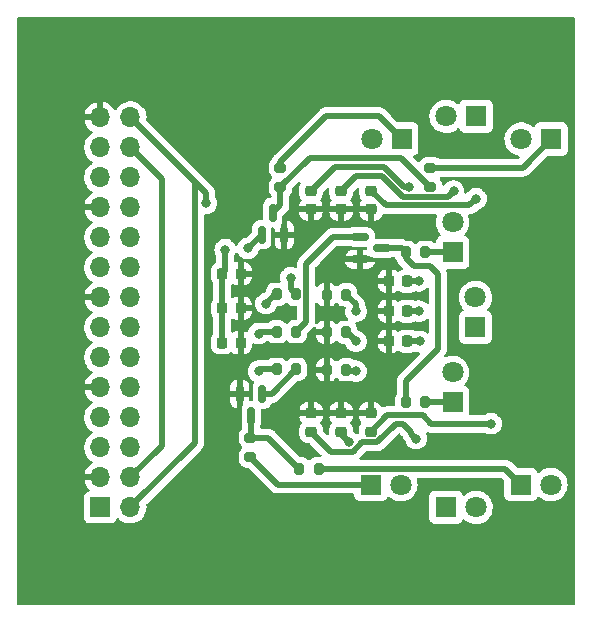
<source format=gbr>
%TF.GenerationSoftware,KiCad,Pcbnew,(6.0.4)*%
%TF.CreationDate,2024-03-23T19:03:43+02:00*%
%TF.ProjectId,EEE3088 Sensing,45454533-3038-4382-9053-656e73696e67,R1.0*%
%TF.SameCoordinates,Original*%
%TF.FileFunction,Copper,L1,Top*%
%TF.FilePolarity,Positive*%
%FSLAX46Y46*%
G04 Gerber Fmt 4.6, Leading zero omitted, Abs format (unit mm)*
G04 Created by KiCad (PCBNEW (6.0.4)) date 2024-03-23 19:03:43*
%MOMM*%
%LPD*%
G01*
G04 APERTURE LIST*
G04 Aperture macros list*
%AMRoundRect*
0 Rectangle with rounded corners*
0 $1 Rounding radius*
0 $2 $3 $4 $5 $6 $7 $8 $9 X,Y pos of 4 corners*
0 Add a 4 corners polygon primitive as box body*
4,1,4,$2,$3,$4,$5,$6,$7,$8,$9,$2,$3,0*
0 Add four circle primitives for the rounded corners*
1,1,$1+$1,$2,$3*
1,1,$1+$1,$4,$5*
1,1,$1+$1,$6,$7*
1,1,$1+$1,$8,$9*
0 Add four rect primitives between the rounded corners*
20,1,$1+$1,$2,$3,$4,$5,0*
20,1,$1+$1,$4,$5,$6,$7,0*
20,1,$1+$1,$6,$7,$8,$9,0*
20,1,$1+$1,$8,$9,$2,$3,0*%
G04 Aperture macros list end*
%TA.AperFunction,ComponentPad*%
%ADD10R,1.800000X1.800000*%
%TD*%
%TA.AperFunction,ComponentPad*%
%ADD11C,1.800000*%
%TD*%
%TA.AperFunction,SMDPad,CuDef*%
%ADD12RoundRect,0.225000X0.250000X-0.225000X0.250000X0.225000X-0.250000X0.225000X-0.250000X-0.225000X0*%
%TD*%
%TA.AperFunction,SMDPad,CuDef*%
%ADD13RoundRect,0.200000X-0.200000X-0.275000X0.200000X-0.275000X0.200000X0.275000X-0.200000X0.275000X0*%
%TD*%
%TA.AperFunction,SMDPad,CuDef*%
%ADD14RoundRect,0.225000X-0.250000X0.225000X-0.250000X-0.225000X0.250000X-0.225000X0.250000X0.225000X0*%
%TD*%
%TA.AperFunction,SMDPad,CuDef*%
%ADD15RoundRect,0.225000X0.225000X0.250000X-0.225000X0.250000X-0.225000X-0.250000X0.225000X-0.250000X0*%
%TD*%
%TA.AperFunction,SMDPad,CuDef*%
%ADD16RoundRect,0.200000X-0.275000X0.200000X-0.275000X-0.200000X0.275000X-0.200000X0.275000X0.200000X0*%
%TD*%
%TA.AperFunction,SMDPad,CuDef*%
%ADD17RoundRect,0.200000X0.200000X0.275000X-0.200000X0.275000X-0.200000X-0.275000X0.200000X-0.275000X0*%
%TD*%
%TA.AperFunction,SMDPad,CuDef*%
%ADD18RoundRect,0.225000X-0.225000X-0.250000X0.225000X-0.250000X0.225000X0.250000X-0.225000X0.250000X0*%
%TD*%
%TA.AperFunction,SMDPad,CuDef*%
%ADD19RoundRect,0.150000X0.150000X-0.587500X0.150000X0.587500X-0.150000X0.587500X-0.150000X-0.587500X0*%
%TD*%
%TA.AperFunction,SMDPad,CuDef*%
%ADD20RoundRect,0.200000X0.275000X-0.200000X0.275000X0.200000X-0.275000X0.200000X-0.275000X-0.200000X0*%
%TD*%
%TA.AperFunction,SMDPad,CuDef*%
%ADD21RoundRect,0.150000X-0.587500X-0.150000X0.587500X-0.150000X0.587500X0.150000X-0.587500X0.150000X0*%
%TD*%
%TA.AperFunction,SMDPad,CuDef*%
%ADD22RoundRect,0.150000X-0.150000X0.587500X-0.150000X-0.587500X0.150000X-0.587500X0.150000X0.587500X0*%
%TD*%
%TA.AperFunction,ComponentPad*%
%ADD23R,1.700000X1.700000*%
%TD*%
%TA.AperFunction,ComponentPad*%
%ADD24O,1.700000X1.700000*%
%TD*%
%TA.AperFunction,ViaPad*%
%ADD25C,0.800000*%
%TD*%
%TA.AperFunction,Conductor*%
%ADD26C,0.500000*%
%TD*%
G04 APERTURE END LIST*
D10*
%TO.P,Q6,1,C*%
%TO.N,vcc*%
X148590000Y-89000000D03*
D11*
%TO.P,Q6,2,E*%
%TO.N,VoutR*%
X151130000Y-89000000D03*
%TD*%
D12*
%TO.P,C6,1*%
%TO.N,Net-(C6-Pad1)*%
X139700000Y-82600000D03*
%TO.P,C6,2*%
%TO.N,GND*%
X139700000Y-81050000D03*
%TD*%
D10*
%TO.P,D2,1,K*%
%TO.N,Net-(D2-Pad1)*%
X144830000Y-57815000D03*
D11*
%TO.P,D2,2,A*%
%TO.N,vcc*%
X142290000Y-57815000D03*
%TD*%
D13*
%TO.P,R6,1*%
%TO.N,VinR*%
X134253000Y-77316000D03*
%TO.P,R6,2*%
%TO.N,Net-(Q3-Pad1)*%
X135903000Y-77316000D03*
%TD*%
D10*
%TO.P,Q4,1,C*%
%TO.N,vcc*%
X151080000Y-73760000D03*
D11*
%TO.P,Q4,2,E*%
%TO.N,VoutM*%
X151080000Y-71220000D03*
%TD*%
D12*
%TO.P,C9,1*%
%TO.N,Net-(C9-Pad1)*%
X137160000Y-82600000D03*
%TO.P,C9,2*%
%TO.N,GND*%
X137160000Y-81050000D03*
%TD*%
D10*
%TO.P,Q5,1,C*%
%TO.N,vcc*%
X151130000Y-55880000D03*
D11*
%TO.P,Q5,2,E*%
%TO.N,VoutL*%
X148590000Y-55880000D03*
%TD*%
D14*
%TO.P,C2,1*%
%TO.N,Net-(C2-Pad1)*%
X137150000Y-62204000D03*
%TO.P,C2,2*%
%TO.N,GND*%
X137150000Y-63754000D03*
%TD*%
D15*
%TO.P,C4,1*%
%TO.N,Net-(C4-Pad1)*%
X145314000Y-72390000D03*
%TO.P,C4,2*%
%TO.N,GND*%
X143764000Y-72390000D03*
%TD*%
D16*
%TO.P,R8,1*%
%TO.N,Net-(D5-Pad1)*%
X147270000Y-60235000D03*
%TO.P,R8,2*%
%TO.N,Net-(Q2-Pad3)*%
X147270000Y-61885000D03*
%TD*%
D12*
%TO.P,C3,1*%
%TO.N,Net-(C3-Pad1)*%
X142200000Y-82600000D03*
%TO.P,C3,2*%
%TO.N,GND*%
X142200000Y-81050000D03*
%TD*%
D14*
%TO.P,C5,1*%
%TO.N,Net-(C5-Pad1)*%
X139700000Y-62204000D03*
%TO.P,C5,2*%
%TO.N,GND*%
X139700000Y-63754000D03*
%TD*%
D17*
%TO.P,R11,1*%
%TO.N,VoutL*%
X140144000Y-70993000D03*
%TO.P,R11,2*%
%TO.N,GND*%
X138494000Y-70993000D03*
%TD*%
D10*
%TO.P,D6,1,K*%
%TO.N,Net-(D6-Pad1)*%
X142235000Y-87065000D03*
D11*
%TO.P,D6,2,A*%
%TO.N,vcc*%
X144775000Y-87065000D03*
%TD*%
D18*
%TO.P,C12,1*%
%TO.N,vcc*%
X129641000Y-72136000D03*
%TO.P,C12,2*%
%TO.N,GND*%
X131191000Y-72136000D03*
%TD*%
D10*
%TO.P,D1,1,K*%
%TO.N,Net-(D1-Pad1)*%
X149145000Y-67415000D03*
D11*
%TO.P,D1,2,A*%
%TO.N,vcc*%
X149145000Y-64875000D03*
%TD*%
D19*
%TO.P,Q2,1,B*%
%TO.N,Net-(Q2-Pad1)*%
X132974000Y-65913000D03*
%TO.P,Q2,2,E*%
%TO.N,GND*%
X134874000Y-65913000D03*
%TO.P,Q2,3,C*%
%TO.N,Net-(Q2-Pad3)*%
X133924000Y-64038000D03*
%TD*%
D15*
%TO.P,C1,1*%
%TO.N,Net-(C1-Pad1)*%
X145314000Y-69850000D03*
%TO.P,C1,2*%
%TO.N,GND*%
X143764000Y-69850000D03*
%TD*%
D13*
%TO.P,R5,1*%
%TO.N,VinL*%
X134253000Y-70966000D03*
%TO.P,R5,2*%
%TO.N,Net-(Q2-Pad1)*%
X135903000Y-70966000D03*
%TD*%
D17*
%TO.P,R7,1*%
%TO.N,Net-(D4-Pad1)*%
X146825000Y-80110000D03*
%TO.P,R7,2*%
%TO.N,Net-(Q1-Pad3)*%
X145175000Y-80110000D03*
%TD*%
D10*
%TO.P,D5,1,K*%
%TO.N,Net-(D5-Pad1)*%
X157485000Y-57815000D03*
D11*
%TO.P,D5,2,A*%
%TO.N,vcc*%
X154945000Y-57815000D03*
%TD*%
D16*
%TO.P,R2,1*%
%TO.N,Net-(D2-Pad1)*%
X134570000Y-60235000D03*
%TO.P,R2,2*%
%TO.N,Net-(Q2-Pad3)*%
X134570000Y-61885000D03*
%TD*%
D20*
%TO.P,R9,1*%
%TO.N,Net-(D6-Pad1)*%
X132030000Y-84745000D03*
%TO.P,R9,2*%
%TO.N,Net-(Q3-Pad3)*%
X132030000Y-83095000D03*
%TD*%
D17*
%TO.P,R1,1*%
%TO.N,Net-(D1-Pad1)*%
X146825000Y-67410000D03*
%TO.P,R1,2*%
%TO.N,Net-(Q1-Pad3)*%
X145175000Y-67410000D03*
%TD*%
D10*
%TO.P,D4,1,K*%
%TO.N,Net-(D4-Pad1)*%
X149145000Y-80115000D03*
D11*
%TO.P,D4,2,A*%
%TO.N,vcc*%
X149145000Y-77575000D03*
%TD*%
D17*
%TO.P,R12,1*%
%TO.N,VoutR*%
X140144000Y-77343000D03*
%TO.P,R12,2*%
%TO.N,GND*%
X138494000Y-77343000D03*
%TD*%
D13*
%TO.P,R4,1*%
%TO.N,VinM*%
X134253000Y-74141000D03*
%TO.P,R4,2*%
%TO.N,Net-(Q1-Pad1)*%
X135903000Y-74141000D03*
%TD*%
D18*
%TO.P,C11,1*%
%TO.N,vcc*%
X129654000Y-69215000D03*
%TO.P,C11,2*%
%TO.N,GND*%
X131204000Y-69215000D03*
%TD*%
D17*
%TO.P,R10,1*%
%TO.N,VoutM*%
X140144000Y-74168000D03*
%TO.P,R10,2*%
%TO.N,GND*%
X138494000Y-74168000D03*
%TD*%
D21*
%TO.P,Q1,1,B*%
%TO.N,Net-(Q1-Pad1)*%
X141302500Y-66106000D03*
%TO.P,Q1,2,E*%
%TO.N,GND*%
X141302500Y-68006000D03*
%TO.P,Q1,3,C*%
%TO.N,Net-(Q1-Pad3)*%
X143177500Y-67056000D03*
%TD*%
D17*
%TO.P,R3,1*%
%TO.N,Net-(D3-Pad1)*%
X137795000Y-85725000D03*
%TO.P,R3,2*%
%TO.N,Net-(Q3-Pad3)*%
X136145000Y-85725000D03*
%TD*%
D14*
%TO.P,C8,1*%
%TO.N,Net-(C8-Pad1)*%
X142240000Y-62204000D03*
%TO.P,C8,2*%
%TO.N,GND*%
X142240000Y-63754000D03*
%TD*%
D15*
%TO.P,C7,1*%
%TO.N,Net-(C7-Pad1)*%
X145314000Y-74930000D03*
%TO.P,C7,2*%
%TO.N,GND*%
X143764000Y-74930000D03*
%TD*%
D10*
%TO.P,D3,1,K*%
%TO.N,Net-(D3-Pad1)*%
X154935000Y-87065000D03*
D11*
%TO.P,D3,2,A*%
%TO.N,vcc*%
X157475000Y-87065000D03*
%TD*%
D18*
%TO.P,C10,1*%
%TO.N,vcc*%
X129641000Y-75057000D03*
%TO.P,C10,2*%
%TO.N,GND*%
X131191000Y-75057000D03*
%TD*%
D22*
%TO.P,Q3,1,B*%
%TO.N,Net-(Q3-Pad1)*%
X133030000Y-79405000D03*
%TO.P,Q3,2,E*%
%TO.N,GND*%
X131130000Y-79405000D03*
%TO.P,Q3,3,C*%
%TO.N,Net-(Q3-Pad3)*%
X132080000Y-81280000D03*
%TD*%
D23*
%TO.P,J1,1,Pin_1*%
%TO.N,RESV3*%
X119325000Y-89000000D03*
D24*
%TO.P,J1,2,Pin_2*%
%TO.N,3V3*%
X121865000Y-89000000D03*
%TO.P,J1,3,Pin_3*%
%TO.N,GND*%
X119325000Y-86460000D03*
%TO.P,J1,4,Pin_4*%
%TO.N,BATT*%
X121865000Y-86460000D03*
%TO.P,J1,5,Pin_5*%
%TO.N,PA3*%
X119325000Y-83920000D03*
%TO.P,J1,6,Pin_6*%
%TO.N,RESV2*%
X121865000Y-83920000D03*
%TO.P,J1,7,Pin_7*%
%TO.N,PA4*%
X119325000Y-81380000D03*
%TO.P,J1,8,Pin_8*%
%TO.N,PE15*%
X121865000Y-81380000D03*
%TO.P,J1,9,Pin_9*%
%TO.N,GND*%
X119325000Y-78840000D03*
%TO.P,J1,10,Pin_10*%
%TO.N,PE14*%
X121865000Y-78840000D03*
%TO.P,J1,11,Pin_11*%
%TO.N,PA5*%
X119325000Y-76300000D03*
%TO.P,J1,12,Pin_12*%
%TO.N,PE13*%
X121865000Y-76300000D03*
%TO.P,J1,13,Pin_13*%
%TO.N,PA6*%
X119325000Y-73760000D03*
%TO.P,J1,14,Pin_14*%
%TO.N,PE12*%
X121865000Y-73760000D03*
%TO.P,J1,15,Pin_15*%
%TO.N,GND*%
X119325000Y-71220000D03*
%TO.P,J1,16,Pin_16*%
%TO.N,PE11*%
X121865000Y-71220000D03*
%TO.P,J1,17,Pin_17*%
%TO.N,PA7*%
X119325000Y-68680000D03*
%TO.P,J1,18,Pin_18*%
%TO.N,PE10*%
X121865000Y-68680000D03*
%TO.P,J1,19,Pin_19*%
%TO.N,PC4*%
X119325000Y-66140000D03*
%TO.P,J1,20,Pin_20*%
%TO.N,PE9*%
X121865000Y-66140000D03*
%TO.P,J1,21,Pin_21*%
%TO.N,GND*%
X119325000Y-63600000D03*
%TO.P,J1,22,Pin_22*%
%TO.N,PE8*%
X121865000Y-63600000D03*
%TO.P,J1,23,Pin_23*%
%TO.N,PC5*%
X119325000Y-61060000D03*
%TO.P,J1,24,Pin_24*%
%TO.N,RESV1*%
X121865000Y-61060000D03*
%TO.P,J1,25,Pin_25*%
%TO.N,AB0*%
X119325000Y-58520000D03*
%TO.P,J1,26,Pin_26*%
%TO.N,BATT*%
X121865000Y-58520000D03*
%TO.P,J1,27,Pin_27*%
%TO.N,GND*%
X119325000Y-55980000D03*
%TO.P,J1,28,Pin_28*%
%TO.N,3V3*%
X121865000Y-55980000D03*
%TD*%
D25*
%TO.N,vcc*%
X129895600Y-67183000D03*
%TO.N,3V3*%
X128295400Y-63246000D03*
%TO.N,GND*%
X139242800Y-67640200D03*
X137134600Y-65786000D03*
%TO.N,VinM*%
X132715000Y-74295000D03*
%TO.N,VoutM*%
X140970000Y-74930000D03*
%TO.N,Net-(C1-Pad1)*%
X146278600Y-69824600D03*
%TO.N,Net-(C2-Pad1)*%
X145415000Y-61885020D03*
%TO.N,Net-(C3-Pad1)*%
X152400000Y-81915000D03*
%TO.N,VoutL*%
X140970000Y-72390000D03*
%TO.N,VoutR*%
X140970000Y-77470000D03*
%TO.N,Net-(C4-Pad1)*%
X146304000Y-72390000D03*
%TO.N,Net-(C5-Pad1)*%
X149225000Y-62230000D03*
%TO.N,Net-(C6-Pad1)*%
X140335000Y-83426461D03*
%TO.N,Net-(C7-Pad1)*%
X146354800Y-74955400D03*
%TO.N,Net-(C8-Pad1)*%
X151130000Y-62865000D03*
%TO.N,Net-(C9-Pad1)*%
X146050000Y-83185000D03*
%TO.N,Net-(Q2-Pad1)*%
X131800600Y-67081400D03*
X135458200Y-69545200D03*
%TO.N,VinL*%
X133350000Y-71755000D03*
%TO.N,VinR*%
X132715000Y-77470000D03*
%TD*%
D26*
%TO.N,BATT*%
X124510800Y-83814200D02*
X124510800Y-61165800D01*
X124510800Y-61165800D02*
X121865000Y-58520000D01*
X121865000Y-86460000D02*
X124510800Y-83814200D01*
%TO.N,vcc*%
X129641000Y-72136000D02*
X129641000Y-75057000D01*
X129895600Y-67183000D02*
X129895600Y-68973400D01*
X129654000Y-72123000D02*
X129641000Y-72136000D01*
X129895600Y-68973400D02*
X129654000Y-69215000D01*
X129654000Y-69215000D02*
X129654000Y-72123000D01*
%TO.N,3V3*%
X121865000Y-55980000D02*
X127316200Y-61431200D01*
X121865000Y-89000000D02*
X127316200Y-83548800D01*
X127316200Y-83548800D02*
X127316200Y-61431200D01*
X128295400Y-62410400D02*
X128295400Y-63246000D01*
X127316200Y-61431200D02*
X128295400Y-62410400D01*
%TO.N,Net-(D1-Pad1)*%
X146830000Y-67415000D02*
X146825000Y-67410000D01*
X149145000Y-67415000D02*
X146830000Y-67415000D01*
%TO.N,GND*%
X131191000Y-69228000D02*
X131204000Y-69215000D01*
X134874000Y-65913000D02*
X134991000Y-65913000D01*
%TO.N,VinM*%
X134253000Y-74141000D02*
X132869000Y-74141000D01*
X132869000Y-74141000D02*
X132715000Y-74295000D01*
%TO.N,VoutM*%
X140208000Y-74168000D02*
X140970000Y-74930000D01*
X140144000Y-74168000D02*
X140208000Y-74168000D01*
%TO.N,Net-(D2-Pad1)*%
X142895000Y-55880000D02*
X144830000Y-57815000D01*
X134570000Y-60235000D02*
X134570000Y-59740000D01*
X138430000Y-55880000D02*
X142895000Y-55880000D01*
X134570000Y-59740000D02*
X138430000Y-55880000D01*
%TO.N,Net-(C1-Pad1)*%
X145314000Y-69850000D02*
X146253200Y-69850000D01*
X146253200Y-69850000D02*
X146278600Y-69824600D01*
%TO.N,Net-(C2-Pad1)*%
X145070020Y-61885020D02*
X143357600Y-60172600D01*
X139181400Y-60172600D02*
X137150000Y-62204000D01*
X143357600Y-60172600D02*
X139181400Y-60172600D01*
X145415000Y-61885020D02*
X145070020Y-61885020D01*
%TO.N,Net-(C3-Pad1)*%
X142200000Y-82600000D02*
X143584520Y-81215480D01*
X147320000Y-81915000D02*
X152400000Y-81915000D01*
X146620480Y-81215480D02*
X147320000Y-81915000D01*
X143584520Y-81215480D02*
X146620480Y-81215480D01*
%TO.N,Net-(Q2-Pad3)*%
X147270000Y-61885000D02*
X144770200Y-59385200D01*
X134570000Y-63392000D02*
X133924000Y-64038000D01*
X144770200Y-59385200D02*
X137069800Y-59385200D01*
X134570000Y-61885000D02*
X134570000Y-63392000D01*
X137069800Y-59385200D02*
X134570000Y-61885000D01*
%TO.N,Net-(D3-Pad1)*%
X137804511Y-85715489D02*
X153585489Y-85715489D01*
X137795000Y-85725000D02*
X137804511Y-85715489D01*
X153585489Y-85715489D02*
X154935000Y-87065000D01*
%TO.N,Net-(D4-Pad1)*%
X146830000Y-80115000D02*
X146825000Y-80110000D01*
X149145000Y-80115000D02*
X146830000Y-80115000D01*
%TO.N,Net-(D5-Pad1)*%
X147270000Y-60235000D02*
X155065000Y-60235000D01*
X155065000Y-60235000D02*
X157485000Y-57815000D01*
%TO.N,Net-(D6-Pad1)*%
X142235000Y-87065000D02*
X134350000Y-87065000D01*
X134350000Y-87065000D02*
X132030000Y-84745000D01*
%TO.N,VoutL*%
X140970000Y-71819000D02*
X140144000Y-70993000D01*
X140970000Y-72390000D02*
X140970000Y-71819000D01*
%TO.N,VoutR*%
X140271000Y-77470000D02*
X140144000Y-77343000D01*
X140970000Y-77470000D02*
X140271000Y-77470000D01*
%TO.N,Net-(C4-Pad1)*%
X145314000Y-72390000D02*
X146304000Y-72390000D01*
%TO.N,Net-(C5-Pad1)*%
X144930250Y-62734520D02*
X143155730Y-60960000D01*
X148720480Y-62734520D02*
X144930250Y-62734520D01*
X149225000Y-62230000D02*
X148720480Y-62734520D01*
X143155730Y-60960000D02*
X140944000Y-60960000D01*
X140944000Y-60960000D02*
X139700000Y-62204000D01*
%TO.N,Net-(C6-Pad1)*%
X139700000Y-82600000D02*
X139700000Y-82791461D01*
X139700000Y-82791461D02*
X140335000Y-83426461D01*
%TO.N,Net-(C7-Pad1)*%
X145314000Y-74930000D02*
X146329400Y-74930000D01*
X146329400Y-74930000D02*
X146354800Y-74955400D01*
%TO.N,Net-(C8-Pad1)*%
X143470040Y-63434040D02*
X142240000Y-62204000D01*
X151130000Y-62865000D02*
X150560960Y-63434040D01*
X150560960Y-63434040D02*
X143470040Y-63434040D01*
%TO.N,Net-(C9-Pad1)*%
X145654520Y-82789520D02*
X146050000Y-83185000D01*
X138835961Y-84275961D02*
X140686891Y-84275961D01*
X145654520Y-82625961D02*
X145654520Y-82789520D01*
X140686891Y-84275961D02*
X141463332Y-83499520D01*
X144313915Y-81915000D02*
X144943559Y-81915000D01*
X142729395Y-83499520D02*
X144313915Y-81915000D01*
X137160000Y-82600000D02*
X138835961Y-84275961D01*
X141463332Y-83499520D02*
X142729395Y-83499520D01*
X144943559Y-81915000D02*
X145654520Y-82625961D01*
%TO.N,Net-(Q1-Pad1)*%
X136752520Y-73291480D02*
X136752520Y-68352480D01*
X138999000Y-66106000D02*
X141302500Y-66106000D01*
X136752520Y-68352480D02*
X138999000Y-66106000D01*
X135903000Y-74141000D02*
X136752520Y-73291480D01*
%TO.N,Net-(Q1-Pad3)*%
X147904200Y-75565000D02*
X147904200Y-69265800D01*
X145897600Y-68605400D02*
X145175000Y-67882800D01*
X145175000Y-78294200D02*
X147904200Y-75565000D01*
X147243800Y-68605400D02*
X145897600Y-68605400D01*
X147904200Y-69265800D02*
X147243800Y-68605400D01*
X143177500Y-67056000D02*
X144821000Y-67056000D01*
X145175000Y-80110000D02*
X145175000Y-78294200D01*
X144821000Y-67056000D02*
X145175000Y-67410000D01*
X145175000Y-67882800D02*
X145175000Y-67410000D01*
%TO.N,Net-(Q2-Pad1)*%
X135458200Y-70521200D02*
X135903000Y-70966000D01*
X132974000Y-65913000D02*
X132969000Y-65913000D01*
X135458200Y-69545200D02*
X135458200Y-70521200D01*
X132969000Y-65913000D02*
X131800600Y-67081400D01*
%TO.N,Net-(Q3-Pad1)*%
X133814000Y-79405000D02*
X135903000Y-77316000D01*
X133030000Y-79405000D02*
X133814000Y-79405000D01*
%TO.N,Net-(Q3-Pad3)*%
X132030000Y-83095000D02*
X133515000Y-83095000D01*
X133515000Y-83095000D02*
X136145000Y-85725000D01*
X132080000Y-81280000D02*
X132080000Y-83045000D01*
X132080000Y-83045000D02*
X132030000Y-83095000D01*
%TO.N,VinL*%
X134253000Y-70966000D02*
X134139000Y-70966000D01*
X134139000Y-70966000D02*
X133350000Y-71755000D01*
%TO.N,VinR*%
X132869000Y-77316000D02*
X132715000Y-77470000D01*
X134253000Y-77316000D02*
X132869000Y-77316000D01*
%TD*%
%TA.AperFunction,Conductor*%
%TO.N,GND*%
G36*
X159453621Y-47518502D02*
G01*
X159500114Y-47572158D01*
X159511500Y-47624500D01*
X159511500Y-97155500D01*
X159491498Y-97223621D01*
X159437842Y-97270114D01*
X159385500Y-97281500D01*
X112394500Y-97281500D01*
X112326379Y-97261498D01*
X112279886Y-97207842D01*
X112268500Y-97155500D01*
X112268500Y-83886695D01*
X117962251Y-83886695D01*
X117962548Y-83891848D01*
X117962548Y-83891851D01*
X117967849Y-83983788D01*
X117975110Y-84109715D01*
X117976247Y-84114761D01*
X117976248Y-84114767D01*
X117991480Y-84182353D01*
X118024222Y-84327639D01*
X118108266Y-84534616D01*
X118159942Y-84618944D01*
X118222291Y-84720688D01*
X118224987Y-84725088D01*
X118371250Y-84893938D01*
X118469562Y-84975558D01*
X118538665Y-85032928D01*
X118543126Y-85036632D01*
X118587668Y-85062660D01*
X118616955Y-85079774D01*
X118665679Y-85131412D01*
X118678750Y-85201195D01*
X118652019Y-85266967D01*
X118611562Y-85300327D01*
X118603457Y-85304546D01*
X118594738Y-85310036D01*
X118424433Y-85437905D01*
X118416726Y-85444748D01*
X118269590Y-85598717D01*
X118263104Y-85606727D01*
X118143098Y-85782649D01*
X118138000Y-85791623D01*
X118048338Y-85984783D01*
X118044775Y-85994470D01*
X117989389Y-86194183D01*
X117990912Y-86202607D01*
X118003292Y-86206000D01*
X119453000Y-86206000D01*
X119521121Y-86226002D01*
X119567614Y-86279658D01*
X119579000Y-86332000D01*
X119579000Y-86588000D01*
X119558998Y-86656121D01*
X119505342Y-86702614D01*
X119453000Y-86714000D01*
X118008225Y-86714000D01*
X117994694Y-86717973D01*
X117993257Y-86727966D01*
X118023565Y-86862446D01*
X118026645Y-86872275D01*
X118106770Y-87069603D01*
X118111413Y-87078794D01*
X118222694Y-87260388D01*
X118228777Y-87268699D01*
X118368213Y-87429667D01*
X118375577Y-87436879D01*
X118380522Y-87440985D01*
X118420156Y-87499889D01*
X118421653Y-87570870D01*
X118384537Y-87631392D01*
X118344264Y-87655910D01*
X118236705Y-87696232D01*
X118236704Y-87696233D01*
X118228295Y-87699385D01*
X118111739Y-87786739D01*
X118024385Y-87903295D01*
X117973255Y-88039684D01*
X117966500Y-88101866D01*
X117966500Y-89898134D01*
X117973255Y-89960316D01*
X118024385Y-90096705D01*
X118111739Y-90213261D01*
X118228295Y-90300615D01*
X118364684Y-90351745D01*
X118426866Y-90358500D01*
X120223134Y-90358500D01*
X120285316Y-90351745D01*
X120421705Y-90300615D01*
X120538261Y-90213261D01*
X120625615Y-90096705D01*
X120647799Y-90037529D01*
X120669598Y-89979382D01*
X120712240Y-89922618D01*
X120778802Y-89897918D01*
X120848150Y-89913126D01*
X120882817Y-89941114D01*
X120911250Y-89973938D01*
X121083126Y-90116632D01*
X121276000Y-90229338D01*
X121484692Y-90309030D01*
X121489760Y-90310061D01*
X121489763Y-90310062D01*
X121597017Y-90331883D01*
X121703597Y-90353567D01*
X121708772Y-90353757D01*
X121708774Y-90353757D01*
X121921673Y-90361564D01*
X121921677Y-90361564D01*
X121926837Y-90361753D01*
X121931957Y-90361097D01*
X121931959Y-90361097D01*
X122143288Y-90334025D01*
X122143289Y-90334025D01*
X122148416Y-90333368D01*
X122153366Y-90331883D01*
X122357429Y-90270661D01*
X122357434Y-90270659D01*
X122362384Y-90269174D01*
X122562994Y-90170896D01*
X122744860Y-90041173D01*
X122757614Y-90028464D01*
X122838225Y-89948134D01*
X147181500Y-89948134D01*
X147188255Y-90010316D01*
X147239385Y-90146705D01*
X147326739Y-90263261D01*
X147443295Y-90350615D01*
X147579684Y-90401745D01*
X147641866Y-90408500D01*
X149538134Y-90408500D01*
X149600316Y-90401745D01*
X149736705Y-90350615D01*
X149853261Y-90263261D01*
X149940615Y-90146705D01*
X149965180Y-90081178D01*
X150007822Y-90024414D01*
X150074383Y-89999714D01*
X150143732Y-90014921D01*
X150163647Y-90028464D01*
X150265865Y-90113327D01*
X150319349Y-90157730D01*
X150519322Y-90274584D01*
X150524147Y-90276426D01*
X150524148Y-90276427D01*
X150587490Y-90300615D01*
X150735694Y-90357209D01*
X150740760Y-90358240D01*
X150740761Y-90358240D01*
X150742039Y-90358500D01*
X150962656Y-90403385D01*
X151092089Y-90408131D01*
X151188949Y-90411683D01*
X151188953Y-90411683D01*
X151194113Y-90411872D01*
X151199233Y-90411216D01*
X151199235Y-90411216D01*
X151273166Y-90401745D01*
X151423847Y-90382442D01*
X151428795Y-90380957D01*
X151428802Y-90380956D01*
X151640747Y-90317369D01*
X151645690Y-90315886D01*
X151650324Y-90313616D01*
X151849049Y-90216262D01*
X151849052Y-90216260D01*
X151853684Y-90213991D01*
X152042243Y-90079494D01*
X152206303Y-89916005D01*
X152341458Y-89727917D01*
X152444078Y-89520280D01*
X152511408Y-89298671D01*
X152541640Y-89069041D01*
X152543327Y-89000000D01*
X152537032Y-88923434D01*
X152524773Y-88774318D01*
X152524772Y-88774312D01*
X152524349Y-88769167D01*
X152467925Y-88544533D01*
X152432896Y-88463971D01*
X152377630Y-88336868D01*
X152377628Y-88336865D01*
X152375570Y-88332131D01*
X152249764Y-88137665D01*
X152217190Y-88101866D01*
X152192547Y-88074784D01*
X152093887Y-87966358D01*
X152089836Y-87963159D01*
X152089832Y-87963155D01*
X151916177Y-87826011D01*
X151916172Y-87826008D01*
X151912123Y-87822810D01*
X151907607Y-87820317D01*
X151907604Y-87820315D01*
X151713879Y-87713373D01*
X151713875Y-87713371D01*
X151709355Y-87710876D01*
X151704486Y-87709152D01*
X151704482Y-87709150D01*
X151495903Y-87635288D01*
X151495899Y-87635287D01*
X151491028Y-87633562D01*
X151485935Y-87632655D01*
X151485932Y-87632654D01*
X151268095Y-87593851D01*
X151268089Y-87593850D01*
X151263006Y-87592945D01*
X151190096Y-87592054D01*
X151036581Y-87590179D01*
X151036579Y-87590179D01*
X151031411Y-87590116D01*
X150802464Y-87625150D01*
X150582314Y-87697106D01*
X150577726Y-87699494D01*
X150577722Y-87699496D01*
X150398262Y-87792917D01*
X150376872Y-87804052D01*
X150372739Y-87807155D01*
X150372736Y-87807157D01*
X150233494Y-87911703D01*
X150191655Y-87943117D01*
X150174170Y-87961414D01*
X150112646Y-87996844D01*
X150041733Y-87993387D01*
X149983947Y-87952141D01*
X149965094Y-87918592D01*
X149943768Y-87861705D01*
X149943767Y-87861703D01*
X149940615Y-87853295D01*
X149853261Y-87736739D01*
X149736705Y-87649385D01*
X149600316Y-87598255D01*
X149538134Y-87591500D01*
X147641866Y-87591500D01*
X147579684Y-87598255D01*
X147443295Y-87649385D01*
X147326739Y-87736739D01*
X147239385Y-87853295D01*
X147188255Y-87989684D01*
X147181500Y-88051866D01*
X147181500Y-89948134D01*
X122838225Y-89948134D01*
X122888616Y-89897918D01*
X122903096Y-89883489D01*
X122930676Y-89845108D01*
X123030435Y-89706277D01*
X123033453Y-89702077D01*
X123132430Y-89501811D01*
X123197370Y-89288069D01*
X123226529Y-89066590D01*
X123228156Y-89000000D01*
X123210870Y-88789747D01*
X123225223Y-88720219D01*
X123247351Y-88690330D01*
X127805111Y-84132570D01*
X127819523Y-84120184D01*
X127831118Y-84111651D01*
X127831123Y-84111646D01*
X127837018Y-84107308D01*
X127841757Y-84101730D01*
X127841760Y-84101727D01*
X127871235Y-84067032D01*
X127878165Y-84059516D01*
X127883860Y-84053821D01*
X127901481Y-84031549D01*
X127904272Y-84028145D01*
X127946791Y-83978097D01*
X127946792Y-83978095D01*
X127951533Y-83972515D01*
X127954861Y-83965999D01*
X127958228Y-83960950D01*
X127961395Y-83955821D01*
X127965934Y-83950084D01*
X127996855Y-83883925D01*
X127998761Y-83880025D01*
X127999472Y-83878632D01*
X128031969Y-83814992D01*
X128033708Y-83807884D01*
X128035807Y-83802241D01*
X128037724Y-83796478D01*
X128040822Y-83789850D01*
X128055687Y-83718383D01*
X128056657Y-83714099D01*
X128068776Y-83664570D01*
X128074008Y-83643190D01*
X128074700Y-83632036D01*
X128074736Y-83632038D01*
X128074975Y-83628045D01*
X128075349Y-83623853D01*
X128076840Y-83616685D01*
X128074746Y-83539279D01*
X128074700Y-83535872D01*
X128074700Y-80056484D01*
X130322001Y-80056484D01*
X130322195Y-80061420D01*
X130324430Y-80089836D01*
X130326730Y-80102431D01*
X130369107Y-80248290D01*
X130375352Y-80262721D01*
X130451911Y-80392178D01*
X130461551Y-80404604D01*
X130567896Y-80510949D01*
X130580322Y-80520589D01*
X130709779Y-80597148D01*
X130724210Y-80603393D01*
X130858605Y-80642439D01*
X130872706Y-80642399D01*
X130876000Y-80635130D01*
X130876000Y-79677115D01*
X130871525Y-79661876D01*
X130870135Y-79660671D01*
X130862452Y-79659000D01*
X130340116Y-79659000D01*
X130324877Y-79663475D01*
X130323672Y-79664865D01*
X130322001Y-79672548D01*
X130322001Y-80056484D01*
X128074700Y-80056484D01*
X128074700Y-79132885D01*
X130322000Y-79132885D01*
X130326475Y-79148124D01*
X130327865Y-79149329D01*
X130335548Y-79151000D01*
X130857885Y-79151000D01*
X130873124Y-79146525D01*
X130874329Y-79145135D01*
X130876000Y-79137452D01*
X130876000Y-79132885D01*
X131384000Y-79132885D01*
X131388475Y-79148124D01*
X131389865Y-79149329D01*
X131397548Y-79151000D01*
X131919884Y-79151000D01*
X131935123Y-79146525D01*
X131936328Y-79145135D01*
X131937999Y-79137452D01*
X131937999Y-78753517D01*
X131937805Y-78748580D01*
X131935570Y-78720164D01*
X131933270Y-78707569D01*
X131890893Y-78561710D01*
X131884648Y-78547279D01*
X131808089Y-78417822D01*
X131798449Y-78405396D01*
X131692104Y-78299051D01*
X131679678Y-78289411D01*
X131550221Y-78212852D01*
X131535790Y-78206607D01*
X131401395Y-78167561D01*
X131387294Y-78167601D01*
X131384000Y-78174870D01*
X131384000Y-79132885D01*
X130876000Y-79132885D01*
X130876000Y-78180622D01*
X130872027Y-78167091D01*
X130864129Y-78165956D01*
X130724210Y-78206607D01*
X130709779Y-78212852D01*
X130580322Y-78289411D01*
X130567896Y-78299051D01*
X130461551Y-78405396D01*
X130451911Y-78417822D01*
X130375352Y-78547279D01*
X130369107Y-78561710D01*
X130326731Y-78707565D01*
X130324430Y-78720167D01*
X130322193Y-78748584D01*
X130322000Y-78753514D01*
X130322000Y-79132885D01*
X128074700Y-79132885D01*
X128074700Y-75355732D01*
X128682500Y-75355732D01*
X128693113Y-75458019D01*
X128695295Y-75464559D01*
X128741802Y-75603955D01*
X128747244Y-75620268D01*
X128751096Y-75626492D01*
X128751096Y-75626493D01*
X128771453Y-75659390D01*
X128837248Y-75765713D01*
X128958298Y-75886552D01*
X128964528Y-75890392D01*
X128964529Y-75890393D01*
X129096020Y-75971445D01*
X129103899Y-75976302D01*
X129266243Y-76030149D01*
X129273080Y-76030849D01*
X129273082Y-76030850D01*
X129314401Y-76035083D01*
X129367268Y-76040500D01*
X129914732Y-76040500D01*
X129917978Y-76040163D01*
X129917982Y-76040163D01*
X129952083Y-76036625D01*
X130017019Y-76029887D01*
X130051737Y-76018304D01*
X130172324Y-75978073D01*
X130172326Y-75978072D01*
X130179268Y-75975756D01*
X130324713Y-75885752D01*
X130329886Y-75880570D01*
X130335623Y-75876023D01*
X130337055Y-75877830D01*
X130389575Y-75849098D01*
X130460395Y-75854108D01*
X130496853Y-75877499D01*
X130497683Y-75876448D01*
X130514840Y-75889998D01*
X130647880Y-75972004D01*
X130661061Y-75978151D01*
X130809814Y-76027491D01*
X130823190Y-76030358D01*
X130914097Y-76039672D01*
X130919126Y-76039929D01*
X130934124Y-76035525D01*
X130935329Y-76034135D01*
X130937000Y-76026452D01*
X130937000Y-74092115D01*
X130932525Y-74076876D01*
X130931135Y-74075671D01*
X130923452Y-74074000D01*
X130920562Y-74074000D01*
X130914047Y-74074337D01*
X130821943Y-74083894D01*
X130808544Y-74086788D01*
X130659893Y-74136381D01*
X130646715Y-74142555D01*
X130591803Y-74176535D01*
X130523351Y-74195373D01*
X130455582Y-74174212D01*
X130410010Y-74119771D01*
X130399500Y-74069391D01*
X130399500Y-73123583D01*
X130419502Y-73055462D01*
X130473158Y-73008969D01*
X130543432Y-72998865D01*
X130591616Y-73016323D01*
X130647880Y-73051004D01*
X130661061Y-73057151D01*
X130809814Y-73106491D01*
X130823190Y-73109358D01*
X130914097Y-73118672D01*
X130919126Y-73118929D01*
X130934124Y-73114525D01*
X130935329Y-73113135D01*
X130937000Y-73105452D01*
X130937000Y-73100885D01*
X131445000Y-73100885D01*
X131449475Y-73116124D01*
X131450865Y-73117329D01*
X131458548Y-73119000D01*
X131461438Y-73119000D01*
X131467953Y-73118663D01*
X131560057Y-73109106D01*
X131573456Y-73106212D01*
X131722107Y-73056619D01*
X131735286Y-73050445D01*
X131868173Y-72968212D01*
X131879574Y-72959176D01*
X131989986Y-72848571D01*
X131998998Y-72837160D01*
X132081004Y-72704120D01*
X132087151Y-72690939D01*
X132136491Y-72542186D01*
X132139358Y-72528810D01*
X132148672Y-72437903D01*
X132149000Y-72431487D01*
X132149000Y-72408115D01*
X132144525Y-72392876D01*
X132143135Y-72391671D01*
X132135452Y-72390000D01*
X131463115Y-72390000D01*
X131447876Y-72394475D01*
X131446671Y-72395865D01*
X131445000Y-72403548D01*
X131445000Y-73100885D01*
X130937000Y-73100885D01*
X130937000Y-71863885D01*
X131445000Y-71863885D01*
X131449475Y-71879124D01*
X131450865Y-71880329D01*
X131458548Y-71882000D01*
X132130885Y-71882000D01*
X132146124Y-71877525D01*
X132147329Y-71876135D01*
X132149000Y-71868452D01*
X132149000Y-71840562D01*
X132148663Y-71834047D01*
X132139106Y-71741943D01*
X132136212Y-71728544D01*
X132086619Y-71579893D01*
X132080445Y-71566714D01*
X131998212Y-71433827D01*
X131989176Y-71422426D01*
X131878571Y-71312014D01*
X131867160Y-71303002D01*
X131734120Y-71220996D01*
X131720939Y-71214849D01*
X131572186Y-71165509D01*
X131558810Y-71162642D01*
X131467903Y-71153328D01*
X131462874Y-71153071D01*
X131447876Y-71157475D01*
X131446671Y-71158865D01*
X131445000Y-71166548D01*
X131445000Y-71863885D01*
X130937000Y-71863885D01*
X130937000Y-71171115D01*
X130932525Y-71155876D01*
X130931135Y-71154671D01*
X130923452Y-71153000D01*
X130920562Y-71153000D01*
X130914047Y-71153337D01*
X130821943Y-71162894D01*
X130808544Y-71165788D01*
X130659893Y-71215381D01*
X130646721Y-71221552D01*
X130604803Y-71247491D01*
X130536351Y-71266328D01*
X130468581Y-71245166D01*
X130423010Y-71190726D01*
X130412500Y-71140346D01*
X130412500Y-70202583D01*
X130432502Y-70134462D01*
X130486158Y-70087969D01*
X130556432Y-70077865D01*
X130604616Y-70095323D01*
X130660880Y-70130004D01*
X130674061Y-70136151D01*
X130822814Y-70185491D01*
X130836190Y-70188358D01*
X130927097Y-70197672D01*
X130932126Y-70197929D01*
X130947124Y-70193525D01*
X130948329Y-70192135D01*
X130950000Y-70184452D01*
X130950000Y-70179885D01*
X131458000Y-70179885D01*
X131462475Y-70195124D01*
X131463865Y-70196329D01*
X131471548Y-70198000D01*
X131474438Y-70198000D01*
X131480953Y-70197663D01*
X131573057Y-70188106D01*
X131586456Y-70185212D01*
X131735107Y-70135619D01*
X131748286Y-70129445D01*
X131881173Y-70047212D01*
X131892574Y-70038176D01*
X132002986Y-69927571D01*
X132011998Y-69916160D01*
X132094004Y-69783120D01*
X132100151Y-69769939D01*
X132149491Y-69621186D01*
X132152358Y-69607810D01*
X132161672Y-69516903D01*
X132162000Y-69510487D01*
X132162000Y-69487115D01*
X132157525Y-69471876D01*
X132156135Y-69470671D01*
X132148452Y-69469000D01*
X131476115Y-69469000D01*
X131460876Y-69473475D01*
X131459671Y-69474865D01*
X131458000Y-69482548D01*
X131458000Y-70179885D01*
X130950000Y-70179885D01*
X130950000Y-68942885D01*
X131458000Y-68942885D01*
X131462475Y-68958124D01*
X131463865Y-68959329D01*
X131471548Y-68961000D01*
X132143885Y-68961000D01*
X132159124Y-68956525D01*
X132160329Y-68955135D01*
X132162000Y-68947452D01*
X132162000Y-68919562D01*
X132161663Y-68913047D01*
X132152106Y-68820943D01*
X132149212Y-68807544D01*
X132099619Y-68658893D01*
X132093445Y-68645714D01*
X132011212Y-68512827D01*
X132002176Y-68501426D01*
X131891571Y-68391014D01*
X131880160Y-68382002D01*
X131747120Y-68299996D01*
X131733939Y-68293849D01*
X131585186Y-68244509D01*
X131571810Y-68241642D01*
X131480903Y-68232328D01*
X131475874Y-68232071D01*
X131460876Y-68236475D01*
X131459671Y-68237865D01*
X131458000Y-68245548D01*
X131458000Y-68942885D01*
X130950000Y-68942885D01*
X130950000Y-68250115D01*
X130945525Y-68234876D01*
X130944135Y-68233671D01*
X130936452Y-68232000D01*
X130933562Y-68232000D01*
X130927047Y-68232337D01*
X130834943Y-68241894D01*
X130821544Y-68244788D01*
X130819976Y-68245311D01*
X130818948Y-68245348D01*
X130814806Y-68246243D01*
X130814647Y-68245505D01*
X130749026Y-68247895D01*
X130687942Y-68211711D01*
X130656118Y-68148247D01*
X130654100Y-68125787D01*
X130654100Y-67719999D01*
X130670981Y-67656999D01*
X130726823Y-67560279D01*
X130726824Y-67560278D01*
X130730127Y-67554556D01*
X130748766Y-67497191D01*
X130788839Y-67438585D01*
X130854235Y-67410947D01*
X130924192Y-67423053D01*
X130977718Y-67473126D01*
X131061560Y-67618344D01*
X131065978Y-67623251D01*
X131065979Y-67623252D01*
X131176623Y-67746135D01*
X131189347Y-67760266D01*
X131274506Y-67822138D01*
X131332547Y-67864307D01*
X131343848Y-67872518D01*
X131349876Y-67875202D01*
X131349878Y-67875203D01*
X131512281Y-67947509D01*
X131518312Y-67950194D01*
X131611713Y-67970047D01*
X131698656Y-67988528D01*
X131698661Y-67988528D01*
X131705113Y-67989900D01*
X131896087Y-67989900D01*
X131902539Y-67988528D01*
X131902544Y-67988528D01*
X131989487Y-67970047D01*
X132082888Y-67950194D01*
X132088919Y-67947509D01*
X132251322Y-67875203D01*
X132251324Y-67875202D01*
X132257352Y-67872518D01*
X132268654Y-67864307D01*
X132326694Y-67822138D01*
X132411853Y-67760266D01*
X132424577Y-67746135D01*
X132535221Y-67623252D01*
X132535222Y-67623251D01*
X132539640Y-67618344D01*
X132635127Y-67452956D01*
X132689987Y-67284114D01*
X132720725Y-67233956D01*
X132758776Y-67195905D01*
X132821088Y-67161879D01*
X132847871Y-67159000D01*
X133190502Y-67159000D01*
X133192950Y-67158807D01*
X133192958Y-67158807D01*
X133221421Y-67156567D01*
X133221426Y-67156566D01*
X133227831Y-67156062D01*
X133361459Y-67117240D01*
X133379988Y-67111857D01*
X133379990Y-67111856D01*
X133387601Y-67109645D01*
X133504519Y-67040500D01*
X133523980Y-67028991D01*
X133523983Y-67028989D01*
X133530807Y-67024953D01*
X133648453Y-66907307D01*
X133652489Y-66900483D01*
X133652491Y-66900480D01*
X133729108Y-66770927D01*
X133733145Y-66764101D01*
X133735415Y-66756290D01*
X133753331Y-66694619D01*
X133779562Y-66604331D01*
X133780074Y-66597836D01*
X133782307Y-66569458D01*
X133782307Y-66569450D01*
X133782500Y-66567002D01*
X133782500Y-66564484D01*
X134066001Y-66564484D01*
X134066195Y-66569420D01*
X134068430Y-66597836D01*
X134070730Y-66610431D01*
X134113107Y-66756290D01*
X134119352Y-66770721D01*
X134195911Y-66900178D01*
X134205551Y-66912604D01*
X134311896Y-67018949D01*
X134324322Y-67028589D01*
X134453779Y-67105148D01*
X134468210Y-67111393D01*
X134602605Y-67150439D01*
X134616706Y-67150399D01*
X134620000Y-67143130D01*
X134620000Y-67137378D01*
X135128000Y-67137378D01*
X135131973Y-67150909D01*
X135139871Y-67152044D01*
X135279790Y-67111393D01*
X135294221Y-67105148D01*
X135423678Y-67028589D01*
X135436104Y-67018949D01*
X135542449Y-66912604D01*
X135552089Y-66900178D01*
X135628648Y-66770721D01*
X135634893Y-66756290D01*
X135677269Y-66610435D01*
X135679570Y-66597833D01*
X135681807Y-66569416D01*
X135682000Y-66564486D01*
X135682000Y-66185115D01*
X135677525Y-66169876D01*
X135676135Y-66168671D01*
X135668452Y-66167000D01*
X135146115Y-66167000D01*
X135130876Y-66171475D01*
X135129671Y-66172865D01*
X135128000Y-66180548D01*
X135128000Y-67137378D01*
X134620000Y-67137378D01*
X134620000Y-66185115D01*
X134615525Y-66169876D01*
X134614135Y-66168671D01*
X134606452Y-66167000D01*
X134084116Y-66167000D01*
X134068877Y-66171475D01*
X134067672Y-66172865D01*
X134066001Y-66180548D01*
X134066001Y-66564484D01*
X133782500Y-66564484D01*
X133782500Y-65410000D01*
X133802502Y-65341879D01*
X133856158Y-65295386D01*
X133908500Y-65284000D01*
X133940000Y-65284000D01*
X134008121Y-65304002D01*
X134054614Y-65357658D01*
X134066000Y-65410000D01*
X134066000Y-65640885D01*
X134070475Y-65656124D01*
X134071865Y-65657329D01*
X134079548Y-65659000D01*
X134601885Y-65659000D01*
X134617124Y-65654525D01*
X134618329Y-65653135D01*
X134620000Y-65645452D01*
X134620000Y-65640885D01*
X135128000Y-65640885D01*
X135132475Y-65656124D01*
X135133865Y-65657329D01*
X135141548Y-65659000D01*
X135663884Y-65659000D01*
X135679123Y-65654525D01*
X135680328Y-65653135D01*
X135681999Y-65645452D01*
X135681999Y-65261517D01*
X135681805Y-65256580D01*
X135679570Y-65228164D01*
X135677270Y-65215569D01*
X135634893Y-65069710D01*
X135628648Y-65055279D01*
X135552089Y-64925822D01*
X135542449Y-64913396D01*
X135436104Y-64807051D01*
X135423678Y-64797411D01*
X135294221Y-64720852D01*
X135279790Y-64714607D01*
X135145395Y-64675561D01*
X135131294Y-64675601D01*
X135128000Y-64682870D01*
X135128000Y-65640885D01*
X134620000Y-65640885D01*
X134620000Y-65030342D01*
X134637547Y-64966203D01*
X134679108Y-64895927D01*
X134683145Y-64889101D01*
X134685529Y-64880897D01*
X134710334Y-64795516D01*
X134729562Y-64729331D01*
X134730230Y-64720852D01*
X134732307Y-64694458D01*
X134732307Y-64694450D01*
X134732500Y-64692002D01*
X134732500Y-64354371D01*
X134752502Y-64286250D01*
X134769405Y-64265276D01*
X135010243Y-64024438D01*
X136167000Y-64024438D01*
X136167337Y-64030953D01*
X136176894Y-64123057D01*
X136179788Y-64136456D01*
X136229381Y-64285107D01*
X136235555Y-64298286D01*
X136317788Y-64431173D01*
X136326824Y-64442574D01*
X136437429Y-64552986D01*
X136448840Y-64561998D01*
X136581880Y-64644004D01*
X136595061Y-64650151D01*
X136743814Y-64699491D01*
X136757190Y-64702358D01*
X136848097Y-64711672D01*
X136854513Y-64712000D01*
X136877885Y-64712000D01*
X136893124Y-64707525D01*
X136894329Y-64706135D01*
X136896000Y-64698452D01*
X136896000Y-64693885D01*
X137404000Y-64693885D01*
X137408475Y-64709124D01*
X137409865Y-64710329D01*
X137417548Y-64712000D01*
X137445438Y-64712000D01*
X137451953Y-64711663D01*
X137544057Y-64702106D01*
X137557456Y-64699212D01*
X137706107Y-64649619D01*
X137719286Y-64643445D01*
X137852173Y-64561212D01*
X137863574Y-64552176D01*
X137973986Y-64441571D01*
X137982998Y-64430160D01*
X138065004Y-64297120D01*
X138071151Y-64283939D01*
X138120491Y-64135186D01*
X138123358Y-64121810D01*
X138132672Y-64030903D01*
X138132929Y-64025874D01*
X138132507Y-64024438D01*
X138717000Y-64024438D01*
X138717337Y-64030953D01*
X138726894Y-64123057D01*
X138729788Y-64136456D01*
X138779381Y-64285107D01*
X138785555Y-64298286D01*
X138867788Y-64431173D01*
X138876824Y-64442574D01*
X138987429Y-64552986D01*
X138998840Y-64561998D01*
X139131880Y-64644004D01*
X139145061Y-64650151D01*
X139293814Y-64699491D01*
X139307190Y-64702358D01*
X139398097Y-64711672D01*
X139404513Y-64712000D01*
X139427885Y-64712000D01*
X139443124Y-64707525D01*
X139444329Y-64706135D01*
X139446000Y-64698452D01*
X139446000Y-64693885D01*
X139954000Y-64693885D01*
X139958475Y-64709124D01*
X139959865Y-64710329D01*
X139967548Y-64712000D01*
X139995438Y-64712000D01*
X140001953Y-64711663D01*
X140094057Y-64702106D01*
X140107456Y-64699212D01*
X140256107Y-64649619D01*
X140269286Y-64643445D01*
X140402173Y-64561212D01*
X140413574Y-64552176D01*
X140523986Y-64441571D01*
X140532998Y-64430160D01*
X140615004Y-64297120D01*
X140621151Y-64283939D01*
X140670491Y-64135186D01*
X140673358Y-64121810D01*
X140682672Y-64030903D01*
X140682929Y-64025874D01*
X140682507Y-64024438D01*
X141257000Y-64024438D01*
X141257337Y-64030953D01*
X141266894Y-64123057D01*
X141269788Y-64136456D01*
X141319381Y-64285107D01*
X141325555Y-64298286D01*
X141407788Y-64431173D01*
X141416824Y-64442574D01*
X141527429Y-64552986D01*
X141538840Y-64561998D01*
X141671880Y-64644004D01*
X141685061Y-64650151D01*
X141833814Y-64699491D01*
X141847190Y-64702358D01*
X141938097Y-64711672D01*
X141944513Y-64712000D01*
X141967885Y-64712000D01*
X141983124Y-64707525D01*
X141984329Y-64706135D01*
X141986000Y-64698452D01*
X141986000Y-64026115D01*
X141981525Y-64010876D01*
X141980135Y-64009671D01*
X141972452Y-64008000D01*
X141275115Y-64008000D01*
X141259876Y-64012475D01*
X141258671Y-64013865D01*
X141257000Y-64021548D01*
X141257000Y-64024438D01*
X140682507Y-64024438D01*
X140678525Y-64010876D01*
X140677135Y-64009671D01*
X140669452Y-64008000D01*
X139972115Y-64008000D01*
X139956876Y-64012475D01*
X139955671Y-64013865D01*
X139954000Y-64021548D01*
X139954000Y-64693885D01*
X139446000Y-64693885D01*
X139446000Y-64026115D01*
X139441525Y-64010876D01*
X139440135Y-64009671D01*
X139432452Y-64008000D01*
X138735115Y-64008000D01*
X138719876Y-64012475D01*
X138718671Y-64013865D01*
X138717000Y-64021548D01*
X138717000Y-64024438D01*
X138132507Y-64024438D01*
X138128525Y-64010876D01*
X138127135Y-64009671D01*
X138119452Y-64008000D01*
X137422115Y-64008000D01*
X137406876Y-64012475D01*
X137405671Y-64013865D01*
X137404000Y-64021548D01*
X137404000Y-64693885D01*
X136896000Y-64693885D01*
X136896000Y-64026115D01*
X136891525Y-64010876D01*
X136890135Y-64009671D01*
X136882452Y-64008000D01*
X136185115Y-64008000D01*
X136169876Y-64012475D01*
X136168671Y-64013865D01*
X136167000Y-64021548D01*
X136167000Y-64024438D01*
X135010243Y-64024438D01*
X135058911Y-63975770D01*
X135073323Y-63963384D01*
X135084918Y-63954851D01*
X135084923Y-63954846D01*
X135090818Y-63950508D01*
X135095557Y-63944930D01*
X135095560Y-63944927D01*
X135125035Y-63910232D01*
X135131965Y-63902716D01*
X135137660Y-63897021D01*
X135155281Y-63874749D01*
X135158072Y-63871345D01*
X135200591Y-63821297D01*
X135200592Y-63821295D01*
X135205333Y-63815715D01*
X135208661Y-63809199D01*
X135212028Y-63804150D01*
X135215195Y-63799021D01*
X135219734Y-63793284D01*
X135250655Y-63727125D01*
X135252561Y-63723225D01*
X135279786Y-63669908D01*
X135285769Y-63658192D01*
X135287508Y-63651084D01*
X135289607Y-63645441D01*
X135291524Y-63639678D01*
X135294622Y-63633050D01*
X135300797Y-63603365D01*
X135303108Y-63592252D01*
X135309487Y-63561583D01*
X135310457Y-63557299D01*
X135324478Y-63500000D01*
X135327808Y-63486390D01*
X135328500Y-63475236D01*
X135328536Y-63475238D01*
X135328775Y-63471245D01*
X135329149Y-63467053D01*
X135330640Y-63459885D01*
X135328546Y-63382479D01*
X135328500Y-63379072D01*
X135328500Y-62655710D01*
X135348502Y-62587589D01*
X135365405Y-62566615D01*
X135406639Y-62525381D01*
X135495472Y-62378699D01*
X135504682Y-62349312D01*
X135534075Y-62255516D01*
X135546753Y-62215062D01*
X135553500Y-62141635D01*
X135553500Y-62026371D01*
X135573502Y-61958250D01*
X135590405Y-61937276D01*
X136063831Y-61463850D01*
X136126143Y-61429824D01*
X136196958Y-61434889D01*
X136253794Y-61477436D01*
X136278605Y-61543956D01*
X136260186Y-61619061D01*
X136230698Y-61666899D01*
X136176851Y-61829243D01*
X136176151Y-61836080D01*
X136176150Y-61836082D01*
X136171917Y-61877401D01*
X136166500Y-61930268D01*
X136166500Y-62477732D01*
X136177113Y-62580019D01*
X136179295Y-62586559D01*
X136228537Y-62734153D01*
X136231244Y-62742268D01*
X136235096Y-62748492D01*
X136235096Y-62748493D01*
X136250216Y-62772926D01*
X136321248Y-62887713D01*
X136326430Y-62892886D01*
X136330977Y-62898623D01*
X136329170Y-62900055D01*
X136357902Y-62952575D01*
X136352892Y-63023395D01*
X136329501Y-63059853D01*
X136330552Y-63060683D01*
X136317002Y-63077840D01*
X136234996Y-63210880D01*
X136228849Y-63224061D01*
X136179509Y-63372814D01*
X136176642Y-63386190D01*
X136167328Y-63477097D01*
X136167071Y-63482126D01*
X136171475Y-63497124D01*
X136172865Y-63498329D01*
X136180548Y-63500000D01*
X138114885Y-63500000D01*
X138130124Y-63495525D01*
X138131329Y-63494135D01*
X138133000Y-63486452D01*
X138133000Y-63483562D01*
X138132663Y-63477047D01*
X138123106Y-63384943D01*
X138120212Y-63371544D01*
X138070619Y-63222893D01*
X138064445Y-63209714D01*
X137982212Y-63076827D01*
X137968629Y-63059689D01*
X137970559Y-63058159D01*
X137942097Y-63006120D01*
X137947113Y-62935301D01*
X137970799Y-62898383D01*
X137969843Y-62897628D01*
X137974381Y-62891882D01*
X137979552Y-62886702D01*
X138005016Y-62845392D01*
X138065462Y-62747331D01*
X138065463Y-62747329D01*
X138069302Y-62741101D01*
X138123149Y-62578757D01*
X138133500Y-62477732D01*
X138133500Y-62345371D01*
X138153502Y-62277250D01*
X138170405Y-62256276D01*
X138501405Y-61925276D01*
X138563717Y-61891250D01*
X138634532Y-61896315D01*
X138691368Y-61938862D01*
X138716179Y-62005382D01*
X138716500Y-62014371D01*
X138716500Y-62477732D01*
X138727113Y-62580019D01*
X138729295Y-62586559D01*
X138778537Y-62734153D01*
X138781244Y-62742268D01*
X138785096Y-62748492D01*
X138785096Y-62748493D01*
X138800216Y-62772926D01*
X138871248Y-62887713D01*
X138876430Y-62892886D01*
X138880977Y-62898623D01*
X138879170Y-62900055D01*
X138907902Y-62952575D01*
X138902892Y-63023395D01*
X138879501Y-63059853D01*
X138880552Y-63060683D01*
X138867002Y-63077840D01*
X138784996Y-63210880D01*
X138778849Y-63224061D01*
X138729509Y-63372814D01*
X138726642Y-63386190D01*
X138717328Y-63477097D01*
X138717071Y-63482126D01*
X138721475Y-63497124D01*
X138722865Y-63498329D01*
X138730548Y-63500000D01*
X140664885Y-63500000D01*
X140680124Y-63495525D01*
X140681329Y-63494135D01*
X140683000Y-63486452D01*
X140683000Y-63483562D01*
X140682663Y-63477047D01*
X140673106Y-63384943D01*
X140670212Y-63371544D01*
X140620619Y-63222893D01*
X140614445Y-63209714D01*
X140532212Y-63076827D01*
X140518629Y-63059689D01*
X140520559Y-63058159D01*
X140492097Y-63006120D01*
X140497113Y-62935301D01*
X140520799Y-62898383D01*
X140519843Y-62897628D01*
X140524381Y-62891882D01*
X140529552Y-62886702D01*
X140555016Y-62845392D01*
X140615462Y-62747331D01*
X140615463Y-62747329D01*
X140619302Y-62741101D01*
X140673149Y-62578757D01*
X140683500Y-62477732D01*
X140683500Y-62345371D01*
X140703502Y-62277250D01*
X140720405Y-62256276D01*
X141041405Y-61935276D01*
X141103717Y-61901250D01*
X141174532Y-61906315D01*
X141231368Y-61948862D01*
X141256179Y-62015382D01*
X141256500Y-62024371D01*
X141256500Y-62477732D01*
X141267113Y-62580019D01*
X141269295Y-62586559D01*
X141318537Y-62734153D01*
X141321244Y-62742268D01*
X141325096Y-62748492D01*
X141325096Y-62748493D01*
X141340216Y-62772926D01*
X141411248Y-62887713D01*
X141416430Y-62892886D01*
X141420977Y-62898623D01*
X141419170Y-62900055D01*
X141447902Y-62952575D01*
X141442892Y-63023395D01*
X141419501Y-63059853D01*
X141420552Y-63060683D01*
X141407002Y-63077840D01*
X141324996Y-63210880D01*
X141318849Y-63224061D01*
X141269509Y-63372814D01*
X141266642Y-63386190D01*
X141257328Y-63477097D01*
X141257071Y-63482126D01*
X141261475Y-63497124D01*
X141262865Y-63498329D01*
X141270548Y-63500000D01*
X142368000Y-63500000D01*
X142436121Y-63520002D01*
X142482614Y-63573658D01*
X142494000Y-63626000D01*
X142494000Y-64693885D01*
X142498475Y-64709124D01*
X142499865Y-64710329D01*
X142507548Y-64712000D01*
X142535438Y-64712000D01*
X142541953Y-64711663D01*
X142634057Y-64702106D01*
X142647456Y-64699212D01*
X142796107Y-64649619D01*
X142809286Y-64643445D01*
X142942173Y-64561212D01*
X142953574Y-64552176D01*
X143063986Y-64441571D01*
X143072998Y-64430160D01*
X143155004Y-64297120D01*
X143161151Y-64283939D01*
X143168902Y-64260571D01*
X143209333Y-64202211D01*
X143274898Y-64174975D01*
X143318442Y-64177850D01*
X143370193Y-64190513D01*
X143370196Y-64190513D01*
X143375650Y-64191848D01*
X143381252Y-64192196D01*
X143381255Y-64192196D01*
X143386804Y-64192540D01*
X143386802Y-64192576D01*
X143390795Y-64192815D01*
X143394987Y-64193189D01*
X143402155Y-64194680D01*
X143479560Y-64192586D01*
X143482968Y-64192540D01*
X147711459Y-64192540D01*
X147779580Y-64212542D01*
X147826073Y-64266198D01*
X147836177Y-64336472D01*
X147825747Y-64371588D01*
X147818602Y-64386981D01*
X147756707Y-64610169D01*
X147732095Y-64840469D01*
X147732392Y-64845622D01*
X147732392Y-64845625D01*
X147744480Y-65055279D01*
X147745427Y-65071697D01*
X147746564Y-65076743D01*
X147746565Y-65076749D01*
X147777833Y-65215492D01*
X147796346Y-65297642D01*
X147798288Y-65302424D01*
X147798289Y-65302428D01*
X147881407Y-65507123D01*
X147883484Y-65512237D01*
X147936210Y-65598278D01*
X147998553Y-65700012D01*
X148004501Y-65709719D01*
X148007882Y-65713622D01*
X148116304Y-65838788D01*
X148145786Y-65903373D01*
X148135671Y-65973646D01*
X148089170Y-66027294D01*
X148065296Y-66039267D01*
X148009515Y-66060179D01*
X147998295Y-66064385D01*
X147881739Y-66151739D01*
X147794385Y-66268295D01*
X147743255Y-66404684D01*
X147736500Y-66466866D01*
X147736500Y-66530500D01*
X147716498Y-66598621D01*
X147662842Y-66645114D01*
X147610500Y-66656500D01*
X147600710Y-66656500D01*
X147532589Y-66636498D01*
X147511615Y-66619595D01*
X147465381Y-66573361D01*
X147318699Y-66484528D01*
X147311452Y-66482257D01*
X147311450Y-66482256D01*
X147245164Y-66461483D01*
X147155062Y-66433247D01*
X147081635Y-66426500D01*
X147078737Y-66426500D01*
X146824335Y-66426501D01*
X146568366Y-66426501D01*
X146565508Y-66426764D01*
X146565499Y-66426764D01*
X146529996Y-66430026D01*
X146494938Y-66433247D01*
X146488560Y-66435246D01*
X146488559Y-66435246D01*
X146338550Y-66482256D01*
X146338548Y-66482257D01*
X146331301Y-66484528D01*
X146184619Y-66573361D01*
X146089095Y-66668885D01*
X146026783Y-66702911D01*
X145955968Y-66697846D01*
X145910905Y-66668885D01*
X145815381Y-66573361D01*
X145668699Y-66484528D01*
X145661452Y-66482257D01*
X145661450Y-66482256D01*
X145595164Y-66461483D01*
X145505062Y-66433247D01*
X145431635Y-66426500D01*
X145289206Y-66426500D01*
X145224720Y-66408193D01*
X145222284Y-66406266D01*
X145156125Y-66375345D01*
X145152225Y-66373439D01*
X145087192Y-66340231D01*
X145080084Y-66338492D01*
X145074441Y-66336393D01*
X145068678Y-66334476D01*
X145062050Y-66331378D01*
X144990583Y-66316513D01*
X144986299Y-66315543D01*
X144975228Y-66312834D01*
X144915390Y-66298192D01*
X144909788Y-66297844D01*
X144909785Y-66297844D01*
X144904236Y-66297500D01*
X144904238Y-66297464D01*
X144900245Y-66297225D01*
X144896053Y-66296851D01*
X144888885Y-66295360D01*
X144833622Y-66296855D01*
X144811479Y-66297454D01*
X144808072Y-66297500D01*
X144048754Y-66297500D01*
X144013602Y-66292497D01*
X143875011Y-66252233D01*
X143875007Y-66252232D01*
X143868831Y-66250438D01*
X143862426Y-66249934D01*
X143862421Y-66249933D01*
X143833958Y-66247693D01*
X143833950Y-66247693D01*
X143831502Y-66247500D01*
X142674500Y-66247500D01*
X142606379Y-66227498D01*
X142559886Y-66173842D01*
X142548500Y-66121500D01*
X142548500Y-65889498D01*
X142545562Y-65852169D01*
X142499145Y-65692399D01*
X142448709Y-65607116D01*
X142418491Y-65556020D01*
X142418489Y-65556017D01*
X142414453Y-65549193D01*
X142296807Y-65431547D01*
X142289983Y-65427511D01*
X142289980Y-65427509D01*
X142170992Y-65357140D01*
X142153601Y-65346855D01*
X142145990Y-65344644D01*
X142145988Y-65344643D01*
X142093769Y-65329472D01*
X141993831Y-65300438D01*
X141987426Y-65299934D01*
X141987421Y-65299933D01*
X141958958Y-65297693D01*
X141958950Y-65297693D01*
X141956502Y-65297500D01*
X140648498Y-65297500D01*
X140646050Y-65297693D01*
X140646042Y-65297693D01*
X140617579Y-65299933D01*
X140617574Y-65299934D01*
X140611169Y-65300438D01*
X140604993Y-65302232D01*
X140604989Y-65302233D01*
X140466398Y-65342497D01*
X140431246Y-65347500D01*
X139066063Y-65347500D01*
X139047114Y-65346067D01*
X139046907Y-65346036D01*
X139025651Y-65342802D01*
X139018359Y-65343395D01*
X139018356Y-65343395D01*
X138977920Y-65346684D01*
X138975819Y-65346855D01*
X138972991Y-65347085D01*
X138962777Y-65347500D01*
X138954707Y-65347500D01*
X138951087Y-65347922D01*
X138951069Y-65347923D01*
X138926461Y-65350792D01*
X138922100Y-65351224D01*
X138896981Y-65353267D01*
X138856661Y-65356546D01*
X138856658Y-65356547D01*
X138849363Y-65357140D01*
X138842399Y-65359396D01*
X138836440Y-65360587D01*
X138830585Y-65361971D01*
X138823319Y-65362818D01*
X138754673Y-65387735D01*
X138750545Y-65389152D01*
X138688064Y-65409393D01*
X138688062Y-65409394D01*
X138681101Y-65411649D01*
X138674846Y-65415445D01*
X138669372Y-65417951D01*
X138663942Y-65420670D01*
X138657063Y-65423167D01*
X138596016Y-65463191D01*
X138592327Y-65465518D01*
X138582676Y-65471375D01*
X138534693Y-65500491D01*
X138534688Y-65500495D01*
X138529892Y-65503405D01*
X138521516Y-65510803D01*
X138521493Y-65510777D01*
X138518503Y-65513426D01*
X138515264Y-65516134D01*
X138509148Y-65520144D01*
X138504121Y-65525451D01*
X138504117Y-65525454D01*
X138455872Y-65576383D01*
X138453494Y-65578825D01*
X136263609Y-67768710D01*
X136249197Y-67781096D01*
X136237602Y-67789629D01*
X136237597Y-67789634D01*
X136231702Y-67793972D01*
X136226963Y-67799550D01*
X136226960Y-67799553D01*
X136197485Y-67834248D01*
X136190555Y-67841764D01*
X136184860Y-67847459D01*
X136182580Y-67850341D01*
X136167239Y-67869731D01*
X136164448Y-67873135D01*
X136139229Y-67902820D01*
X136117187Y-67928765D01*
X136113859Y-67935281D01*
X136110492Y-67940330D01*
X136107325Y-67945459D01*
X136102786Y-67951196D01*
X136071865Y-68017355D01*
X136069962Y-68021249D01*
X136036751Y-68086288D01*
X136035012Y-68093396D01*
X136032913Y-68099039D01*
X136030996Y-68104802D01*
X136027898Y-68111430D01*
X136026408Y-68118592D01*
X136026408Y-68118593D01*
X136013034Y-68182892D01*
X136012064Y-68187176D01*
X135994712Y-68258090D01*
X135994364Y-68263692D01*
X135994364Y-68263695D01*
X135994020Y-68269242D01*
X135994020Y-68269244D01*
X135993984Y-68269242D01*
X135993745Y-68273235D01*
X135993371Y-68277427D01*
X135991880Y-68284595D01*
X135992078Y-68291912D01*
X135993974Y-68362001D01*
X135994020Y-68365408D01*
X135994020Y-68595262D01*
X135974018Y-68663383D01*
X135920362Y-68709876D01*
X135850088Y-68719980D01*
X135816772Y-68710369D01*
X135746523Y-68679092D01*
X135746515Y-68679089D01*
X135740488Y-68676406D01*
X135629897Y-68652899D01*
X135560144Y-68638072D01*
X135560139Y-68638072D01*
X135553687Y-68636700D01*
X135362713Y-68636700D01*
X135356261Y-68638072D01*
X135356256Y-68638072D01*
X135286503Y-68652899D01*
X135175912Y-68676406D01*
X135169882Y-68679091D01*
X135169881Y-68679091D01*
X135007478Y-68751397D01*
X135007476Y-68751398D01*
X135001448Y-68754082D01*
X134996107Y-68757962D01*
X134996106Y-68757963D01*
X134985574Y-68765615D01*
X134846947Y-68866334D01*
X134842526Y-68871244D01*
X134842525Y-68871245D01*
X134759964Y-68962939D01*
X134719160Y-69008256D01*
X134623673Y-69173644D01*
X134564658Y-69355272D01*
X134563968Y-69361833D01*
X134563968Y-69361835D01*
X134552088Y-69474865D01*
X134544696Y-69545200D01*
X134564658Y-69735128D01*
X134566698Y-69741406D01*
X134591443Y-69817564D01*
X134593470Y-69888532D01*
X134556808Y-69949329D01*
X134493096Y-69980655D01*
X134471610Y-69982500D01*
X134032539Y-69982501D01*
X133996366Y-69982501D01*
X133993508Y-69982764D01*
X133993499Y-69982764D01*
X133957996Y-69986026D01*
X133922938Y-69989247D01*
X133916560Y-69991246D01*
X133916559Y-69991246D01*
X133766550Y-70038256D01*
X133766548Y-70038257D01*
X133759301Y-70040528D01*
X133612619Y-70129361D01*
X133491361Y-70250619D01*
X133402528Y-70397301D01*
X133400257Y-70404548D01*
X133400256Y-70404550D01*
X133393531Y-70426010D01*
X133351247Y-70560938D01*
X133344500Y-70634365D01*
X133344500Y-70637266D01*
X133344368Y-70640140D01*
X133343191Y-70640086D01*
X133324498Y-70703750D01*
X133307595Y-70724724D01*
X133193669Y-70838650D01*
X133130772Y-70872801D01*
X133074176Y-70884831D01*
X133074167Y-70884834D01*
X133067712Y-70886206D01*
X133061682Y-70888891D01*
X133061681Y-70888891D01*
X132899278Y-70961197D01*
X132899276Y-70961198D01*
X132893248Y-70963882D01*
X132887907Y-70967762D01*
X132887906Y-70967763D01*
X132858446Y-70989167D01*
X132738747Y-71076134D01*
X132734326Y-71081044D01*
X132734325Y-71081045D01*
X132639198Y-71186695D01*
X132610960Y-71218056D01*
X132515473Y-71383444D01*
X132456458Y-71565072D01*
X132455768Y-71571633D01*
X132455768Y-71571635D01*
X132441772Y-71704800D01*
X132436496Y-71755000D01*
X132437186Y-71761565D01*
X132454048Y-71921995D01*
X132456458Y-71944928D01*
X132515473Y-72126556D01*
X132518776Y-72132277D01*
X132518777Y-72132279D01*
X132544639Y-72177073D01*
X132610960Y-72291944D01*
X132615378Y-72296851D01*
X132615379Y-72296852D01*
X132734325Y-72428955D01*
X132738747Y-72433866D01*
X132804521Y-72481654D01*
X132869426Y-72528810D01*
X132893248Y-72546118D01*
X132899276Y-72548802D01*
X132899278Y-72548803D01*
X133061681Y-72621109D01*
X133067712Y-72623794D01*
X133161113Y-72643647D01*
X133248056Y-72662128D01*
X133248061Y-72662128D01*
X133254513Y-72663500D01*
X133445487Y-72663500D01*
X133451939Y-72662128D01*
X133451944Y-72662128D01*
X133538887Y-72643647D01*
X133632288Y-72623794D01*
X133638319Y-72621109D01*
X133800722Y-72548803D01*
X133800724Y-72548802D01*
X133806752Y-72546118D01*
X133830575Y-72528810D01*
X133895479Y-72481654D01*
X133961253Y-72433866D01*
X133965675Y-72428955D01*
X134084621Y-72296852D01*
X134084622Y-72296851D01*
X134089040Y-72291944D01*
X134179072Y-72136005D01*
X134181224Y-72132277D01*
X134184527Y-72126556D01*
X134187345Y-72117885D01*
X134213768Y-72036563D01*
X134253842Y-71977958D01*
X134319239Y-71950321D01*
X134333600Y-71949500D01*
X134501462Y-71949499D01*
X134509634Y-71949499D01*
X134512492Y-71949236D01*
X134512501Y-71949236D01*
X134548004Y-71945974D01*
X134583062Y-71942753D01*
X134649301Y-71921995D01*
X134739450Y-71893744D01*
X134739452Y-71893743D01*
X134746699Y-71891472D01*
X134893381Y-71802639D01*
X134988905Y-71707115D01*
X135051217Y-71673089D01*
X135122032Y-71678154D01*
X135167095Y-71707115D01*
X135262619Y-71802639D01*
X135409301Y-71891472D01*
X135416548Y-71893743D01*
X135416550Y-71893744D01*
X135481440Y-71914079D01*
X135572938Y-71942753D01*
X135646365Y-71949500D01*
X135654181Y-71949500D01*
X135868020Y-71949499D01*
X135936140Y-71969501D01*
X135982633Y-72023156D01*
X135994020Y-72075499D01*
X135994020Y-72925109D01*
X135974018Y-72993230D01*
X135957115Y-73014204D01*
X135850723Y-73120596D01*
X135788411Y-73154622D01*
X135761628Y-73157501D01*
X135646366Y-73157501D01*
X135643508Y-73157764D01*
X135643499Y-73157764D01*
X135607996Y-73161026D01*
X135572938Y-73164247D01*
X135566560Y-73166246D01*
X135566559Y-73166246D01*
X135416550Y-73213256D01*
X135416548Y-73213257D01*
X135409301Y-73215528D01*
X135262619Y-73304361D01*
X135167095Y-73399885D01*
X135104783Y-73433911D01*
X135033968Y-73428846D01*
X134988905Y-73399885D01*
X134893381Y-73304361D01*
X134746699Y-73215528D01*
X134739452Y-73213257D01*
X134739450Y-73213256D01*
X134636897Y-73181118D01*
X134583062Y-73164247D01*
X134509635Y-73157500D01*
X134506737Y-73157500D01*
X134252335Y-73157501D01*
X133996366Y-73157501D01*
X133993508Y-73157764D01*
X133993499Y-73157764D01*
X133957996Y-73161026D01*
X133922938Y-73164247D01*
X133916560Y-73166246D01*
X133916559Y-73166246D01*
X133766550Y-73213256D01*
X133766548Y-73213257D01*
X133759301Y-73215528D01*
X133612619Y-73304361D01*
X133571385Y-73345595D01*
X133509073Y-73379621D01*
X133482290Y-73382500D01*
X132936070Y-73382500D01*
X132917120Y-73381067D01*
X132902885Y-73378901D01*
X132902881Y-73378901D01*
X132895651Y-73377801D01*
X132888359Y-73378394D01*
X132888356Y-73378394D01*
X132842982Y-73382085D01*
X132832767Y-73382500D01*
X132824707Y-73382500D01*
X132797670Y-73385652D01*
X132783080Y-73386500D01*
X132619513Y-73386500D01*
X132613061Y-73387872D01*
X132613056Y-73387872D01*
X132526113Y-73406353D01*
X132432712Y-73426206D01*
X132426682Y-73428891D01*
X132426681Y-73428891D01*
X132264278Y-73501197D01*
X132264276Y-73501198D01*
X132258248Y-73503882D01*
X132252907Y-73507762D01*
X132252906Y-73507763D01*
X132212168Y-73537361D01*
X132103747Y-73616134D01*
X132099326Y-73621044D01*
X132099325Y-73621045D01*
X132004198Y-73726695D01*
X131975960Y-73758056D01*
X131917686Y-73858990D01*
X131885926Y-73914000D01*
X131880473Y-73923444D01*
X131842588Y-74040043D01*
X131841827Y-74042384D01*
X131801754Y-74100990D01*
X131736357Y-74128627D01*
X131682327Y-74123041D01*
X131572189Y-74086510D01*
X131558810Y-74083642D01*
X131467903Y-74074328D01*
X131462874Y-74074071D01*
X131447876Y-74078475D01*
X131446671Y-74079865D01*
X131445000Y-74087548D01*
X131445000Y-76021885D01*
X131449475Y-76037124D01*
X131450865Y-76038329D01*
X131458548Y-76040000D01*
X131461438Y-76040000D01*
X131467953Y-76039663D01*
X131560057Y-76030106D01*
X131573456Y-76027212D01*
X131722107Y-75977619D01*
X131735286Y-75971445D01*
X131868173Y-75889212D01*
X131879574Y-75880176D01*
X131989986Y-75769571D01*
X131998998Y-75758160D01*
X132081004Y-75625120D01*
X132087151Y-75611939D01*
X132136491Y-75463186D01*
X132139358Y-75449810D01*
X132148672Y-75358903D01*
X132149000Y-75352487D01*
X132149000Y-75231501D01*
X132169002Y-75163380D01*
X132222658Y-75116887D01*
X132292932Y-75106783D01*
X132326248Y-75116394D01*
X132426677Y-75161108D01*
X132426685Y-75161111D01*
X132432712Y-75163794D01*
X132526113Y-75183647D01*
X132613056Y-75202128D01*
X132613061Y-75202128D01*
X132619513Y-75203500D01*
X132810487Y-75203500D01*
X132816939Y-75202128D01*
X132816944Y-75202128D01*
X132903887Y-75183647D01*
X132997288Y-75163794D01*
X133024901Y-75151500D01*
X133165722Y-75088803D01*
X133165724Y-75088802D01*
X133171752Y-75086118D01*
X133195665Y-75068744D01*
X133320909Y-74977749D01*
X133320911Y-74977747D01*
X133326253Y-74973866D01*
X133355675Y-74941189D01*
X133416120Y-74903950D01*
X133449311Y-74899500D01*
X133482290Y-74899500D01*
X133550411Y-74919502D01*
X133571385Y-74936405D01*
X133612619Y-74977639D01*
X133759301Y-75066472D01*
X133766548Y-75068743D01*
X133766550Y-75068744D01*
X133809607Y-75082237D01*
X133922938Y-75117753D01*
X133996365Y-75124500D01*
X133999263Y-75124500D01*
X134253665Y-75124499D01*
X134509634Y-75124499D01*
X134512492Y-75124236D01*
X134512501Y-75124236D01*
X134548004Y-75120974D01*
X134583062Y-75117753D01*
X134589447Y-75115752D01*
X134739450Y-75068744D01*
X134739452Y-75068743D01*
X134746699Y-75066472D01*
X134893381Y-74977639D01*
X134988905Y-74882115D01*
X135051217Y-74848089D01*
X135122032Y-74853154D01*
X135167095Y-74882115D01*
X135262619Y-74977639D01*
X135409301Y-75066472D01*
X135416548Y-75068743D01*
X135416550Y-75068744D01*
X135459607Y-75082237D01*
X135572938Y-75117753D01*
X135646365Y-75124500D01*
X135649263Y-75124500D01*
X135903665Y-75124499D01*
X136159634Y-75124499D01*
X136162492Y-75124236D01*
X136162501Y-75124236D01*
X136198004Y-75120974D01*
X136233062Y-75117753D01*
X136239447Y-75115752D01*
X136389450Y-75068744D01*
X136389452Y-75068743D01*
X136396699Y-75066472D01*
X136543381Y-74977639D01*
X136664639Y-74856381D01*
X136753472Y-74709699D01*
X136764557Y-74674329D01*
X136794321Y-74579351D01*
X136804753Y-74546062D01*
X136809288Y-74496705D01*
X137586001Y-74496705D01*
X137586264Y-74502454D01*
X137592132Y-74566315D01*
X137594743Y-74579351D01*
X137641715Y-74729243D01*
X137647921Y-74742988D01*
X137728824Y-74876574D01*
X137738131Y-74888443D01*
X137848557Y-74998869D01*
X137860426Y-75008176D01*
X137994012Y-75089079D01*
X138007757Y-75095285D01*
X138157644Y-75142256D01*
X138170694Y-75144869D01*
X138225586Y-75149913D01*
X138237124Y-75146525D01*
X138238329Y-75145135D01*
X138240000Y-75137452D01*
X138240000Y-75132884D01*
X138748000Y-75132884D01*
X138752475Y-75148123D01*
X138753865Y-75149328D01*
X138758294Y-75150291D01*
X138817315Y-75144868D01*
X138830351Y-75142257D01*
X138980243Y-75095285D01*
X138993988Y-75089079D01*
X139127574Y-75008176D01*
X139139443Y-74998869D01*
X139229551Y-74908761D01*
X139291863Y-74874735D01*
X139362678Y-74879800D01*
X139407741Y-74908761D01*
X139503619Y-75004639D01*
X139650301Y-75093472D01*
X139657548Y-75095743D01*
X139657550Y-75095744D01*
X139687817Y-75105229D01*
X139813938Y-75144753D01*
X139887365Y-75151500D01*
X139995172Y-75151500D01*
X140063293Y-75171502D01*
X140109786Y-75225158D01*
X140115005Y-75238563D01*
X140135473Y-75301556D01*
X140230960Y-75466944D01*
X140235378Y-75471851D01*
X140235379Y-75471852D01*
X140310658Y-75555458D01*
X140358747Y-75608866D01*
X140513248Y-75721118D01*
X140519276Y-75723802D01*
X140519278Y-75723803D01*
X140676212Y-75793674D01*
X140687712Y-75798794D01*
X140780054Y-75818422D01*
X140868056Y-75837128D01*
X140868061Y-75837128D01*
X140874513Y-75838500D01*
X141065487Y-75838500D01*
X141071939Y-75837128D01*
X141071944Y-75837128D01*
X141159946Y-75818422D01*
X141252288Y-75798794D01*
X141263788Y-75793674D01*
X141420722Y-75723803D01*
X141420724Y-75723802D01*
X141426752Y-75721118D01*
X141581253Y-75608866D01*
X141629342Y-75555458D01*
X141704621Y-75471852D01*
X141704622Y-75471851D01*
X141709040Y-75466944D01*
X141783800Y-75337456D01*
X141801223Y-75307279D01*
X141801224Y-75307277D01*
X141804527Y-75301556D01*
X141829259Y-75225438D01*
X142806000Y-75225438D01*
X142806337Y-75231953D01*
X142815894Y-75324057D01*
X142818788Y-75337456D01*
X142868381Y-75486107D01*
X142874555Y-75499286D01*
X142956788Y-75632173D01*
X142965824Y-75643574D01*
X143076429Y-75753986D01*
X143087840Y-75762998D01*
X143220880Y-75845004D01*
X143234061Y-75851151D01*
X143382814Y-75900491D01*
X143396190Y-75903358D01*
X143487097Y-75912672D01*
X143492126Y-75912929D01*
X143507124Y-75908525D01*
X143508329Y-75907135D01*
X143510000Y-75899452D01*
X143510000Y-75202115D01*
X143505525Y-75186876D01*
X143504135Y-75185671D01*
X143496452Y-75184000D01*
X142824115Y-75184000D01*
X142808876Y-75188475D01*
X142807671Y-75189865D01*
X142806000Y-75197548D01*
X142806000Y-75225438D01*
X141829259Y-75225438D01*
X141863542Y-75119928D01*
X141866785Y-75089079D01*
X141882814Y-74936565D01*
X141883504Y-74930000D01*
X141877889Y-74876574D01*
X141864232Y-74746635D01*
X141864232Y-74746633D01*
X141863542Y-74740072D01*
X141836838Y-74657885D01*
X142806000Y-74657885D01*
X142810475Y-74673124D01*
X142811865Y-74674329D01*
X142819548Y-74676000D01*
X143491885Y-74676000D01*
X143507124Y-74671525D01*
X143508329Y-74670135D01*
X143510000Y-74662452D01*
X143510000Y-73965115D01*
X143505525Y-73949876D01*
X143504135Y-73948671D01*
X143496452Y-73947000D01*
X143493562Y-73947000D01*
X143487047Y-73947337D01*
X143394943Y-73956894D01*
X143381544Y-73959788D01*
X143232893Y-74009381D01*
X143219714Y-74015555D01*
X143086827Y-74097788D01*
X143075426Y-74106824D01*
X142965014Y-74217429D01*
X142956002Y-74228840D01*
X142873996Y-74361880D01*
X142867849Y-74375061D01*
X142818509Y-74523814D01*
X142815642Y-74537190D01*
X142806328Y-74628097D01*
X142806000Y-74634514D01*
X142806000Y-74657885D01*
X141836838Y-74657885D01*
X141804527Y-74558444D01*
X141709040Y-74393056D01*
X141688127Y-74369829D01*
X141585675Y-74256045D01*
X141585674Y-74256044D01*
X141581253Y-74251134D01*
X141467054Y-74168163D01*
X141432094Y-74142763D01*
X141432093Y-74142762D01*
X141426752Y-74138882D01*
X141420724Y-74136198D01*
X141420722Y-74136197D01*
X141258319Y-74063891D01*
X141258318Y-74063891D01*
X141252288Y-74061206D01*
X141245833Y-74059834D01*
X141245824Y-74059831D01*
X141189228Y-74047801D01*
X141126331Y-74013650D01*
X141089404Y-73976723D01*
X141055378Y-73914411D01*
X141052499Y-73887628D01*
X141052499Y-73836366D01*
X141051975Y-73830656D01*
X141046364Y-73769592D01*
X141045753Y-73762938D01*
X141034395Y-73726695D01*
X140996744Y-73606550D01*
X140996743Y-73606548D01*
X140994472Y-73599301D01*
X140954035Y-73532530D01*
X140928139Y-73489771D01*
X140909960Y-73421141D01*
X140931771Y-73353578D01*
X140986647Y-73308532D01*
X141035915Y-73298500D01*
X141065487Y-73298500D01*
X141071939Y-73297128D01*
X141071944Y-73297128D01*
X141159438Y-73278530D01*
X141252288Y-73258794D01*
X141258319Y-73256109D01*
X141420722Y-73183803D01*
X141420724Y-73183802D01*
X141426752Y-73181118D01*
X141447222Y-73166246D01*
X141512701Y-73118672D01*
X141581253Y-73068866D01*
X141630471Y-73014204D01*
X141704621Y-72931852D01*
X141704622Y-72931851D01*
X141709040Y-72926944D01*
X141783800Y-72797456D01*
X141801223Y-72767279D01*
X141801224Y-72767278D01*
X141804527Y-72761556D01*
X141829259Y-72685438D01*
X142806000Y-72685438D01*
X142806337Y-72691953D01*
X142815894Y-72784057D01*
X142818788Y-72797456D01*
X142868381Y-72946107D01*
X142874555Y-72959286D01*
X142956788Y-73092173D01*
X142965824Y-73103574D01*
X143076429Y-73213986D01*
X143087840Y-73222998D01*
X143220880Y-73305004D01*
X143234061Y-73311151D01*
X143382814Y-73360491D01*
X143396190Y-73363358D01*
X143487097Y-73372672D01*
X143492126Y-73372929D01*
X143507124Y-73368525D01*
X143508329Y-73367135D01*
X143510000Y-73359452D01*
X143510000Y-72662115D01*
X143505525Y-72646876D01*
X143504135Y-72645671D01*
X143496452Y-72644000D01*
X142824115Y-72644000D01*
X142808876Y-72648475D01*
X142807671Y-72649865D01*
X142806000Y-72657548D01*
X142806000Y-72685438D01*
X141829259Y-72685438D01*
X141863542Y-72579928D01*
X141866814Y-72548803D01*
X141882814Y-72396565D01*
X141883504Y-72390000D01*
X141877895Y-72336632D01*
X141864232Y-72206635D01*
X141864232Y-72206633D01*
X141863542Y-72200072D01*
X141836838Y-72117885D01*
X142806000Y-72117885D01*
X142810475Y-72133124D01*
X142811865Y-72134329D01*
X142819548Y-72136000D01*
X143491885Y-72136000D01*
X143507124Y-72131525D01*
X143508329Y-72130135D01*
X143510000Y-72122452D01*
X143510000Y-71425115D01*
X143505525Y-71409876D01*
X143504135Y-71408671D01*
X143496452Y-71407000D01*
X143493562Y-71407000D01*
X143487047Y-71407337D01*
X143394943Y-71416894D01*
X143381544Y-71419788D01*
X143232893Y-71469381D01*
X143219714Y-71475555D01*
X143086827Y-71557788D01*
X143075426Y-71566824D01*
X142965014Y-71677429D01*
X142956002Y-71688840D01*
X142873996Y-71821880D01*
X142867849Y-71835061D01*
X142818509Y-71983814D01*
X142815642Y-71997190D01*
X142806328Y-72088097D01*
X142806000Y-72094514D01*
X142806000Y-72117885D01*
X141836838Y-72117885D01*
X141804527Y-72018444D01*
X141779613Y-71975291D01*
X141748842Y-71921995D01*
X141732038Y-71854601D01*
X141732098Y-71852882D01*
X141733198Y-71845651D01*
X141732301Y-71834616D01*
X141728915Y-71792991D01*
X141728500Y-71782777D01*
X141728500Y-71774707D01*
X141728078Y-71771087D01*
X141728077Y-71771069D01*
X141725208Y-71746461D01*
X141724775Y-71742086D01*
X141724764Y-71741943D01*
X141721931Y-71707115D01*
X141719454Y-71676661D01*
X141719453Y-71676658D01*
X141718860Y-71669363D01*
X141716604Y-71662399D01*
X141715413Y-71656440D01*
X141714029Y-71650585D01*
X141713182Y-71643319D01*
X141688265Y-71574673D01*
X141686848Y-71570545D01*
X141666607Y-71508064D01*
X141666606Y-71508062D01*
X141664351Y-71501101D01*
X141660555Y-71494846D01*
X141658049Y-71489372D01*
X141655330Y-71483942D01*
X141652833Y-71477063D01*
X141647797Y-71469381D01*
X141641624Y-71459966D01*
X141612809Y-71416016D01*
X141610472Y-71412312D01*
X141607145Y-71406828D01*
X141584277Y-71369143D01*
X141575509Y-71354693D01*
X141575505Y-71354688D01*
X141572595Y-71349892D01*
X141565197Y-71341516D01*
X141565223Y-71341493D01*
X141562574Y-71338503D01*
X141559866Y-71335264D01*
X141555856Y-71329148D01*
X141550549Y-71324121D01*
X141550546Y-71324117D01*
X141499617Y-71275872D01*
X141497175Y-71273494D01*
X141089404Y-70865723D01*
X141055378Y-70803411D01*
X141052499Y-70776628D01*
X141052499Y-70661366D01*
X141045753Y-70587938D01*
X141033099Y-70547560D01*
X140996744Y-70431550D01*
X140996743Y-70431548D01*
X140994472Y-70424301D01*
X140905639Y-70277619D01*
X140784381Y-70156361D01*
X140766345Y-70145438D01*
X142806000Y-70145438D01*
X142806337Y-70151953D01*
X142815894Y-70244057D01*
X142818788Y-70257456D01*
X142868381Y-70406107D01*
X142874555Y-70419286D01*
X142956788Y-70552173D01*
X142965824Y-70563574D01*
X143076429Y-70673986D01*
X143087840Y-70682998D01*
X143220880Y-70765004D01*
X143234061Y-70771151D01*
X143382814Y-70820491D01*
X143396190Y-70823358D01*
X143487097Y-70832672D01*
X143492126Y-70832929D01*
X143507124Y-70828525D01*
X143508329Y-70827135D01*
X143510000Y-70819452D01*
X143510000Y-70122115D01*
X143505525Y-70106876D01*
X143504135Y-70105671D01*
X143496452Y-70104000D01*
X142824115Y-70104000D01*
X142808876Y-70108475D01*
X142807671Y-70109865D01*
X142806000Y-70117548D01*
X142806000Y-70145438D01*
X140766345Y-70145438D01*
X140637699Y-70067528D01*
X140630452Y-70065257D01*
X140630450Y-70065256D01*
X140551542Y-70040528D01*
X140474062Y-70016247D01*
X140400635Y-70009500D01*
X140397737Y-70009500D01*
X140143335Y-70009501D01*
X139887366Y-70009501D01*
X139884508Y-70009764D01*
X139884499Y-70009764D01*
X139850619Y-70012877D01*
X139813938Y-70016247D01*
X139807560Y-70018246D01*
X139807559Y-70018246D01*
X139657550Y-70065256D01*
X139657548Y-70065257D01*
X139650301Y-70067528D01*
X139503619Y-70156361D01*
X139407741Y-70252239D01*
X139345429Y-70286265D01*
X139274614Y-70281200D01*
X139229551Y-70252239D01*
X139139443Y-70162131D01*
X139127574Y-70152824D01*
X138993988Y-70071921D01*
X138980243Y-70065715D01*
X138830356Y-70018744D01*
X138817306Y-70016131D01*
X138762414Y-70011087D01*
X138750876Y-70014475D01*
X138749671Y-70015865D01*
X138748000Y-70023548D01*
X138748000Y-71957884D01*
X138752475Y-71973123D01*
X138753865Y-71974328D01*
X138758294Y-71975291D01*
X138817315Y-71969868D01*
X138830351Y-71967257D01*
X138980243Y-71920285D01*
X138993988Y-71914079D01*
X139127574Y-71833176D01*
X139139443Y-71823869D01*
X139229551Y-71733761D01*
X139291863Y-71699735D01*
X139362678Y-71704800D01*
X139407741Y-71733761D01*
X139503619Y-71829639D01*
X139650301Y-71918472D01*
X139657548Y-71920743D01*
X139657550Y-71920744D01*
X139675953Y-71926511D01*
X139813938Y-71969753D01*
X139887365Y-71976500D01*
X139975677Y-71976500D01*
X140043798Y-71996502D01*
X140090291Y-72050158D01*
X140100395Y-72120432D01*
X140095510Y-72141436D01*
X140076458Y-72200072D01*
X140075768Y-72206635D01*
X140075767Y-72206642D01*
X140062105Y-72336632D01*
X140056496Y-72390000D01*
X140057186Y-72396565D01*
X140073187Y-72548803D01*
X140076458Y-72579928D01*
X140135473Y-72761556D01*
X140138776Y-72767278D01*
X140138777Y-72767279D01*
X140156200Y-72797456D01*
X140230960Y-72926944D01*
X140273503Y-72974192D01*
X140304218Y-73038196D01*
X140295455Y-73108650D01*
X140249992Y-73163181D01*
X140179865Y-73184500D01*
X139893982Y-73184501D01*
X139887366Y-73184501D01*
X139884508Y-73184764D01*
X139884499Y-73184764D01*
X139850619Y-73187877D01*
X139813938Y-73191247D01*
X139807560Y-73193246D01*
X139807559Y-73193246D01*
X139657550Y-73240256D01*
X139657548Y-73240257D01*
X139650301Y-73242528D01*
X139503619Y-73331361D01*
X139407741Y-73427239D01*
X139345429Y-73461265D01*
X139274614Y-73456200D01*
X139229551Y-73427239D01*
X139139443Y-73337131D01*
X139127574Y-73327824D01*
X138993988Y-73246921D01*
X138980243Y-73240715D01*
X138830356Y-73193744D01*
X138817306Y-73191131D01*
X138762414Y-73186087D01*
X138750876Y-73189475D01*
X138749671Y-73190865D01*
X138748000Y-73198548D01*
X138748000Y-75132884D01*
X138240000Y-75132884D01*
X138240000Y-74440115D01*
X138235525Y-74424876D01*
X138234135Y-74423671D01*
X138226452Y-74422000D01*
X137604116Y-74422000D01*
X137588877Y-74426475D01*
X137587672Y-74427865D01*
X137586001Y-74435548D01*
X137586001Y-74496705D01*
X136809288Y-74496705D01*
X136811500Y-74472635D01*
X136811500Y-74357371D01*
X136831502Y-74289250D01*
X136848405Y-74268276D01*
X137241431Y-73875250D01*
X137255843Y-73862864D01*
X137267438Y-73854331D01*
X137267443Y-73854326D01*
X137273338Y-73849988D01*
X137278077Y-73844410D01*
X137278080Y-73844407D01*
X137307555Y-73809712D01*
X137314485Y-73802196D01*
X137320181Y-73796500D01*
X137322444Y-73793639D01*
X137322449Y-73793634D01*
X137337813Y-73774214D01*
X137340602Y-73770813D01*
X137346582Y-73763774D01*
X137364568Y-73742603D01*
X137423916Y-73703638D01*
X137494909Y-73702945D01*
X137555007Y-73740744D01*
X137585130Y-73805034D01*
X137585914Y-73830634D01*
X137586397Y-73830656D01*
X137586000Y-73839309D01*
X137586000Y-73895885D01*
X137590475Y-73911124D01*
X137591865Y-73912329D01*
X137599548Y-73914000D01*
X138221885Y-73914000D01*
X138237124Y-73909525D01*
X138238329Y-73908135D01*
X138240000Y-73900452D01*
X138240000Y-73203116D01*
X138235525Y-73187877D01*
X138234135Y-73186672D01*
X138229706Y-73185709D01*
X138170685Y-73191132D01*
X138157649Y-73193743D01*
X138007757Y-73240715D01*
X137994012Y-73246921D01*
X137860426Y-73327824D01*
X137848557Y-73337131D01*
X137738132Y-73447556D01*
X137736890Y-73449140D01*
X137735693Y-73449995D01*
X137732758Y-73452930D01*
X137732269Y-73452441D01*
X137679115Y-73490403D01*
X137608204Y-73493881D01*
X137546669Y-73458469D01*
X137514048Y-73395410D01*
X137512386Y-73363091D01*
X137513161Y-73359365D01*
X137511066Y-73281938D01*
X137511020Y-73278530D01*
X137511020Y-71788693D01*
X137531022Y-71720572D01*
X137584678Y-71674079D01*
X137654952Y-71663975D01*
X137719532Y-71693469D01*
X137736173Y-71710946D01*
X137738131Y-71713443D01*
X137848557Y-71823869D01*
X137860426Y-71833176D01*
X137994012Y-71914079D01*
X138007757Y-71920285D01*
X138157644Y-71967256D01*
X138170694Y-71969869D01*
X138225586Y-71974913D01*
X138237124Y-71971525D01*
X138238329Y-71970135D01*
X138240000Y-71962452D01*
X138240000Y-70028116D01*
X138235525Y-70012877D01*
X138234135Y-70011672D01*
X138229706Y-70010709D01*
X138170685Y-70016132D01*
X138157649Y-70018743D01*
X138007757Y-70065715D01*
X137994012Y-70071921D01*
X137860426Y-70152824D01*
X137848557Y-70162131D01*
X137738131Y-70272557D01*
X137736173Y-70275054D01*
X137734287Y-70276401D01*
X137732758Y-70277930D01*
X137732503Y-70277675D01*
X137678400Y-70316318D01*
X137607488Y-70319797D01*
X137545953Y-70284386D01*
X137513331Y-70221328D01*
X137511020Y-70197307D01*
X137511020Y-69577885D01*
X142806000Y-69577885D01*
X142810475Y-69593124D01*
X142811865Y-69594329D01*
X142819548Y-69596000D01*
X143491885Y-69596000D01*
X143507124Y-69591525D01*
X143508329Y-69590135D01*
X143510000Y-69582452D01*
X143510000Y-68885115D01*
X143505525Y-68869876D01*
X143504135Y-68868671D01*
X143496452Y-68867000D01*
X143493562Y-68867000D01*
X143487047Y-68867337D01*
X143394943Y-68876894D01*
X143381544Y-68879788D01*
X143232893Y-68929381D01*
X143219714Y-68935555D01*
X143086827Y-69017788D01*
X143075426Y-69026824D01*
X142965014Y-69137429D01*
X142956002Y-69148840D01*
X142873996Y-69281880D01*
X142867849Y-69295061D01*
X142818509Y-69443814D01*
X142815642Y-69457190D01*
X142806328Y-69548097D01*
X142806000Y-69554514D01*
X142806000Y-69577885D01*
X137511020Y-69577885D01*
X137511020Y-68718851D01*
X137531022Y-68650730D01*
X137547925Y-68629756D01*
X137905810Y-68271871D01*
X140063456Y-68271871D01*
X140104107Y-68411790D01*
X140110352Y-68426221D01*
X140186911Y-68555678D01*
X140196551Y-68568104D01*
X140302896Y-68674449D01*
X140315322Y-68684089D01*
X140444779Y-68760648D01*
X140459210Y-68766893D01*
X140605065Y-68809269D01*
X140617667Y-68811570D01*
X140646084Y-68813807D01*
X140651014Y-68814000D01*
X141030385Y-68814000D01*
X141045624Y-68809525D01*
X141046829Y-68808135D01*
X141048500Y-68800452D01*
X141048500Y-68795884D01*
X141556500Y-68795884D01*
X141560975Y-68811123D01*
X141562365Y-68812328D01*
X141570048Y-68813999D01*
X141953984Y-68813999D01*
X141958920Y-68813805D01*
X141987336Y-68811570D01*
X141999931Y-68809270D01*
X142145790Y-68766893D01*
X142160221Y-68760648D01*
X142289678Y-68684089D01*
X142302104Y-68674449D01*
X142408449Y-68568104D01*
X142418089Y-68555678D01*
X142494648Y-68426221D01*
X142500893Y-68411790D01*
X142539939Y-68277395D01*
X142539899Y-68263294D01*
X142532630Y-68260000D01*
X141574615Y-68260000D01*
X141559376Y-68264475D01*
X141558171Y-68265865D01*
X141556500Y-68273548D01*
X141556500Y-68795884D01*
X141048500Y-68795884D01*
X141048500Y-68278115D01*
X141044025Y-68262876D01*
X141042635Y-68261671D01*
X141034952Y-68260000D01*
X140078122Y-68260000D01*
X140064591Y-68263973D01*
X140063456Y-68271871D01*
X137905810Y-68271871D01*
X138443076Y-67734605D01*
X140065061Y-67734605D01*
X140065101Y-67748706D01*
X140072370Y-67752000D01*
X141030385Y-67752000D01*
X141045624Y-67747525D01*
X141046829Y-67746135D01*
X141048500Y-67738452D01*
X141048500Y-67216116D01*
X141044025Y-67200877D01*
X141042635Y-67199672D01*
X141034952Y-67198001D01*
X140651017Y-67198001D01*
X140646080Y-67198195D01*
X140617664Y-67200430D01*
X140605069Y-67202730D01*
X140459210Y-67245107D01*
X140444779Y-67251352D01*
X140315322Y-67327911D01*
X140302896Y-67337551D01*
X140196551Y-67443896D01*
X140186911Y-67456322D01*
X140110352Y-67585779D01*
X140104107Y-67600210D01*
X140065061Y-67734605D01*
X138443076Y-67734605D01*
X139276276Y-66901405D01*
X139338588Y-66867379D01*
X139365371Y-66864500D01*
X140431246Y-66864500D01*
X140466398Y-66869503D01*
X140604989Y-66909767D01*
X140604993Y-66909768D01*
X140611169Y-66911562D01*
X140617574Y-66912066D01*
X140617579Y-66912067D01*
X140646042Y-66914307D01*
X140646050Y-66914307D01*
X140648498Y-66914500D01*
X141805500Y-66914500D01*
X141873621Y-66934502D01*
X141920114Y-66988158D01*
X141931500Y-67040500D01*
X141931500Y-67072000D01*
X141911498Y-67140121D01*
X141857842Y-67186614D01*
X141805500Y-67198000D01*
X141574615Y-67198000D01*
X141559376Y-67202475D01*
X141558171Y-67203865D01*
X141556500Y-67211548D01*
X141556500Y-67733885D01*
X141560975Y-67749124D01*
X141562365Y-67750329D01*
X141570048Y-67752000D01*
X142185158Y-67752000D01*
X142249297Y-67769547D01*
X142326399Y-67815145D01*
X142334010Y-67817356D01*
X142334012Y-67817357D01*
X142365177Y-67826411D01*
X142486169Y-67861562D01*
X142492574Y-67862066D01*
X142492579Y-67862067D01*
X142521042Y-67864307D01*
X142521050Y-67864307D01*
X142523498Y-67864500D01*
X143831502Y-67864500D01*
X143833950Y-67864307D01*
X143833958Y-67864307D01*
X143862421Y-67862067D01*
X143862426Y-67862066D01*
X143868831Y-67861562D01*
X143875007Y-67859768D01*
X143875011Y-67859767D01*
X144013602Y-67819503D01*
X144048754Y-67814500D01*
X144180515Y-67814500D01*
X144248636Y-67834502D01*
X144295129Y-67888158D01*
X144300748Y-67902818D01*
X144324528Y-67978699D01*
X144413361Y-68125381D01*
X144459557Y-68171577D01*
X144480038Y-68201046D01*
X144480639Y-68200681D01*
X144480648Y-68200696D01*
X144480649Y-68200699D01*
X144481125Y-68201484D01*
X144482862Y-68205107D01*
X144485027Y-68208223D01*
X144486960Y-68212446D01*
X144489670Y-68217858D01*
X144492167Y-68224737D01*
X144496180Y-68230857D01*
X144496180Y-68230858D01*
X144532186Y-68285776D01*
X144534523Y-68289480D01*
X144572405Y-68351907D01*
X144576121Y-68356115D01*
X144576122Y-68356116D01*
X144579803Y-68360284D01*
X144579776Y-68360308D01*
X144582429Y-68363300D01*
X144585131Y-68366531D01*
X144589144Y-68372652D01*
X144594456Y-68377684D01*
X144645383Y-68425928D01*
X144647825Y-68428306D01*
X144912827Y-68693308D01*
X144946853Y-68755620D01*
X144941788Y-68826435D01*
X144899241Y-68883271D01*
X144863613Y-68901924D01*
X144775732Y-68931244D01*
X144769508Y-68935096D01*
X144769507Y-68935096D01*
X144659213Y-69003348D01*
X144630287Y-69021248D01*
X144625114Y-69026430D01*
X144619377Y-69030977D01*
X144617945Y-69029170D01*
X144565425Y-69057902D01*
X144494605Y-69052892D01*
X144458147Y-69029501D01*
X144457317Y-69030552D01*
X144440160Y-69017002D01*
X144307120Y-68934996D01*
X144293939Y-68928849D01*
X144145186Y-68879509D01*
X144131810Y-68876642D01*
X144040903Y-68867328D01*
X144035874Y-68867071D01*
X144020876Y-68871475D01*
X144019671Y-68872865D01*
X144018000Y-68880548D01*
X144018000Y-70814885D01*
X144022475Y-70830124D01*
X144023865Y-70831329D01*
X144031548Y-70833000D01*
X144034438Y-70833000D01*
X144040953Y-70832663D01*
X144133057Y-70823106D01*
X144146456Y-70820212D01*
X144295107Y-70770619D01*
X144308286Y-70764445D01*
X144441173Y-70682212D01*
X144458311Y-70668629D01*
X144459841Y-70670559D01*
X144511880Y-70642097D01*
X144582699Y-70647113D01*
X144619617Y-70670799D01*
X144620372Y-70669843D01*
X144626118Y-70674381D01*
X144631298Y-70679552D01*
X144637528Y-70683392D01*
X144637529Y-70683393D01*
X144769020Y-70764445D01*
X144776899Y-70769302D01*
X144939243Y-70823149D01*
X144946080Y-70823849D01*
X144946082Y-70823850D01*
X144987401Y-70828083D01*
X145040268Y-70833500D01*
X145587732Y-70833500D01*
X145590978Y-70833163D01*
X145590982Y-70833163D01*
X145625083Y-70829625D01*
X145690019Y-70822887D01*
X145748395Y-70803411D01*
X145845324Y-70771073D01*
X145845326Y-70771072D01*
X145852268Y-70768756D01*
X145859093Y-70764533D01*
X145936724Y-70716493D01*
X146005176Y-70697655D01*
X146029224Y-70700390D01*
X146176656Y-70731728D01*
X146176661Y-70731728D01*
X146183113Y-70733100D01*
X146374087Y-70733100D01*
X146380539Y-70731728D01*
X146380544Y-70731728D01*
X146467488Y-70713247D01*
X146560888Y-70693394D01*
X146573410Y-70687819D01*
X146729322Y-70618403D01*
X146729324Y-70618402D01*
X146735352Y-70615718D01*
X146889853Y-70503466D01*
X146926065Y-70463248D01*
X146986510Y-70426010D01*
X147057494Y-70427362D01*
X147116479Y-70466876D01*
X147144736Y-70532007D01*
X147145700Y-70547560D01*
X147145700Y-71638831D01*
X147125698Y-71706952D01*
X147072042Y-71753445D01*
X147001768Y-71763549D01*
X146937188Y-71734055D01*
X146926073Y-71723151D01*
X146915253Y-71711134D01*
X146806713Y-71632275D01*
X146766094Y-71602763D01*
X146766093Y-71602762D01*
X146760752Y-71598882D01*
X146754724Y-71596198D01*
X146754722Y-71596197D01*
X146592319Y-71523891D01*
X146592318Y-71523891D01*
X146586288Y-71521206D01*
X146491702Y-71501101D01*
X146405944Y-71482872D01*
X146405939Y-71482872D01*
X146399487Y-71481500D01*
X146208513Y-71481500D01*
X146202061Y-71482872D01*
X146202056Y-71482872D01*
X146028170Y-71519833D01*
X146028167Y-71519834D01*
X146021712Y-71521206D01*
X146018650Y-71522569D01*
X145948888Y-71524564D01*
X145914800Y-71509963D01*
X145857331Y-71474538D01*
X145857329Y-71474537D01*
X145851101Y-71470698D01*
X145688757Y-71416851D01*
X145681920Y-71416151D01*
X145681918Y-71416150D01*
X145640599Y-71411917D01*
X145587732Y-71406500D01*
X145040268Y-71406500D01*
X145037022Y-71406837D01*
X145037018Y-71406837D01*
X145009282Y-71409715D01*
X144937981Y-71417113D01*
X144929963Y-71419788D01*
X144782676Y-71468927D01*
X144782674Y-71468928D01*
X144775732Y-71471244D01*
X144769508Y-71475096D01*
X144769507Y-71475096D01*
X144691098Y-71523617D01*
X144630287Y-71561248D01*
X144625114Y-71566430D01*
X144619377Y-71570977D01*
X144617945Y-71569170D01*
X144565425Y-71597902D01*
X144494605Y-71592892D01*
X144458147Y-71569501D01*
X144457317Y-71570552D01*
X144440160Y-71557002D01*
X144307120Y-71474996D01*
X144293939Y-71468849D01*
X144145186Y-71419509D01*
X144131810Y-71416642D01*
X144040903Y-71407328D01*
X144035874Y-71407071D01*
X144020876Y-71411475D01*
X144019671Y-71412865D01*
X144018000Y-71420548D01*
X144018000Y-73354885D01*
X144022475Y-73370124D01*
X144023865Y-73371329D01*
X144031548Y-73373000D01*
X144034438Y-73373000D01*
X144040953Y-73372663D01*
X144133057Y-73363106D01*
X144146456Y-73360212D01*
X144295107Y-73310619D01*
X144308286Y-73304445D01*
X144441173Y-73222212D01*
X144458311Y-73208629D01*
X144459841Y-73210559D01*
X144511880Y-73182097D01*
X144582699Y-73187113D01*
X144619617Y-73210799D01*
X144620372Y-73209843D01*
X144626118Y-73214381D01*
X144631298Y-73219552D01*
X144637528Y-73223392D01*
X144637529Y-73223393D01*
X144769020Y-73304445D01*
X144776899Y-73309302D01*
X144939243Y-73363149D01*
X144946080Y-73363849D01*
X144946082Y-73363850D01*
X144987401Y-73368083D01*
X145040268Y-73373500D01*
X145587732Y-73373500D01*
X145590978Y-73373163D01*
X145590982Y-73373163D01*
X145625083Y-73369625D01*
X145690019Y-73362887D01*
X145741849Y-73345595D01*
X145845324Y-73311073D01*
X145845326Y-73311072D01*
X145852268Y-73308756D01*
X145858493Y-73304904D01*
X145914637Y-73270161D01*
X145983089Y-73251323D01*
X146018064Y-73257170D01*
X146021712Y-73258794D01*
X146109097Y-73277368D01*
X146202056Y-73297128D01*
X146202061Y-73297128D01*
X146208513Y-73298500D01*
X146399487Y-73298500D01*
X146405939Y-73297128D01*
X146405944Y-73297128D01*
X146493438Y-73278530D01*
X146586288Y-73258794D01*
X146592319Y-73256109D01*
X146754722Y-73183803D01*
X146754724Y-73183802D01*
X146760752Y-73181118D01*
X146781222Y-73166246D01*
X146846701Y-73118672D01*
X146915253Y-73068866D01*
X146926066Y-73056857D01*
X146986509Y-73019619D01*
X147057493Y-73020970D01*
X147116478Y-73060484D01*
X147144736Y-73125614D01*
X147145700Y-73141169D01*
X147145700Y-74159766D01*
X147125698Y-74227887D01*
X147072042Y-74274380D01*
X147001768Y-74284484D01*
X146945639Y-74261702D01*
X146816894Y-74168163D01*
X146816893Y-74168162D01*
X146811552Y-74164282D01*
X146805524Y-74161598D01*
X146805522Y-74161597D01*
X146643119Y-74089291D01*
X146643118Y-74089291D01*
X146637088Y-74086606D01*
X146530223Y-74063891D01*
X146456744Y-74048272D01*
X146456739Y-74048272D01*
X146450287Y-74046900D01*
X146259313Y-74046900D01*
X146252861Y-74048272D01*
X146252856Y-74048272D01*
X146131818Y-74074000D01*
X146072512Y-74086606D01*
X146066476Y-74089293D01*
X146064372Y-74089977D01*
X145993404Y-74092005D01*
X145959318Y-74077404D01*
X145857331Y-74014538D01*
X145857329Y-74014537D01*
X145851101Y-74010698D01*
X145688757Y-73956851D01*
X145681920Y-73956151D01*
X145681918Y-73956150D01*
X145640599Y-73951917D01*
X145587732Y-73946500D01*
X145040268Y-73946500D01*
X145037022Y-73946837D01*
X145037018Y-73946837D01*
X145009282Y-73949715D01*
X144937981Y-73957113D01*
X144929963Y-73959788D01*
X144782676Y-74008927D01*
X144782674Y-74008928D01*
X144775732Y-74011244D01*
X144769508Y-74015096D01*
X144769507Y-74015096D01*
X144667088Y-74078475D01*
X144630287Y-74101248D01*
X144625114Y-74106430D01*
X144619377Y-74110977D01*
X144617945Y-74109170D01*
X144565425Y-74137902D01*
X144494605Y-74132892D01*
X144458147Y-74109501D01*
X144457317Y-74110552D01*
X144440160Y-74097002D01*
X144307120Y-74014996D01*
X144293939Y-74008849D01*
X144145186Y-73959509D01*
X144131810Y-73956642D01*
X144040903Y-73947328D01*
X144035874Y-73947071D01*
X144020876Y-73951475D01*
X144019671Y-73952865D01*
X144018000Y-73960548D01*
X144018000Y-75894885D01*
X144022475Y-75910124D01*
X144023865Y-75911329D01*
X144031548Y-75913000D01*
X144034438Y-75913000D01*
X144040953Y-75912663D01*
X144133057Y-75903106D01*
X144146456Y-75900212D01*
X144295107Y-75850619D01*
X144308286Y-75844445D01*
X144441173Y-75762212D01*
X144458311Y-75748629D01*
X144459841Y-75750559D01*
X144511880Y-75722097D01*
X144582699Y-75727113D01*
X144619617Y-75750799D01*
X144620372Y-75749843D01*
X144626118Y-75754381D01*
X144631298Y-75759552D01*
X144637528Y-75763392D01*
X144637529Y-75763393D01*
X144769020Y-75844445D01*
X144776899Y-75849302D01*
X144939243Y-75903149D01*
X144946080Y-75903849D01*
X144946082Y-75903850D01*
X144987401Y-75908083D01*
X145040268Y-75913500D01*
X145587732Y-75913500D01*
X145590978Y-75913163D01*
X145590982Y-75913163D01*
X145625083Y-75909625D01*
X145690019Y-75902887D01*
X145738981Y-75886552D01*
X145845324Y-75851073D01*
X145845326Y-75851072D01*
X145852268Y-75848756D01*
X145859235Y-75844445D01*
X145891287Y-75824610D01*
X145910838Y-75812512D01*
X145979288Y-75793674D01*
X146028389Y-75804549D01*
X146072512Y-75824194D01*
X146244268Y-75860702D01*
X146257718Y-75863561D01*
X146320191Y-75897290D01*
X146354513Y-75959439D01*
X146349785Y-76030278D01*
X146320616Y-76075903D01*
X144686089Y-77710430D01*
X144671677Y-77722816D01*
X144660082Y-77731349D01*
X144660077Y-77731354D01*
X144654182Y-77735692D01*
X144649443Y-77741270D01*
X144649440Y-77741273D01*
X144619965Y-77775968D01*
X144613035Y-77783484D01*
X144607340Y-77789179D01*
X144605060Y-77792061D01*
X144589719Y-77811451D01*
X144586928Y-77814855D01*
X144559415Y-77847240D01*
X144539667Y-77870485D01*
X144536339Y-77877001D01*
X144532972Y-77882050D01*
X144529805Y-77887179D01*
X144525266Y-77892916D01*
X144494345Y-77959075D01*
X144492442Y-77962969D01*
X144459231Y-78028008D01*
X144457492Y-78035116D01*
X144455393Y-78040759D01*
X144453476Y-78046522D01*
X144450378Y-78053150D01*
X144448888Y-78060312D01*
X144448888Y-78060313D01*
X144435514Y-78124612D01*
X144434544Y-78128896D01*
X144417192Y-78199810D01*
X144416500Y-78210964D01*
X144416464Y-78210962D01*
X144416225Y-78214955D01*
X144415851Y-78219147D01*
X144414360Y-78226315D01*
X144415562Y-78270744D01*
X144416454Y-78303721D01*
X144416500Y-78307128D01*
X144416500Y-79354257D01*
X144398276Y-79419527D01*
X144324528Y-79541301D01*
X144273247Y-79704938D01*
X144266500Y-79778365D01*
X144266501Y-80109174D01*
X144266501Y-80330980D01*
X144246499Y-80399101D01*
X144192843Y-80445594D01*
X144140501Y-80456980D01*
X143651590Y-80456980D01*
X143632640Y-80455547D01*
X143618405Y-80453381D01*
X143618401Y-80453381D01*
X143611171Y-80452281D01*
X143603879Y-80452874D01*
X143603876Y-80452874D01*
X143558502Y-80456565D01*
X143548287Y-80456980D01*
X143540227Y-80456980D01*
X143536593Y-80457404D01*
X143536587Y-80457404D01*
X143523562Y-80458923D01*
X143512000Y-80460271D01*
X143507652Y-80460701D01*
X143434884Y-80466620D01*
X143427923Y-80468875D01*
X143421983Y-80470062D01*
X143416108Y-80471451D01*
X143408839Y-80472298D01*
X143340190Y-80497216D01*
X143336062Y-80498633D01*
X143266621Y-80521129D01*
X143260358Y-80524930D01*
X143257020Y-80526458D01*
X143186756Y-80536632D01*
X143122146Y-80507204D01*
X143097419Y-80478200D01*
X143032212Y-80372827D01*
X143023176Y-80361426D01*
X142912571Y-80251014D01*
X142901160Y-80242002D01*
X142768120Y-80159996D01*
X142754939Y-80153849D01*
X142606186Y-80104509D01*
X142592810Y-80101642D01*
X142501903Y-80092328D01*
X142495486Y-80092000D01*
X142472115Y-80092000D01*
X142456876Y-80096475D01*
X142455671Y-80097865D01*
X142454000Y-80105548D01*
X142454000Y-81178000D01*
X142433998Y-81246121D01*
X142380342Y-81292614D01*
X142328000Y-81304000D01*
X141235115Y-81304000D01*
X141219876Y-81308475D01*
X141218671Y-81309865D01*
X141217000Y-81317548D01*
X141217000Y-81320438D01*
X141217337Y-81326953D01*
X141226894Y-81419057D01*
X141229788Y-81432456D01*
X141279381Y-81581107D01*
X141285555Y-81594286D01*
X141367788Y-81727173D01*
X141381371Y-81744311D01*
X141379441Y-81745841D01*
X141407903Y-81797880D01*
X141402887Y-81868699D01*
X141379201Y-81905617D01*
X141380157Y-81906372D01*
X141375619Y-81912118D01*
X141370448Y-81917298D01*
X141366608Y-81923528D01*
X141366607Y-81923529D01*
X141285255Y-82055507D01*
X141280698Y-82062899D01*
X141226851Y-82225243D01*
X141216500Y-82326268D01*
X141216500Y-82692674D01*
X141196498Y-82760795D01*
X141145416Y-82805101D01*
X141145451Y-82805159D01*
X141145436Y-82805168D01*
X141145433Y-82805169D01*
X141139173Y-82808968D01*
X141133693Y-82811477D01*
X141129970Y-82813341D01*
X141127752Y-82813741D01*
X141122260Y-82816373D01*
X141121395Y-82816687D01*
X141121393Y-82816688D01*
X141121388Y-82816690D01*
X141120775Y-82815001D01*
X141060103Y-82825956D01*
X140994507Y-82798795D01*
X140979920Y-82784986D01*
X140950675Y-82752506D01*
X140950674Y-82752505D01*
X140946253Y-82747595D01*
X140843318Y-82672808D01*
X140797094Y-82639224D01*
X140797093Y-82639223D01*
X140791752Y-82635343D01*
X140785725Y-82632660D01*
X140785717Y-82632655D01*
X140758250Y-82620426D01*
X140704155Y-82574446D01*
X140683500Y-82505320D01*
X140683500Y-82326268D01*
X140672887Y-82223981D01*
X140658443Y-82180688D01*
X140621073Y-82068676D01*
X140621072Y-82068674D01*
X140618756Y-82061732D01*
X140564454Y-81973980D01*
X140532606Y-81922515D01*
X140528752Y-81916287D01*
X140523570Y-81911114D01*
X140519023Y-81905377D01*
X140520830Y-81903945D01*
X140492098Y-81851425D01*
X140497108Y-81780605D01*
X140520499Y-81744147D01*
X140519448Y-81743317D01*
X140532998Y-81726160D01*
X140615004Y-81593120D01*
X140621151Y-81579939D01*
X140670491Y-81431186D01*
X140673358Y-81417810D01*
X140682672Y-81326903D01*
X140682929Y-81321874D01*
X140678525Y-81306876D01*
X140677135Y-81305671D01*
X140669452Y-81304000D01*
X138735115Y-81304000D01*
X138719876Y-81308475D01*
X138718671Y-81309865D01*
X138717000Y-81317548D01*
X138717000Y-81320438D01*
X138717337Y-81326953D01*
X138726894Y-81419057D01*
X138729788Y-81432456D01*
X138779381Y-81581107D01*
X138785555Y-81594286D01*
X138867788Y-81727173D01*
X138881371Y-81744311D01*
X138879441Y-81745841D01*
X138907903Y-81797880D01*
X138902887Y-81868699D01*
X138879201Y-81905617D01*
X138880157Y-81906372D01*
X138875619Y-81912118D01*
X138870448Y-81917298D01*
X138866608Y-81923528D01*
X138866607Y-81923529D01*
X138785255Y-82055507D01*
X138780698Y-82062899D01*
X138726851Y-82225243D01*
X138716500Y-82326268D01*
X138716500Y-82779629D01*
X138696498Y-82847750D01*
X138642842Y-82894243D01*
X138572568Y-82904347D01*
X138507988Y-82874853D01*
X138501405Y-82868724D01*
X138180405Y-82547724D01*
X138146379Y-82485412D01*
X138143500Y-82458629D01*
X138143500Y-82326268D01*
X138132887Y-82223981D01*
X138118443Y-82180688D01*
X138081073Y-82068676D01*
X138081072Y-82068674D01*
X138078756Y-82061732D01*
X138024454Y-81973980D01*
X137992606Y-81922515D01*
X137988752Y-81916287D01*
X137983570Y-81911114D01*
X137979023Y-81905377D01*
X137980830Y-81903945D01*
X137952098Y-81851425D01*
X137957108Y-81780605D01*
X137980499Y-81744147D01*
X137979448Y-81743317D01*
X137992998Y-81726160D01*
X138075004Y-81593120D01*
X138081151Y-81579939D01*
X138130491Y-81431186D01*
X138133358Y-81417810D01*
X138142672Y-81326903D01*
X138142929Y-81321874D01*
X138138525Y-81306876D01*
X138137135Y-81305671D01*
X138129452Y-81304000D01*
X136195115Y-81304000D01*
X136179876Y-81308475D01*
X136178671Y-81309865D01*
X136177000Y-81317548D01*
X136177000Y-81320438D01*
X136177337Y-81326953D01*
X136186894Y-81419057D01*
X136189788Y-81432456D01*
X136239381Y-81581107D01*
X136245555Y-81594286D01*
X136327788Y-81727173D01*
X136341371Y-81744311D01*
X136339441Y-81745841D01*
X136367903Y-81797880D01*
X136362887Y-81868699D01*
X136339201Y-81905617D01*
X136340157Y-81906372D01*
X136335619Y-81912118D01*
X136330448Y-81917298D01*
X136326608Y-81923528D01*
X136326607Y-81923529D01*
X136245255Y-82055507D01*
X136240698Y-82062899D01*
X136186851Y-82225243D01*
X136176500Y-82326268D01*
X136176500Y-82873732D01*
X136176837Y-82876978D01*
X136176837Y-82876982D01*
X136179679Y-82904373D01*
X136187113Y-82976019D01*
X136189295Y-82982559D01*
X136224566Y-83088277D01*
X136241244Y-83138268D01*
X136331248Y-83283713D01*
X136452298Y-83404552D01*
X136458528Y-83408392D01*
X136458529Y-83408393D01*
X136575836Y-83480702D01*
X136597899Y-83494302D01*
X136760243Y-83548149D01*
X136767080Y-83548849D01*
X136767082Y-83548850D01*
X136808401Y-83553083D01*
X136861268Y-83558500D01*
X136993629Y-83558500D01*
X137061750Y-83578502D01*
X137082724Y-83595405D01*
X138013724Y-84526405D01*
X138047750Y-84588717D01*
X138042685Y-84659532D01*
X138000138Y-84716368D01*
X137933618Y-84741179D01*
X137924629Y-84741500D01*
X137549758Y-84741501D01*
X137538366Y-84741501D01*
X137535508Y-84741764D01*
X137535499Y-84741764D01*
X137499996Y-84745026D01*
X137464938Y-84748247D01*
X137458560Y-84750246D01*
X137458559Y-84750246D01*
X137308550Y-84797256D01*
X137308548Y-84797257D01*
X137301301Y-84799528D01*
X137154619Y-84888361D01*
X137059095Y-84983885D01*
X136996783Y-85017911D01*
X136925968Y-85012846D01*
X136880905Y-84983885D01*
X136785381Y-84888361D01*
X136638699Y-84799528D01*
X136631452Y-84797257D01*
X136631450Y-84797256D01*
X136549632Y-84771616D01*
X136475062Y-84748247D01*
X136401635Y-84741500D01*
X136286371Y-84741500D01*
X136218250Y-84721498D01*
X136197276Y-84704595D01*
X134098770Y-82606089D01*
X134086384Y-82591677D01*
X134077851Y-82580082D01*
X134077846Y-82580077D01*
X134073508Y-82574182D01*
X134067930Y-82569443D01*
X134067927Y-82569440D01*
X134033232Y-82539965D01*
X134025716Y-82533035D01*
X134020021Y-82527340D01*
X133999139Y-82510819D01*
X133997749Y-82509719D01*
X133994345Y-82506928D01*
X133944297Y-82464409D01*
X133944295Y-82464408D01*
X133938715Y-82459667D01*
X133932199Y-82456339D01*
X133927150Y-82452972D01*
X133922021Y-82449805D01*
X133916284Y-82445266D01*
X133850125Y-82414345D01*
X133846225Y-82412439D01*
X133781192Y-82379231D01*
X133774084Y-82377492D01*
X133768441Y-82375393D01*
X133762678Y-82373476D01*
X133756050Y-82370378D01*
X133684583Y-82355513D01*
X133680299Y-82354543D01*
X133609390Y-82337192D01*
X133603788Y-82336844D01*
X133603785Y-82336844D01*
X133598236Y-82336500D01*
X133598238Y-82336464D01*
X133594245Y-82336225D01*
X133590053Y-82335851D01*
X133582885Y-82334360D01*
X133516675Y-82336151D01*
X133505479Y-82336454D01*
X133502072Y-82336500D01*
X132964500Y-82336500D01*
X132896379Y-82316498D01*
X132849886Y-82262842D01*
X132838500Y-82210500D01*
X132838500Y-82151254D01*
X132843503Y-82116102D01*
X132883767Y-81977511D01*
X132883768Y-81977507D01*
X132885562Y-81971331D01*
X132888500Y-81934002D01*
X132888500Y-80778126D01*
X136177071Y-80778126D01*
X136181475Y-80793124D01*
X136182865Y-80794329D01*
X136190548Y-80796000D01*
X136887885Y-80796000D01*
X136903124Y-80791525D01*
X136904329Y-80790135D01*
X136906000Y-80782452D01*
X136906000Y-80777885D01*
X137414000Y-80777885D01*
X137418475Y-80793124D01*
X137419865Y-80794329D01*
X137427548Y-80796000D01*
X138124885Y-80796000D01*
X138140124Y-80791525D01*
X138141329Y-80790135D01*
X138143000Y-80782452D01*
X138143000Y-80779562D01*
X138142926Y-80778126D01*
X138717071Y-80778126D01*
X138721475Y-80793124D01*
X138722865Y-80794329D01*
X138730548Y-80796000D01*
X139427885Y-80796000D01*
X139443124Y-80791525D01*
X139444329Y-80790135D01*
X139446000Y-80782452D01*
X139446000Y-80777885D01*
X139954000Y-80777885D01*
X139958475Y-80793124D01*
X139959865Y-80794329D01*
X139967548Y-80796000D01*
X140664885Y-80796000D01*
X140680124Y-80791525D01*
X140681329Y-80790135D01*
X140683000Y-80782452D01*
X140683000Y-80779562D01*
X140682926Y-80778126D01*
X141217071Y-80778126D01*
X141221475Y-80793124D01*
X141222865Y-80794329D01*
X141230548Y-80796000D01*
X141927885Y-80796000D01*
X141943124Y-80791525D01*
X141944329Y-80790135D01*
X141946000Y-80782452D01*
X141946000Y-80110115D01*
X141941525Y-80094876D01*
X141940135Y-80093671D01*
X141932452Y-80092000D01*
X141904562Y-80092000D01*
X141898047Y-80092337D01*
X141805943Y-80101894D01*
X141792544Y-80104788D01*
X141643893Y-80154381D01*
X141630714Y-80160555D01*
X141497827Y-80242788D01*
X141486426Y-80251824D01*
X141376014Y-80362429D01*
X141367002Y-80373840D01*
X141284996Y-80506880D01*
X141278849Y-80520061D01*
X141229509Y-80668814D01*
X141226642Y-80682190D01*
X141217328Y-80773097D01*
X141217071Y-80778126D01*
X140682926Y-80778126D01*
X140682663Y-80773047D01*
X140673106Y-80680943D01*
X140670212Y-80667544D01*
X140620619Y-80518893D01*
X140614445Y-80505714D01*
X140532212Y-80372827D01*
X140523176Y-80361426D01*
X140412571Y-80251014D01*
X140401160Y-80242002D01*
X140268120Y-80159996D01*
X140254939Y-80153849D01*
X140106186Y-80104509D01*
X140092810Y-80101642D01*
X140001903Y-80092328D01*
X139995486Y-80092000D01*
X139972115Y-80092000D01*
X139956876Y-80096475D01*
X139955671Y-80097865D01*
X139954000Y-80105548D01*
X139954000Y-80777885D01*
X139446000Y-80777885D01*
X139446000Y-80110115D01*
X139441525Y-80094876D01*
X139440135Y-80093671D01*
X139432452Y-80092000D01*
X139404562Y-80092000D01*
X139398047Y-80092337D01*
X139305943Y-80101894D01*
X139292544Y-80104788D01*
X139143893Y-80154381D01*
X139130714Y-80160555D01*
X138997827Y-80242788D01*
X138986426Y-80251824D01*
X138876014Y-80362429D01*
X138867002Y-80373840D01*
X138784996Y-80506880D01*
X138778849Y-80520061D01*
X138729509Y-80668814D01*
X138726642Y-80682190D01*
X138717328Y-80773097D01*
X138717071Y-80778126D01*
X138142926Y-80778126D01*
X138142663Y-80773047D01*
X138133106Y-80680943D01*
X138130212Y-80667544D01*
X138080619Y-80518893D01*
X138074445Y-80505714D01*
X137992212Y-80372827D01*
X137983176Y-80361426D01*
X137872571Y-80251014D01*
X137861160Y-80242002D01*
X137728120Y-80159996D01*
X137714939Y-80153849D01*
X137566186Y-80104509D01*
X137552810Y-80101642D01*
X137461903Y-80092328D01*
X137455486Y-80092000D01*
X137432115Y-80092000D01*
X137416876Y-80096475D01*
X137415671Y-80097865D01*
X137414000Y-80105548D01*
X137414000Y-80777885D01*
X136906000Y-80777885D01*
X136906000Y-80110115D01*
X136901525Y-80094876D01*
X136900135Y-80093671D01*
X136892452Y-80092000D01*
X136864562Y-80092000D01*
X136858047Y-80092337D01*
X136765943Y-80101894D01*
X136752544Y-80104788D01*
X136603893Y-80154381D01*
X136590714Y-80160555D01*
X136457827Y-80242788D01*
X136446426Y-80251824D01*
X136336014Y-80362429D01*
X136327002Y-80373840D01*
X136244996Y-80506880D01*
X136238849Y-80520061D01*
X136189509Y-80668814D01*
X136186642Y-80682190D01*
X136177328Y-80773097D01*
X136177071Y-80778126D01*
X132888500Y-80778126D01*
X132888500Y-80777000D01*
X132908502Y-80708879D01*
X132962158Y-80662386D01*
X133014500Y-80651000D01*
X133246502Y-80651000D01*
X133248950Y-80650807D01*
X133248958Y-80650807D01*
X133277421Y-80648567D01*
X133277426Y-80648566D01*
X133283831Y-80648062D01*
X133383769Y-80619028D01*
X133435988Y-80603857D01*
X133435990Y-80603856D01*
X133443601Y-80601645D01*
X133526503Y-80552617D01*
X133579980Y-80520991D01*
X133579983Y-80520989D01*
X133586807Y-80516953D01*
X133704453Y-80399307D01*
X133708489Y-80392483D01*
X133708491Y-80392480D01*
X133771644Y-80285693D01*
X133789145Y-80256101D01*
X133791358Y-80248484D01*
X133794505Y-80241212D01*
X133795903Y-80241817D01*
X133829336Y-80189473D01*
X133893834Y-80159800D01*
X133901898Y-80158882D01*
X133956339Y-80154454D01*
X133956342Y-80154453D01*
X133963637Y-80153860D01*
X133970601Y-80151604D01*
X133976560Y-80150413D01*
X133982415Y-80149029D01*
X133989681Y-80148182D01*
X134058327Y-80123265D01*
X134062455Y-80121848D01*
X134124936Y-80101607D01*
X134124938Y-80101606D01*
X134131899Y-80099351D01*
X134138154Y-80095555D01*
X134143628Y-80093049D01*
X134149058Y-80090330D01*
X134155937Y-80087833D01*
X134162767Y-80083355D01*
X134216976Y-80047814D01*
X134220680Y-80045477D01*
X134283107Y-80007595D01*
X134291484Y-80000197D01*
X134291508Y-80000224D01*
X134294500Y-79997571D01*
X134297733Y-79994868D01*
X134303852Y-79990856D01*
X134357128Y-79934617D01*
X134359506Y-79932175D01*
X135955277Y-78336404D01*
X136017589Y-78302378D01*
X136044372Y-78299499D01*
X136159634Y-78299499D01*
X136162492Y-78299236D01*
X136162501Y-78299236D01*
X136198004Y-78295974D01*
X136233062Y-78292753D01*
X136239441Y-78290754D01*
X136389450Y-78243744D01*
X136389452Y-78243743D01*
X136396699Y-78241472D01*
X136543381Y-78152639D01*
X136664639Y-78031381D01*
X136753472Y-77884699D01*
X136757927Y-77870485D01*
X136794321Y-77754351D01*
X136804753Y-77721062D01*
X136809288Y-77671705D01*
X137586001Y-77671705D01*
X137586264Y-77677454D01*
X137592132Y-77741315D01*
X137594743Y-77754351D01*
X137641715Y-77904243D01*
X137647921Y-77917988D01*
X137728824Y-78051574D01*
X137738131Y-78063443D01*
X137848557Y-78173869D01*
X137860426Y-78183176D01*
X137994012Y-78264079D01*
X138007757Y-78270285D01*
X138157644Y-78317256D01*
X138170694Y-78319869D01*
X138225586Y-78324913D01*
X138237124Y-78321525D01*
X138238329Y-78320135D01*
X138240000Y-78312452D01*
X138240000Y-78307884D01*
X138748000Y-78307884D01*
X138752475Y-78323123D01*
X138753865Y-78324328D01*
X138758294Y-78325291D01*
X138817315Y-78319868D01*
X138830351Y-78317257D01*
X138980243Y-78270285D01*
X138993988Y-78264079D01*
X139127574Y-78183176D01*
X139139443Y-78173869D01*
X139229551Y-78083761D01*
X139291863Y-78049735D01*
X139362678Y-78054800D01*
X139407741Y-78083761D01*
X139503619Y-78179639D01*
X139650301Y-78268472D01*
X139657548Y-78270743D01*
X139657550Y-78270744D01*
X139713648Y-78288324D01*
X139813938Y-78319753D01*
X139887365Y-78326500D01*
X139890263Y-78326500D01*
X140144665Y-78326499D01*
X140400634Y-78326499D01*
X140403492Y-78326236D01*
X140403501Y-78326236D01*
X140439004Y-78322974D01*
X140474062Y-78319753D01*
X140528922Y-78302561D01*
X140599906Y-78301278D01*
X140617847Y-78307689D01*
X140681676Y-78336107D01*
X140681679Y-78336108D01*
X140687712Y-78338794D01*
X140729340Y-78347642D01*
X140868056Y-78377128D01*
X140868061Y-78377128D01*
X140874513Y-78378500D01*
X141065487Y-78378500D01*
X141071939Y-78377128D01*
X141071944Y-78377128D01*
X141158888Y-78358647D01*
X141252288Y-78338794D01*
X141279901Y-78326500D01*
X141420722Y-78263803D01*
X141420724Y-78263802D01*
X141426752Y-78261118D01*
X141581253Y-78148866D01*
X141599230Y-78128901D01*
X141704621Y-78011852D01*
X141704622Y-78011851D01*
X141709040Y-78006944D01*
X141787825Y-77870485D01*
X141801223Y-77847279D01*
X141801224Y-77847278D01*
X141804527Y-77841556D01*
X141863542Y-77659928D01*
X141869540Y-77602865D01*
X141882814Y-77476565D01*
X141883504Y-77470000D01*
X141877895Y-77416632D01*
X141864232Y-77286635D01*
X141864232Y-77286633D01*
X141863542Y-77280072D01*
X141804527Y-77098444D01*
X141799075Y-77089000D01*
X141767314Y-77033990D01*
X141709040Y-76933056D01*
X141688127Y-76909829D01*
X141585675Y-76796045D01*
X141585674Y-76796044D01*
X141581253Y-76791134D01*
X141467983Y-76708838D01*
X141432094Y-76682763D01*
X141432093Y-76682762D01*
X141426752Y-76678882D01*
X141420724Y-76676198D01*
X141420722Y-76676197D01*
X141258319Y-76603891D01*
X141258318Y-76603891D01*
X141252288Y-76601206D01*
X141158887Y-76581353D01*
X141071944Y-76562872D01*
X141071939Y-76562872D01*
X141065487Y-76561500D01*
X140891710Y-76561500D01*
X140823589Y-76541498D01*
X140802615Y-76524595D01*
X140784381Y-76506361D01*
X140637699Y-76417528D01*
X140630452Y-76415257D01*
X140630450Y-76415256D01*
X140544292Y-76388256D01*
X140474062Y-76366247D01*
X140400635Y-76359500D01*
X140397737Y-76359500D01*
X140143335Y-76359501D01*
X139887366Y-76359501D01*
X139884508Y-76359764D01*
X139884499Y-76359764D01*
X139850619Y-76362877D01*
X139813938Y-76366247D01*
X139807560Y-76368246D01*
X139807559Y-76368246D01*
X139657550Y-76415256D01*
X139657548Y-76415257D01*
X139650301Y-76417528D01*
X139503619Y-76506361D01*
X139407741Y-76602239D01*
X139345429Y-76636265D01*
X139274614Y-76631200D01*
X139229551Y-76602239D01*
X139139443Y-76512131D01*
X139127574Y-76502824D01*
X138993988Y-76421921D01*
X138980243Y-76415715D01*
X138830356Y-76368744D01*
X138817306Y-76366131D01*
X138762414Y-76361087D01*
X138750876Y-76364475D01*
X138749671Y-76365865D01*
X138748000Y-76373548D01*
X138748000Y-78307884D01*
X138240000Y-78307884D01*
X138240000Y-77615115D01*
X138235525Y-77599876D01*
X138234135Y-77598671D01*
X138226452Y-77597000D01*
X137604116Y-77597000D01*
X137588877Y-77601475D01*
X137587672Y-77602865D01*
X137586001Y-77610548D01*
X137586001Y-77671705D01*
X136809288Y-77671705D01*
X136811500Y-77647635D01*
X136811499Y-77070885D01*
X137586000Y-77070885D01*
X137590475Y-77086124D01*
X137591865Y-77087329D01*
X137599548Y-77089000D01*
X138221885Y-77089000D01*
X138237124Y-77084525D01*
X138238329Y-77083135D01*
X138240000Y-77075452D01*
X138240000Y-76378116D01*
X138235525Y-76362877D01*
X138234135Y-76361672D01*
X138229706Y-76360709D01*
X138170685Y-76366132D01*
X138157649Y-76368743D01*
X138007757Y-76415715D01*
X137994012Y-76421921D01*
X137860426Y-76502824D01*
X137848557Y-76512131D01*
X137738131Y-76622557D01*
X137728824Y-76634426D01*
X137647921Y-76768012D01*
X137641715Y-76781757D01*
X137594744Y-76931644D01*
X137592131Y-76944694D01*
X137586266Y-77008521D01*
X137586000Y-77014309D01*
X137586000Y-77070885D01*
X136811499Y-77070885D01*
X136811499Y-76984366D01*
X136804753Y-76910938D01*
X136802754Y-76904559D01*
X136755744Y-76754550D01*
X136755743Y-76754548D01*
X136753472Y-76747301D01*
X136664639Y-76600619D01*
X136543381Y-76479361D01*
X136396699Y-76390528D01*
X136389452Y-76388257D01*
X136389450Y-76388256D01*
X136297689Y-76359500D01*
X136233062Y-76339247D01*
X136159635Y-76332500D01*
X136156737Y-76332500D01*
X135902335Y-76332501D01*
X135646366Y-76332501D01*
X135643508Y-76332764D01*
X135643499Y-76332764D01*
X135607996Y-76336026D01*
X135572938Y-76339247D01*
X135566560Y-76341246D01*
X135566559Y-76341246D01*
X135416550Y-76388256D01*
X135416548Y-76388257D01*
X135409301Y-76390528D01*
X135262619Y-76479361D01*
X135167095Y-76574885D01*
X135104783Y-76608911D01*
X135033968Y-76603846D01*
X134988905Y-76574885D01*
X134893381Y-76479361D01*
X134746699Y-76390528D01*
X134739452Y-76388257D01*
X134739450Y-76388256D01*
X134647689Y-76359500D01*
X134583062Y-76339247D01*
X134509635Y-76332500D01*
X134506737Y-76332500D01*
X134252335Y-76332501D01*
X133996366Y-76332501D01*
X133993508Y-76332764D01*
X133993499Y-76332764D01*
X133957996Y-76336026D01*
X133922938Y-76339247D01*
X133916560Y-76341246D01*
X133916559Y-76341246D01*
X133766550Y-76388256D01*
X133766548Y-76388257D01*
X133759301Y-76390528D01*
X133612619Y-76479361D01*
X133571385Y-76520595D01*
X133509073Y-76554621D01*
X133482290Y-76557500D01*
X132936070Y-76557500D01*
X132917120Y-76556067D01*
X132902885Y-76553901D01*
X132902881Y-76553901D01*
X132895651Y-76552801D01*
X132888359Y-76553394D01*
X132888356Y-76553394D01*
X132842982Y-76557085D01*
X132832767Y-76557500D01*
X132824707Y-76557500D01*
X132797670Y-76560652D01*
X132783080Y-76561500D01*
X132619513Y-76561500D01*
X132613061Y-76562872D01*
X132613056Y-76562872D01*
X132526113Y-76581353D01*
X132432712Y-76601206D01*
X132426682Y-76603891D01*
X132426681Y-76603891D01*
X132264278Y-76676197D01*
X132264276Y-76676198D01*
X132258248Y-76678882D01*
X132252907Y-76682762D01*
X132252906Y-76682763D01*
X132217017Y-76708838D01*
X132103747Y-76791134D01*
X132099326Y-76796044D01*
X132099325Y-76796045D01*
X131996874Y-76909829D01*
X131975960Y-76933056D01*
X131917686Y-77033990D01*
X131885926Y-77089000D01*
X131880473Y-77098444D01*
X131821458Y-77280072D01*
X131820768Y-77286633D01*
X131820768Y-77286635D01*
X131807105Y-77416632D01*
X131801496Y-77470000D01*
X131802186Y-77476565D01*
X131815461Y-77602865D01*
X131821458Y-77659928D01*
X131880473Y-77841556D01*
X131883776Y-77847278D01*
X131883777Y-77847279D01*
X131897175Y-77870485D01*
X131975960Y-78006944D01*
X131980378Y-78011851D01*
X131980379Y-78011852D01*
X132085770Y-78128901D01*
X132103747Y-78148866D01*
X132258248Y-78261118D01*
X132264277Y-78263802D01*
X132264280Y-78263804D01*
X132276093Y-78269063D01*
X132330190Y-78315042D01*
X132350841Y-78382969D01*
X132333302Y-78448308D01*
X132270855Y-78553899D01*
X132268644Y-78561510D01*
X132268643Y-78561512D01*
X132261944Y-78584570D01*
X132224438Y-78713669D01*
X132223934Y-78720074D01*
X132223933Y-78720079D01*
X132222423Y-78739267D01*
X132221500Y-78750998D01*
X132221500Y-79908000D01*
X132201498Y-79976121D01*
X132147842Y-80022614D01*
X132095500Y-80034000D01*
X132064000Y-80034000D01*
X131995879Y-80013998D01*
X131949386Y-79960342D01*
X131938000Y-79908000D01*
X131938000Y-79677115D01*
X131933525Y-79661876D01*
X131932135Y-79660671D01*
X131924452Y-79659000D01*
X131402115Y-79659000D01*
X131386876Y-79663475D01*
X131385671Y-79664865D01*
X131384000Y-79672548D01*
X131384000Y-80287658D01*
X131366453Y-80351797D01*
X131360165Y-80362429D01*
X131320855Y-80428899D01*
X131318644Y-80436510D01*
X131318643Y-80436512D01*
X131307521Y-80474795D01*
X131274438Y-80588669D01*
X131273934Y-80595074D01*
X131273933Y-80595079D01*
X131271693Y-80623542D01*
X131271500Y-80625998D01*
X131271500Y-81934002D01*
X131274438Y-81971331D01*
X131276232Y-81977507D01*
X131276233Y-81977511D01*
X131316497Y-82116102D01*
X131321500Y-82151254D01*
X131321500Y-82274290D01*
X131301498Y-82342411D01*
X131284595Y-82363385D01*
X131193361Y-82454619D01*
X131104528Y-82601301D01*
X131102257Y-82608548D01*
X131102256Y-82608550D01*
X131091798Y-82641921D01*
X131053247Y-82764938D01*
X131046500Y-82838365D01*
X131046501Y-83351634D01*
X131053247Y-83425062D01*
X131055246Y-83431440D01*
X131055246Y-83431441D01*
X131089041Y-83539279D01*
X131104528Y-83588699D01*
X131193361Y-83735381D01*
X131288885Y-83830905D01*
X131322911Y-83893217D01*
X131317846Y-83964032D01*
X131288885Y-84009095D01*
X131193361Y-84104619D01*
X131104528Y-84251301D01*
X131102257Y-84258548D01*
X131102256Y-84258550D01*
X131082185Y-84322596D01*
X131053247Y-84414938D01*
X131046500Y-84488365D01*
X131046501Y-85001634D01*
X131046764Y-85004492D01*
X131046764Y-85004501D01*
X131049716Y-85036632D01*
X131053247Y-85075062D01*
X131055246Y-85081440D01*
X131055246Y-85081441D01*
X131092682Y-85200897D01*
X131104528Y-85238699D01*
X131193361Y-85385381D01*
X131314619Y-85506639D01*
X131461301Y-85595472D01*
X131468548Y-85597743D01*
X131468550Y-85597744D01*
X131534836Y-85618517D01*
X131624938Y-85646753D01*
X131698365Y-85653500D01*
X131813629Y-85653500D01*
X131881750Y-85673502D01*
X131902724Y-85690405D01*
X133766230Y-87553911D01*
X133778616Y-87568323D01*
X133787149Y-87579918D01*
X133787154Y-87579923D01*
X133791492Y-87585818D01*
X133797070Y-87590557D01*
X133797073Y-87590560D01*
X133831768Y-87620035D01*
X133839284Y-87626965D01*
X133844979Y-87632660D01*
X133847861Y-87634940D01*
X133867251Y-87650281D01*
X133870655Y-87653072D01*
X133873996Y-87655910D01*
X133926285Y-87700333D01*
X133932801Y-87703661D01*
X133937838Y-87707020D01*
X133942977Y-87710194D01*
X133948716Y-87714734D01*
X133955349Y-87717834D01*
X134014837Y-87745636D01*
X134018791Y-87747569D01*
X134083808Y-87780769D01*
X134090924Y-87782510D01*
X134096554Y-87784604D01*
X134102321Y-87786523D01*
X134108950Y-87789621D01*
X134116110Y-87791110D01*
X134116112Y-87791111D01*
X134166005Y-87801489D01*
X134178329Y-87804052D01*
X134180396Y-87804482D01*
X134184680Y-87805452D01*
X134255610Y-87822808D01*
X134261212Y-87823156D01*
X134261215Y-87823156D01*
X134266764Y-87823500D01*
X134266762Y-87823536D01*
X134270752Y-87823775D01*
X134274950Y-87824150D01*
X134282115Y-87825640D01*
X134359520Y-87823546D01*
X134362928Y-87823500D01*
X140700500Y-87823500D01*
X140768621Y-87843502D01*
X140815114Y-87897158D01*
X140826500Y-87949500D01*
X140826500Y-88013134D01*
X140833255Y-88075316D01*
X140884385Y-88211705D01*
X140971739Y-88328261D01*
X141088295Y-88415615D01*
X141224684Y-88466745D01*
X141286866Y-88473500D01*
X143183134Y-88473500D01*
X143245316Y-88466745D01*
X143381705Y-88415615D01*
X143498261Y-88328261D01*
X143585615Y-88211705D01*
X143610180Y-88146178D01*
X143652822Y-88089414D01*
X143719383Y-88064714D01*
X143788732Y-88079921D01*
X143808647Y-88093464D01*
X143873724Y-88147492D01*
X143964349Y-88222730D01*
X144164322Y-88339584D01*
X144380694Y-88422209D01*
X144385760Y-88423240D01*
X144385761Y-88423240D01*
X144438846Y-88434040D01*
X144607656Y-88468385D01*
X144737089Y-88473131D01*
X144833949Y-88476683D01*
X144833953Y-88476683D01*
X144839113Y-88476872D01*
X144844233Y-88476216D01*
X144844235Y-88476216D01*
X144918166Y-88466745D01*
X145068847Y-88447442D01*
X145073795Y-88445957D01*
X145073802Y-88445956D01*
X145285747Y-88382369D01*
X145290690Y-88380886D01*
X145371236Y-88341427D01*
X145494049Y-88281262D01*
X145494052Y-88281260D01*
X145498684Y-88278991D01*
X145687243Y-88144494D01*
X145851303Y-87981005D01*
X145986458Y-87792917D01*
X145989512Y-87786739D01*
X146086784Y-87589922D01*
X146086785Y-87589920D01*
X146089078Y-87585280D01*
X146156408Y-87363671D01*
X146186640Y-87134041D01*
X146188327Y-87065000D01*
X146171674Y-86862446D01*
X146169773Y-86839318D01*
X146169772Y-86839312D01*
X146169349Y-86834167D01*
X146118238Y-86630684D01*
X146121042Y-86559743D01*
X146161755Y-86501580D01*
X146227451Y-86474661D01*
X146240442Y-86473989D01*
X153219118Y-86473989D01*
X153287239Y-86493991D01*
X153308213Y-86510894D01*
X153489595Y-86692276D01*
X153523621Y-86754588D01*
X153526500Y-86781371D01*
X153526500Y-88013134D01*
X153533255Y-88075316D01*
X153584385Y-88211705D01*
X153671739Y-88328261D01*
X153788295Y-88415615D01*
X153924684Y-88466745D01*
X153986866Y-88473500D01*
X155883134Y-88473500D01*
X155945316Y-88466745D01*
X156081705Y-88415615D01*
X156198261Y-88328261D01*
X156285615Y-88211705D01*
X156310180Y-88146178D01*
X156352822Y-88089414D01*
X156419383Y-88064714D01*
X156488732Y-88079921D01*
X156508647Y-88093464D01*
X156573724Y-88147492D01*
X156664349Y-88222730D01*
X156864322Y-88339584D01*
X157080694Y-88422209D01*
X157085760Y-88423240D01*
X157085761Y-88423240D01*
X157138846Y-88434040D01*
X157307656Y-88468385D01*
X157437089Y-88473131D01*
X157533949Y-88476683D01*
X157533953Y-88476683D01*
X157539113Y-88476872D01*
X157544233Y-88476216D01*
X157544235Y-88476216D01*
X157618166Y-88466745D01*
X157768847Y-88447442D01*
X157773795Y-88445957D01*
X157773802Y-88445956D01*
X157985747Y-88382369D01*
X157990690Y-88380886D01*
X158071236Y-88341427D01*
X158194049Y-88281262D01*
X158194052Y-88281260D01*
X158198684Y-88278991D01*
X158387243Y-88144494D01*
X158551303Y-87981005D01*
X158686458Y-87792917D01*
X158689512Y-87786739D01*
X158786784Y-87589922D01*
X158786785Y-87589920D01*
X158789078Y-87585280D01*
X158856408Y-87363671D01*
X158886640Y-87134041D01*
X158888327Y-87065000D01*
X158871674Y-86862446D01*
X158869773Y-86839318D01*
X158869772Y-86839312D01*
X158869349Y-86834167D01*
X158812925Y-86609533D01*
X158791276Y-86559743D01*
X158722630Y-86401868D01*
X158722628Y-86401865D01*
X158720570Y-86397131D01*
X158594764Y-86202665D01*
X158438887Y-86031358D01*
X158434836Y-86028159D01*
X158434832Y-86028155D01*
X158261177Y-85891011D01*
X158261172Y-85891008D01*
X158257123Y-85887810D01*
X158252607Y-85885317D01*
X158252604Y-85885315D01*
X158058879Y-85778373D01*
X158058875Y-85778371D01*
X158054355Y-85775876D01*
X158049486Y-85774152D01*
X158049482Y-85774150D01*
X157840903Y-85700288D01*
X157840899Y-85700287D01*
X157836028Y-85698562D01*
X157830935Y-85697655D01*
X157830932Y-85697654D01*
X157613095Y-85658851D01*
X157613089Y-85658850D01*
X157608006Y-85657945D01*
X157535096Y-85657054D01*
X157381581Y-85655179D01*
X157381579Y-85655179D01*
X157376411Y-85655116D01*
X157147464Y-85690150D01*
X156927314Y-85762106D01*
X156922726Y-85764494D01*
X156922722Y-85764496D01*
X156726461Y-85866663D01*
X156721872Y-85869052D01*
X156717739Y-85872155D01*
X156717736Y-85872157D01*
X156561710Y-85989305D01*
X156536655Y-86008117D01*
X156519170Y-86026414D01*
X156457646Y-86061844D01*
X156386733Y-86058387D01*
X156328947Y-86017141D01*
X156310094Y-85983592D01*
X156288768Y-85926705D01*
X156288767Y-85926704D01*
X156285615Y-85918295D01*
X156198261Y-85801739D01*
X156081705Y-85714385D01*
X155945316Y-85663255D01*
X155883134Y-85656500D01*
X154651371Y-85656500D01*
X154583250Y-85636498D01*
X154562276Y-85619595D01*
X154169259Y-85226578D01*
X154156873Y-85212166D01*
X154148340Y-85200571D01*
X154148335Y-85200566D01*
X154143997Y-85194671D01*
X154138419Y-85189932D01*
X154138416Y-85189929D01*
X154103721Y-85160454D01*
X154096205Y-85153524D01*
X154090510Y-85147829D01*
X154084369Y-85142971D01*
X154068238Y-85130208D01*
X154064834Y-85127417D01*
X154014786Y-85084898D01*
X154014784Y-85084897D01*
X154009204Y-85080156D01*
X154002688Y-85076828D01*
X153997639Y-85073461D01*
X153992510Y-85070294D01*
X153986773Y-85065755D01*
X153920614Y-85034834D01*
X153916714Y-85032928D01*
X153851681Y-84999720D01*
X153844573Y-84997981D01*
X153838930Y-84995882D01*
X153833167Y-84993965D01*
X153826539Y-84990867D01*
X153755072Y-84976002D01*
X153750788Y-84975032D01*
X153679879Y-84957681D01*
X153674277Y-84957333D01*
X153674274Y-84957333D01*
X153668725Y-84956989D01*
X153668727Y-84956953D01*
X153664734Y-84956714D01*
X153660542Y-84956340D01*
X153653374Y-84954849D01*
X153587164Y-84956640D01*
X153575968Y-84956943D01*
X153572561Y-84956989D01*
X141382734Y-84956989D01*
X141314613Y-84936987D01*
X141268120Y-84883331D01*
X141258016Y-84813057D01*
X141287510Y-84748477D01*
X141293639Y-84741894D01*
X141740608Y-84294925D01*
X141802920Y-84260899D01*
X141829703Y-84258020D01*
X142662325Y-84258020D01*
X142681275Y-84259453D01*
X142695510Y-84261619D01*
X142695514Y-84261619D01*
X142702744Y-84262719D01*
X142710036Y-84262126D01*
X142710039Y-84262126D01*
X142755413Y-84258435D01*
X142765628Y-84258020D01*
X142773688Y-84258020D01*
X142786978Y-84256471D01*
X142801902Y-84254731D01*
X142806277Y-84254298D01*
X142871734Y-84248974D01*
X142871737Y-84248973D01*
X142879032Y-84248380D01*
X142885996Y-84246124D01*
X142891955Y-84244933D01*
X142897810Y-84243549D01*
X142905076Y-84242702D01*
X142973722Y-84217785D01*
X142977850Y-84216368D01*
X143040331Y-84196127D01*
X143040333Y-84196126D01*
X143047294Y-84193871D01*
X143053549Y-84190075D01*
X143059023Y-84187569D01*
X143064453Y-84184850D01*
X143071332Y-84182353D01*
X143077453Y-84178340D01*
X143132371Y-84142334D01*
X143136075Y-84139997D01*
X143198502Y-84102115D01*
X143206879Y-84094717D01*
X143206903Y-84094744D01*
X143209895Y-84092091D01*
X143213128Y-84089388D01*
X143219247Y-84085376D01*
X143272523Y-84029137D01*
X143274901Y-84026695D01*
X144539642Y-82761954D01*
X144601954Y-82727928D01*
X144672769Y-82732993D01*
X144717832Y-82761954D01*
X144885994Y-82930116D01*
X144915338Y-82976220D01*
X144936244Y-83033815D01*
X144937672Y-83037975D01*
X144946882Y-83066403D01*
X144960169Y-83107419D01*
X144963965Y-83113674D01*
X144966471Y-83119148D01*
X144969190Y-83124578D01*
X144971687Y-83131457D01*
X144975700Y-83137577D01*
X144975700Y-83137578D01*
X145011706Y-83192496D01*
X145014043Y-83196200D01*
X145051925Y-83258627D01*
X145055641Y-83262835D01*
X145055642Y-83262836D01*
X145059323Y-83267004D01*
X145059296Y-83267028D01*
X145061949Y-83270020D01*
X145064652Y-83273253D01*
X145068664Y-83279372D01*
X145073976Y-83284404D01*
X145124903Y-83332648D01*
X145127345Y-83335026D01*
X145129875Y-83337556D01*
X145160613Y-83387714D01*
X145215473Y-83556556D01*
X145218776Y-83562278D01*
X145218777Y-83562279D01*
X145245964Y-83609368D01*
X145310960Y-83721944D01*
X145315378Y-83726851D01*
X145315379Y-83726852D01*
X145402735Y-83823871D01*
X145438747Y-83863866D01*
X145593248Y-83976118D01*
X145599276Y-83978802D01*
X145599278Y-83978803D01*
X145761681Y-84051109D01*
X145767712Y-84053794D01*
X145832857Y-84067641D01*
X145948056Y-84092128D01*
X145948061Y-84092128D01*
X145954513Y-84093500D01*
X146145487Y-84093500D01*
X146151939Y-84092128D01*
X146151944Y-84092128D01*
X146267143Y-84067641D01*
X146332288Y-84053794D01*
X146338319Y-84051109D01*
X146500722Y-83978803D01*
X146500724Y-83978802D01*
X146506752Y-83976118D01*
X146661253Y-83863866D01*
X146697265Y-83823871D01*
X146784621Y-83726852D01*
X146784622Y-83726851D01*
X146789040Y-83721944D01*
X146854036Y-83609368D01*
X146881223Y-83562279D01*
X146881224Y-83562278D01*
X146884527Y-83556556D01*
X146943542Y-83374928D01*
X146953957Y-83275840D01*
X146962814Y-83191565D01*
X146963504Y-83185000D01*
X146958520Y-83137578D01*
X146944232Y-83001635D01*
X146944232Y-83001633D01*
X146943542Y-82995072D01*
X146884527Y-82813444D01*
X146879862Y-82805364D01*
X146877224Y-82800794D01*
X146860487Y-82731798D01*
X146883709Y-82664707D01*
X146939517Y-82620821D01*
X147010192Y-82614073D01*
X147043646Y-82625580D01*
X147053808Y-82630769D01*
X147060916Y-82632508D01*
X147066551Y-82634604D01*
X147072321Y-82636523D01*
X147078950Y-82639622D01*
X147086113Y-82641112D01*
X147086116Y-82641113D01*
X147136830Y-82651661D01*
X147150435Y-82654491D01*
X147154701Y-82655457D01*
X147225610Y-82672808D01*
X147231212Y-82673156D01*
X147231215Y-82673156D01*
X147236764Y-82673500D01*
X147236762Y-82673535D01*
X147240734Y-82673775D01*
X147244955Y-82674152D01*
X147252115Y-82675641D01*
X147329542Y-82673546D01*
X147332950Y-82673500D01*
X151857413Y-82673500D01*
X151931472Y-82697563D01*
X151937902Y-82702235D01*
X151937909Y-82702239D01*
X151943248Y-82706118D01*
X151949276Y-82708802D01*
X151949278Y-82708803D01*
X152090326Y-82771601D01*
X152117712Y-82783794D01*
X152211112Y-82803647D01*
X152298056Y-82822128D01*
X152298061Y-82822128D01*
X152304513Y-82823500D01*
X152495487Y-82823500D01*
X152501939Y-82822128D01*
X152501944Y-82822128D01*
X152588888Y-82803647D01*
X152682288Y-82783794D01*
X152709674Y-82771601D01*
X152850722Y-82708803D01*
X152850724Y-82708802D01*
X152856752Y-82706118D01*
X152862097Y-82702235D01*
X152927200Y-82654934D01*
X153011253Y-82593866D01*
X153023664Y-82580082D01*
X153134621Y-82456852D01*
X153134622Y-82456851D01*
X153139040Y-82451944D01*
X153202279Y-82342411D01*
X153231223Y-82292279D01*
X153231224Y-82292278D01*
X153234527Y-82286556D01*
X153293542Y-82104928D01*
X153297960Y-82062899D01*
X153312814Y-81921565D01*
X153313504Y-81915000D01*
X153293542Y-81725072D01*
X153234527Y-81543444D01*
X153139040Y-81378056D01*
X153110803Y-81346695D01*
X153015675Y-81241045D01*
X153015674Y-81241044D01*
X153011253Y-81236134D01*
X152895924Y-81152342D01*
X152862094Y-81127763D01*
X152862093Y-81127762D01*
X152856752Y-81123882D01*
X152850724Y-81121198D01*
X152850722Y-81121197D01*
X152688319Y-81048891D01*
X152688318Y-81048891D01*
X152682288Y-81046206D01*
X152588887Y-81026353D01*
X152501944Y-81007872D01*
X152501939Y-81007872D01*
X152495487Y-81006500D01*
X152304513Y-81006500D01*
X152298061Y-81007872D01*
X152298056Y-81007872D01*
X152211113Y-81026353D01*
X152117712Y-81046206D01*
X152111682Y-81048891D01*
X152111681Y-81048891D01*
X151949278Y-81121197D01*
X151949276Y-81121198D01*
X151943248Y-81123882D01*
X151937909Y-81127761D01*
X151937902Y-81127765D01*
X151931472Y-81132437D01*
X151857413Y-81156500D01*
X150679500Y-81156500D01*
X150611379Y-81136498D01*
X150564886Y-81082842D01*
X150553500Y-81030500D01*
X150553500Y-79166866D01*
X150546745Y-79104684D01*
X150495615Y-78968295D01*
X150408261Y-78851739D01*
X150291705Y-78764385D01*
X150283296Y-78761233D01*
X150283295Y-78761232D01*
X150224804Y-78739305D01*
X150168039Y-78696664D01*
X150143339Y-78630103D01*
X150158546Y-78560754D01*
X150180093Y-78532073D01*
X150217636Y-78494660D01*
X150217640Y-78494655D01*
X150221303Y-78491005D01*
X150356458Y-78302917D01*
X150361180Y-78293364D01*
X150456784Y-78099922D01*
X150456785Y-78099920D01*
X150459078Y-78095280D01*
X150526408Y-77873671D01*
X150556640Y-77644041D01*
X150557347Y-77615115D01*
X150558245Y-77578365D01*
X150558245Y-77578361D01*
X150558327Y-77575000D01*
X150548829Y-77459476D01*
X150539773Y-77349318D01*
X150539772Y-77349312D01*
X150539349Y-77344167D01*
X150498990Y-77183489D01*
X150484184Y-77124544D01*
X150484183Y-77124540D01*
X150482925Y-77119533D01*
X150476488Y-77104729D01*
X150392630Y-76911868D01*
X150392628Y-76911865D01*
X150390570Y-76907131D01*
X150264764Y-76712665D01*
X150108887Y-76541358D01*
X150104836Y-76538159D01*
X150104832Y-76538155D01*
X149931177Y-76401011D01*
X149931172Y-76401008D01*
X149927123Y-76397810D01*
X149922607Y-76395317D01*
X149922604Y-76395315D01*
X149728879Y-76288373D01*
X149728875Y-76288371D01*
X149724355Y-76285876D01*
X149719486Y-76284152D01*
X149719482Y-76284150D01*
X149510903Y-76210288D01*
X149510899Y-76210287D01*
X149506028Y-76208562D01*
X149500935Y-76207655D01*
X149500932Y-76207654D01*
X149283095Y-76168851D01*
X149283089Y-76168850D01*
X149278006Y-76167945D01*
X149205096Y-76167054D01*
X149051581Y-76165179D01*
X149051579Y-76165179D01*
X149046411Y-76165116D01*
X148817464Y-76200150D01*
X148682008Y-76244424D01*
X148609750Y-76268041D01*
X148538786Y-76270192D01*
X148477924Y-76233636D01*
X148446488Y-76169978D01*
X148454458Y-76099430D01*
X148472681Y-76070668D01*
X148471861Y-76070020D01*
X148489485Y-76047744D01*
X148492274Y-76044342D01*
X148534796Y-75994291D01*
X148534797Y-75994290D01*
X148539533Y-75988715D01*
X148542861Y-75982198D01*
X148546227Y-75977150D01*
X148549390Y-75972028D01*
X148553935Y-75966284D01*
X148584864Y-75900105D01*
X148586763Y-75896221D01*
X148619969Y-75831192D01*
X148621710Y-75824077D01*
X148623813Y-75818422D01*
X148625722Y-75812683D01*
X148628822Y-75806050D01*
X148643691Y-75734565D01*
X148644661Y-75730282D01*
X148662008Y-75659390D01*
X148662418Y-75652792D01*
X148662700Y-75648236D01*
X148662735Y-75648238D01*
X148662975Y-75644266D01*
X148663352Y-75640045D01*
X148664841Y-75632885D01*
X148662746Y-75555458D01*
X148662700Y-75552050D01*
X148662700Y-71185469D01*
X149667095Y-71185469D01*
X149667392Y-71190622D01*
X149667392Y-71190625D01*
X149676091Y-71341493D01*
X149680427Y-71416697D01*
X149681564Y-71421743D01*
X149681565Y-71421749D01*
X149704584Y-71523891D01*
X149731346Y-71642642D01*
X149733288Y-71647424D01*
X149733289Y-71647428D01*
X149810995Y-71838794D01*
X149818484Y-71857237D01*
X149939501Y-72054719D01*
X149977828Y-72098965D01*
X150051304Y-72183788D01*
X150080786Y-72248373D01*
X150070671Y-72318646D01*
X150024170Y-72372294D01*
X150000296Y-72384267D01*
X149967492Y-72396565D01*
X149933295Y-72409385D01*
X149816739Y-72496739D01*
X149729385Y-72613295D01*
X149678255Y-72749684D01*
X149671500Y-72811866D01*
X149671500Y-74708134D01*
X149678255Y-74770316D01*
X149729385Y-74906705D01*
X149816739Y-75023261D01*
X149933295Y-75110615D01*
X150069684Y-75161745D01*
X150131866Y-75168500D01*
X152028134Y-75168500D01*
X152090316Y-75161745D01*
X152226705Y-75110615D01*
X152343261Y-75023261D01*
X152430615Y-74906705D01*
X152481745Y-74770316D01*
X152488500Y-74708134D01*
X152488500Y-72811866D01*
X152481745Y-72749684D01*
X152430615Y-72613295D01*
X152343261Y-72496739D01*
X152226705Y-72409385D01*
X152218296Y-72406233D01*
X152218295Y-72406232D01*
X152159804Y-72384305D01*
X152103039Y-72341664D01*
X152078339Y-72275103D01*
X152093546Y-72205754D01*
X152115093Y-72177073D01*
X152152636Y-72139660D01*
X152152640Y-72139655D01*
X152156303Y-72136005D01*
X152291458Y-71947917D01*
X152302038Y-71926511D01*
X152391784Y-71744922D01*
X152391785Y-71744920D01*
X152394078Y-71740280D01*
X152461408Y-71518671D01*
X152491640Y-71289041D01*
X152493327Y-71220000D01*
X152486778Y-71140346D01*
X152474773Y-70994318D01*
X152474772Y-70994312D01*
X152474349Y-70989167D01*
X152433999Y-70828525D01*
X152419184Y-70769544D01*
X152419183Y-70769540D01*
X152417925Y-70764533D01*
X152415866Y-70759797D01*
X152327630Y-70556868D01*
X152327628Y-70556865D01*
X152325570Y-70552131D01*
X152199764Y-70357665D01*
X152043887Y-70186358D01*
X152039836Y-70183159D01*
X152039832Y-70183155D01*
X151866177Y-70046011D01*
X151866172Y-70046008D01*
X151862123Y-70042810D01*
X151857607Y-70040317D01*
X151857604Y-70040315D01*
X151663879Y-69933373D01*
X151663875Y-69933371D01*
X151659355Y-69930876D01*
X151654486Y-69929152D01*
X151654482Y-69929150D01*
X151445903Y-69855288D01*
X151445899Y-69855287D01*
X151441028Y-69853562D01*
X151435935Y-69852655D01*
X151435932Y-69852654D01*
X151218095Y-69813851D01*
X151218089Y-69813850D01*
X151213006Y-69812945D01*
X151140096Y-69812054D01*
X150986581Y-69810179D01*
X150986579Y-69810179D01*
X150981411Y-69810116D01*
X150752464Y-69845150D01*
X150532314Y-69917106D01*
X150527726Y-69919494D01*
X150527722Y-69919496D01*
X150333123Y-70020798D01*
X150326872Y-70024052D01*
X150322739Y-70027155D01*
X150322736Y-70027157D01*
X150155364Y-70152824D01*
X150141655Y-70163117D01*
X150108411Y-70197905D01*
X150034686Y-70275054D01*
X149981639Y-70330564D01*
X149978725Y-70334836D01*
X149978724Y-70334837D01*
X149963152Y-70357665D01*
X149851119Y-70521899D01*
X149753602Y-70731981D01*
X149691707Y-70955169D01*
X149667095Y-71185469D01*
X148662700Y-71185469D01*
X148662700Y-69332870D01*
X148664133Y-69313920D01*
X148666299Y-69299685D01*
X148666299Y-69299681D01*
X148667399Y-69292451D01*
X148666540Y-69281880D01*
X148663115Y-69239782D01*
X148662700Y-69229567D01*
X148662700Y-69221507D01*
X148661878Y-69214450D01*
X148659411Y-69193297D01*
X148658978Y-69188921D01*
X148657736Y-69173644D01*
X148653060Y-69116164D01*
X148650804Y-69109200D01*
X148649617Y-69103261D01*
X148648230Y-69097390D01*
X148647382Y-69090119D01*
X148644886Y-69083243D01*
X148644884Y-69083234D01*
X148622475Y-69021502D01*
X148621060Y-69017380D01*
X148611648Y-68988327D01*
X148609684Y-68917360D01*
X148646401Y-68856595D01*
X148710141Y-68825326D01*
X148731516Y-68823500D01*
X150093134Y-68823500D01*
X150155316Y-68816745D01*
X150291705Y-68765615D01*
X150408261Y-68678261D01*
X150495615Y-68561705D01*
X150546745Y-68425316D01*
X150553500Y-68363134D01*
X150553500Y-66466866D01*
X150546745Y-66404684D01*
X150495615Y-66268295D01*
X150408261Y-66151739D01*
X150291705Y-66064385D01*
X150283296Y-66061233D01*
X150283295Y-66061232D01*
X150224804Y-66039305D01*
X150168039Y-65996664D01*
X150143339Y-65930103D01*
X150158546Y-65860754D01*
X150180093Y-65832073D01*
X150217636Y-65794660D01*
X150217640Y-65794655D01*
X150221303Y-65791005D01*
X150356458Y-65602917D01*
X150368972Y-65577598D01*
X150456784Y-65399922D01*
X150456785Y-65399920D01*
X150459078Y-65395280D01*
X150526408Y-65173671D01*
X150556640Y-64944041D01*
X150557093Y-64925520D01*
X150558245Y-64878365D01*
X150558245Y-64878361D01*
X150558327Y-64875000D01*
X150551770Y-64795248D01*
X150539773Y-64649318D01*
X150539772Y-64649312D01*
X150539349Y-64644167D01*
X150498990Y-64483489D01*
X150484184Y-64424544D01*
X150484183Y-64424540D01*
X150482925Y-64419533D01*
X150480869Y-64414803D01*
X150480866Y-64414796D01*
X150461568Y-64370415D01*
X150452748Y-64299969D01*
X150483415Y-64235937D01*
X150543832Y-64198649D01*
X150566902Y-64194588D01*
X150576352Y-64193819D01*
X150586979Y-64192955D01*
X150597193Y-64192540D01*
X150605253Y-64192540D01*
X150622640Y-64190513D01*
X150633467Y-64189251D01*
X150637842Y-64188818D01*
X150703299Y-64183494D01*
X150703302Y-64183493D01*
X150710597Y-64182900D01*
X150717561Y-64180644D01*
X150723520Y-64179453D01*
X150729375Y-64178069D01*
X150736641Y-64177222D01*
X150805287Y-64152305D01*
X150809415Y-64150888D01*
X150871896Y-64130647D01*
X150871898Y-64130646D01*
X150878859Y-64128391D01*
X150885114Y-64124595D01*
X150890588Y-64122089D01*
X150896018Y-64119370D01*
X150902897Y-64116873D01*
X150925870Y-64101811D01*
X150963936Y-64076854D01*
X150967640Y-64074517D01*
X151030067Y-64036635D01*
X151038444Y-64029237D01*
X151038468Y-64029264D01*
X151041460Y-64026611D01*
X151044693Y-64023908D01*
X151050812Y-64019896D01*
X151104088Y-63963657D01*
X151106466Y-63961215D01*
X151286331Y-63781350D01*
X151349228Y-63747199D01*
X151405824Y-63735169D01*
X151405833Y-63735166D01*
X151412288Y-63733794D01*
X151431667Y-63725166D01*
X151580722Y-63658803D01*
X151580724Y-63658802D01*
X151586752Y-63656118D01*
X151741253Y-63543866D01*
X151783340Y-63497124D01*
X151864621Y-63406852D01*
X151864622Y-63406851D01*
X151869040Y-63401944D01*
X151955284Y-63252565D01*
X151961223Y-63242279D01*
X151961224Y-63242278D01*
X151964527Y-63236556D01*
X152023542Y-63054928D01*
X152025313Y-63038084D01*
X152042814Y-62871565D01*
X152043504Y-62865000D01*
X152035932Y-62792952D01*
X152024232Y-62681635D01*
X152024232Y-62681633D01*
X152023542Y-62675072D01*
X151964527Y-62493444D01*
X151955305Y-62477470D01*
X151895662Y-62374167D01*
X151869040Y-62328056D01*
X151837639Y-62293181D01*
X151745675Y-62191045D01*
X151745674Y-62191044D01*
X151741253Y-62186134D01*
X151623321Y-62100451D01*
X151592094Y-62077763D01*
X151592093Y-62077762D01*
X151586752Y-62073882D01*
X151580724Y-62071198D01*
X151580722Y-62071197D01*
X151418319Y-61998891D01*
X151418318Y-61998891D01*
X151412288Y-61996206D01*
X151308669Y-61974181D01*
X151231944Y-61957872D01*
X151231939Y-61957872D01*
X151225487Y-61956500D01*
X151034513Y-61956500D01*
X151028061Y-61957872D01*
X151028056Y-61957872D01*
X150951331Y-61974181D01*
X150847712Y-61996206D01*
X150841682Y-61998891D01*
X150841681Y-61998891D01*
X150679278Y-62071197D01*
X150679276Y-62071198D01*
X150673248Y-62073882D01*
X150667907Y-62077762D01*
X150667906Y-62077763D01*
X150636679Y-62100451D01*
X150518747Y-62186134D01*
X150514326Y-62191044D01*
X150514325Y-62191045D01*
X150422362Y-62293181D01*
X150390960Y-62328056D01*
X150366108Y-62371101D01*
X150314727Y-62420093D01*
X150245014Y-62433530D01*
X150179103Y-62407143D01*
X150137920Y-62349312D01*
X150131680Y-62294930D01*
X150137814Y-62236565D01*
X150138504Y-62230000D01*
X150132895Y-62176632D01*
X150119232Y-62046635D01*
X150119232Y-62046633D01*
X150118542Y-62040072D01*
X150059527Y-61858444D01*
X149964040Y-61693056D01*
X149943127Y-61669829D01*
X149840675Y-61556045D01*
X149840674Y-61556044D01*
X149836253Y-61551134D01*
X149727920Y-61472425D01*
X149687094Y-61442763D01*
X149687093Y-61442762D01*
X149681752Y-61438882D01*
X149675724Y-61436198D01*
X149675722Y-61436197D01*
X149513319Y-61363891D01*
X149513318Y-61363891D01*
X149507288Y-61361206D01*
X149391461Y-61336586D01*
X149326944Y-61322872D01*
X149326939Y-61322872D01*
X149320487Y-61321500D01*
X149129513Y-61321500D01*
X149123061Y-61322872D01*
X149123056Y-61322872D01*
X149058539Y-61336586D01*
X148942712Y-61361206D01*
X148936682Y-61363891D01*
X148936681Y-61363891D01*
X148774278Y-61436197D01*
X148774276Y-61436198D01*
X148768248Y-61438882D01*
X148762907Y-61442762D01*
X148762906Y-61442763D01*
X148722080Y-61472425D01*
X148613747Y-61551134D01*
X148609326Y-61556044D01*
X148609325Y-61556045D01*
X148604322Y-61561601D01*
X148485960Y-61693056D01*
X148482658Y-61698774D01*
X148481348Y-61700578D01*
X148425124Y-61743930D01*
X148354388Y-61750004D01*
X148291597Y-61716870D01*
X148256688Y-61655049D01*
X148253546Y-61632277D01*
X148253499Y-61631250D01*
X148253499Y-61628366D01*
X148253234Y-61625474D01*
X148247364Y-61561592D01*
X148246753Y-61554938D01*
X148244752Y-61548554D01*
X148197744Y-61398550D01*
X148197743Y-61398548D01*
X148195472Y-61391301D01*
X148106639Y-61244619D01*
X148070615Y-61208595D01*
X148036589Y-61146283D01*
X148041654Y-61075468D01*
X148084201Y-61018632D01*
X148150721Y-60993821D01*
X148159710Y-60993500D01*
X154997930Y-60993500D01*
X155016880Y-60994933D01*
X155031115Y-60997099D01*
X155031119Y-60997099D01*
X155038349Y-60998199D01*
X155045641Y-60997606D01*
X155045644Y-60997606D01*
X155091018Y-60993915D01*
X155101233Y-60993500D01*
X155109293Y-60993500D01*
X155126663Y-60991475D01*
X155137507Y-60990211D01*
X155141882Y-60989778D01*
X155207339Y-60984454D01*
X155207342Y-60984453D01*
X155214637Y-60983860D01*
X155221601Y-60981604D01*
X155227560Y-60980413D01*
X155233415Y-60979029D01*
X155240681Y-60978182D01*
X155309327Y-60953265D01*
X155313455Y-60951848D01*
X155375936Y-60931607D01*
X155375938Y-60931606D01*
X155382899Y-60929351D01*
X155389154Y-60925555D01*
X155394628Y-60923049D01*
X155400058Y-60920330D01*
X155406937Y-60917833D01*
X155452330Y-60888072D01*
X155467976Y-60877814D01*
X155471680Y-60875477D01*
X155534107Y-60837595D01*
X155542484Y-60830197D01*
X155542508Y-60830224D01*
X155545500Y-60827571D01*
X155548733Y-60824868D01*
X155554852Y-60820856D01*
X155608128Y-60764617D01*
X155610506Y-60762175D01*
X157112276Y-59260405D01*
X157174588Y-59226379D01*
X157201371Y-59223500D01*
X158433134Y-59223500D01*
X158495316Y-59216745D01*
X158631705Y-59165615D01*
X158748261Y-59078261D01*
X158835615Y-58961705D01*
X158886745Y-58825316D01*
X158893500Y-58763134D01*
X158893500Y-56866866D01*
X158886745Y-56804684D01*
X158835615Y-56668295D01*
X158748261Y-56551739D01*
X158631705Y-56464385D01*
X158495316Y-56413255D01*
X158433134Y-56406500D01*
X156536866Y-56406500D01*
X156474684Y-56413255D01*
X156338295Y-56464385D01*
X156221739Y-56551739D01*
X156134385Y-56668295D01*
X156131233Y-56676703D01*
X156131232Y-56676705D01*
X156110538Y-56731906D01*
X156067897Y-56788671D01*
X156001335Y-56813371D01*
X155931986Y-56798164D01*
X155909167Y-56781666D01*
X155908887Y-56781358D01*
X155846270Y-56731906D01*
X155731177Y-56641011D01*
X155731172Y-56641008D01*
X155727123Y-56637810D01*
X155722607Y-56635317D01*
X155722604Y-56635315D01*
X155528879Y-56528373D01*
X155528875Y-56528371D01*
X155524355Y-56525876D01*
X155519486Y-56524152D01*
X155519482Y-56524150D01*
X155310903Y-56450288D01*
X155310899Y-56450287D01*
X155306028Y-56448562D01*
X155300935Y-56447655D01*
X155300932Y-56447654D01*
X155083095Y-56408851D01*
X155083089Y-56408850D01*
X155078006Y-56407945D01*
X155005096Y-56407054D01*
X154851581Y-56405179D01*
X154851579Y-56405179D01*
X154846411Y-56405116D01*
X154617464Y-56440150D01*
X154397314Y-56512106D01*
X154392726Y-56514494D01*
X154392722Y-56514496D01*
X154248443Y-56589603D01*
X154191872Y-56619052D01*
X154187739Y-56622155D01*
X154187736Y-56622157D01*
X154010790Y-56755012D01*
X154006655Y-56758117D01*
X153846639Y-56925564D01*
X153843725Y-56929836D01*
X153843724Y-56929837D01*
X153823416Y-56959607D01*
X153716119Y-57116899D01*
X153618602Y-57326981D01*
X153556707Y-57550169D01*
X153532095Y-57780469D01*
X153532392Y-57785622D01*
X153532392Y-57785625D01*
X153536183Y-57851375D01*
X153545427Y-58011697D01*
X153546564Y-58016743D01*
X153546565Y-58016749D01*
X153552844Y-58044610D01*
X153596346Y-58237642D01*
X153598288Y-58242424D01*
X153598289Y-58242428D01*
X153666028Y-58409249D01*
X153683484Y-58452237D01*
X153804501Y-58649719D01*
X153956147Y-58824784D01*
X154134349Y-58972730D01*
X154334322Y-59089584D01*
X154550694Y-59172209D01*
X154555762Y-59173240D01*
X154555772Y-59173243D01*
X154740045Y-59210734D01*
X154802811Y-59243915D01*
X154837673Y-59305763D01*
X154833564Y-59376640D01*
X154804020Y-59423299D01*
X154787724Y-59439595D01*
X154725412Y-59473621D01*
X154698629Y-59476500D01*
X148025743Y-59476500D01*
X147960472Y-59458276D01*
X147902718Y-59423299D01*
X147838699Y-59384528D01*
X147831452Y-59382257D01*
X147831450Y-59382256D01*
X147765164Y-59361483D01*
X147675062Y-59333247D01*
X147601635Y-59326500D01*
X147598737Y-59326500D01*
X147269140Y-59326501D01*
X146938366Y-59326501D01*
X146935508Y-59326764D01*
X146935499Y-59326764D01*
X146899996Y-59330026D01*
X146864938Y-59333247D01*
X146858560Y-59335246D01*
X146858559Y-59335246D01*
X146708550Y-59382256D01*
X146708548Y-59382257D01*
X146701301Y-59384528D01*
X146554619Y-59473361D01*
X146433361Y-59594619D01*
X146429424Y-59601120D01*
X146372873Y-59694497D01*
X146320476Y-59742404D01*
X146250496Y-59754377D01*
X146185152Y-59726616D01*
X146176002Y-59718321D01*
X145858040Y-59400359D01*
X145824014Y-59338047D01*
X145829079Y-59267232D01*
X145871626Y-59210396D01*
X145902905Y-59193282D01*
X145968297Y-59168767D01*
X145976705Y-59165615D01*
X146093261Y-59078261D01*
X146180615Y-58961705D01*
X146231745Y-58825316D01*
X146238500Y-58763134D01*
X146238500Y-56866866D01*
X146231745Y-56804684D01*
X146180615Y-56668295D01*
X146093261Y-56551739D01*
X145976705Y-56464385D01*
X145840316Y-56413255D01*
X145778134Y-56406500D01*
X144546371Y-56406500D01*
X144478250Y-56386498D01*
X144457276Y-56369595D01*
X143933150Y-55845469D01*
X147177095Y-55845469D01*
X147190427Y-56076697D01*
X147191564Y-56081743D01*
X147191565Y-56081749D01*
X147212833Y-56176121D01*
X147241346Y-56302642D01*
X147243288Y-56307424D01*
X147243289Y-56307428D01*
X147326540Y-56512450D01*
X147328484Y-56517237D01*
X147449501Y-56714719D01*
X147601147Y-56889784D01*
X147779349Y-57037730D01*
X147979322Y-57154584D01*
X147984147Y-57156426D01*
X147984148Y-57156427D01*
X148033435Y-57175248D01*
X148195694Y-57237209D01*
X148200760Y-57238240D01*
X148200761Y-57238240D01*
X148253846Y-57249040D01*
X148422656Y-57283385D01*
X148552089Y-57288131D01*
X148648949Y-57291683D01*
X148648953Y-57291683D01*
X148654113Y-57291872D01*
X148659233Y-57291216D01*
X148659235Y-57291216D01*
X148733166Y-57281745D01*
X148883847Y-57262442D01*
X148888795Y-57260957D01*
X148888802Y-57260956D01*
X149100747Y-57197369D01*
X149105690Y-57195886D01*
X149115986Y-57190842D01*
X149309049Y-57096262D01*
X149309052Y-57096260D01*
X149313684Y-57093991D01*
X149502243Y-56959494D01*
X149547309Y-56914585D01*
X149609681Y-56880669D01*
X149680487Y-56885857D01*
X149737249Y-56928503D01*
X149754231Y-56959607D01*
X149779385Y-57026705D01*
X149866739Y-57143261D01*
X149983295Y-57230615D01*
X150119684Y-57281745D01*
X150181866Y-57288500D01*
X152078134Y-57288500D01*
X152140316Y-57281745D01*
X152276705Y-57230615D01*
X152393261Y-57143261D01*
X152480615Y-57026705D01*
X152531745Y-56890316D01*
X152538500Y-56828134D01*
X152538500Y-54931866D01*
X152531745Y-54869684D01*
X152480615Y-54733295D01*
X152393261Y-54616739D01*
X152276705Y-54529385D01*
X152140316Y-54478255D01*
X152078134Y-54471500D01*
X150181866Y-54471500D01*
X150119684Y-54478255D01*
X149983295Y-54529385D01*
X149866739Y-54616739D01*
X149779385Y-54733295D01*
X149776233Y-54741703D01*
X149776232Y-54741705D01*
X149755538Y-54796906D01*
X149712897Y-54853671D01*
X149646335Y-54878371D01*
X149576986Y-54863164D01*
X149554167Y-54846666D01*
X149553887Y-54846358D01*
X149421373Y-54741705D01*
X149376177Y-54706011D01*
X149376172Y-54706008D01*
X149372123Y-54702810D01*
X149367607Y-54700317D01*
X149367604Y-54700315D01*
X149173879Y-54593373D01*
X149173875Y-54593371D01*
X149169355Y-54590876D01*
X149164486Y-54589152D01*
X149164482Y-54589150D01*
X148955903Y-54515288D01*
X148955899Y-54515287D01*
X148951028Y-54513562D01*
X148945935Y-54512655D01*
X148945932Y-54512654D01*
X148728095Y-54473851D01*
X148728089Y-54473850D01*
X148723006Y-54472945D01*
X148650096Y-54472054D01*
X148496581Y-54470179D01*
X148496579Y-54470179D01*
X148491411Y-54470116D01*
X148262464Y-54505150D01*
X148042314Y-54577106D01*
X148037726Y-54579494D01*
X148037722Y-54579496D01*
X147841461Y-54681663D01*
X147836872Y-54684052D01*
X147832739Y-54687155D01*
X147832736Y-54687157D01*
X147655790Y-54820012D01*
X147651655Y-54823117D01*
X147633116Y-54842517D01*
X147498819Y-54983051D01*
X147491639Y-54990564D01*
X147361119Y-55181899D01*
X147263602Y-55391981D01*
X147201707Y-55615169D01*
X147177095Y-55845469D01*
X143933150Y-55845469D01*
X143478770Y-55391089D01*
X143466384Y-55376677D01*
X143457851Y-55365082D01*
X143457846Y-55365077D01*
X143453508Y-55359182D01*
X143447930Y-55354443D01*
X143447927Y-55354440D01*
X143413232Y-55324965D01*
X143405716Y-55318035D01*
X143400021Y-55312340D01*
X143386934Y-55301986D01*
X143377749Y-55294719D01*
X143374345Y-55291928D01*
X143324297Y-55249409D01*
X143324295Y-55249408D01*
X143318715Y-55244667D01*
X143312199Y-55241339D01*
X143307150Y-55237972D01*
X143302021Y-55234805D01*
X143296284Y-55230266D01*
X143230125Y-55199345D01*
X143226225Y-55197439D01*
X143161192Y-55164231D01*
X143154084Y-55162492D01*
X143148441Y-55160393D01*
X143142678Y-55158476D01*
X143136050Y-55155378D01*
X143064583Y-55140513D01*
X143060299Y-55139543D01*
X143025958Y-55131140D01*
X142989390Y-55122192D01*
X142983788Y-55121844D01*
X142983785Y-55121844D01*
X142978236Y-55121500D01*
X142978238Y-55121464D01*
X142974245Y-55121225D01*
X142970053Y-55120851D01*
X142962885Y-55119360D01*
X142899120Y-55121085D01*
X142885479Y-55121454D01*
X142882072Y-55121500D01*
X138497063Y-55121500D01*
X138478114Y-55120067D01*
X138477907Y-55120036D01*
X138456651Y-55116802D01*
X138449359Y-55117395D01*
X138449356Y-55117395D01*
X138403991Y-55121085D01*
X138393777Y-55121500D01*
X138385707Y-55121500D01*
X138382087Y-55121922D01*
X138382069Y-55121923D01*
X138357461Y-55124792D01*
X138353100Y-55125224D01*
X138327981Y-55127267D01*
X138287661Y-55130546D01*
X138287658Y-55130547D01*
X138280363Y-55131140D01*
X138273399Y-55133396D01*
X138267440Y-55134587D01*
X138261585Y-55135971D01*
X138254319Y-55136818D01*
X138185673Y-55161735D01*
X138181545Y-55163152D01*
X138119064Y-55183393D01*
X138119062Y-55183394D01*
X138112101Y-55185649D01*
X138105846Y-55189445D01*
X138100372Y-55191951D01*
X138094942Y-55194670D01*
X138088063Y-55197167D01*
X138027016Y-55237191D01*
X138023327Y-55239518D01*
X138014843Y-55244667D01*
X137965693Y-55274491D01*
X137965688Y-55274495D01*
X137960892Y-55277405D01*
X137952516Y-55284803D01*
X137952493Y-55284777D01*
X137949503Y-55287426D01*
X137946264Y-55290134D01*
X137940148Y-55294144D01*
X137935121Y-55299451D01*
X137935117Y-55299454D01*
X137886872Y-55350383D01*
X137884494Y-55352825D01*
X134081089Y-59156230D01*
X134066677Y-59168616D01*
X134055082Y-59177149D01*
X134055077Y-59177154D01*
X134049182Y-59181492D01*
X134044443Y-59187070D01*
X134044440Y-59187073D01*
X134014965Y-59221768D01*
X134008035Y-59229284D01*
X134002340Y-59234979D01*
X134000060Y-59237861D01*
X133984719Y-59257251D01*
X133981928Y-59260655D01*
X133943606Y-59305763D01*
X133934667Y-59316285D01*
X133931339Y-59322801D01*
X133927972Y-59327850D01*
X133924805Y-59332979D01*
X133920266Y-59338716D01*
X133889345Y-59404875D01*
X133887439Y-59408775D01*
X133863342Y-59455966D01*
X133840220Y-59487760D01*
X133733361Y-59594619D01*
X133644528Y-59741301D01*
X133593247Y-59904938D01*
X133586500Y-59978365D01*
X133586501Y-60491634D01*
X133593247Y-60565062D01*
X133595246Y-60571440D01*
X133595246Y-60571441D01*
X133634498Y-60696692D01*
X133644528Y-60728699D01*
X133733361Y-60875381D01*
X133828885Y-60970905D01*
X133862911Y-61033217D01*
X133857846Y-61104032D01*
X133828885Y-61149095D01*
X133733361Y-61244619D01*
X133644528Y-61391301D01*
X133642257Y-61398548D01*
X133642256Y-61398550D01*
X133630868Y-61434889D01*
X133593247Y-61554938D01*
X133586500Y-61628365D01*
X133586501Y-62141634D01*
X133586764Y-62144492D01*
X133586764Y-62144501D01*
X133588367Y-62161942D01*
X133593247Y-62215062D01*
X133595246Y-62221440D01*
X133595246Y-62221441D01*
X133635319Y-62349312D01*
X133644528Y-62378699D01*
X133733361Y-62525381D01*
X133774595Y-62566615D01*
X133808621Y-62628927D01*
X133811500Y-62655710D01*
X133811500Y-62667341D01*
X133791498Y-62735462D01*
X133737842Y-62781955D01*
X133695388Y-62792952D01*
X133676588Y-62794432D01*
X133676580Y-62794433D01*
X133670169Y-62794938D01*
X133570231Y-62823972D01*
X133518012Y-62839143D01*
X133518010Y-62839144D01*
X133510399Y-62841355D01*
X133503572Y-62845392D01*
X133503573Y-62845392D01*
X133374020Y-62922009D01*
X133374017Y-62922011D01*
X133367193Y-62926047D01*
X133249547Y-63043693D01*
X133245511Y-63050517D01*
X133245509Y-63050520D01*
X133185561Y-63151887D01*
X133164855Y-63186899D01*
X133162644Y-63194510D01*
X133162643Y-63194512D01*
X133152254Y-63230271D01*
X133118438Y-63346669D01*
X133117934Y-63353074D01*
X133117933Y-63353079D01*
X133115753Y-63380779D01*
X133115500Y-63383998D01*
X133115500Y-64541000D01*
X133095498Y-64609121D01*
X133041842Y-64655614D01*
X132989500Y-64667000D01*
X132757498Y-64667000D01*
X132755050Y-64667193D01*
X132755042Y-64667193D01*
X132726579Y-64669433D01*
X132726574Y-64669434D01*
X132720169Y-64669938D01*
X132637742Y-64693885D01*
X132568012Y-64714143D01*
X132568010Y-64714144D01*
X132560399Y-64716355D01*
X132553572Y-64720392D01*
X132553573Y-64720392D01*
X132424020Y-64797009D01*
X132424017Y-64797011D01*
X132417193Y-64801047D01*
X132299547Y-64918693D01*
X132295511Y-64925517D01*
X132295509Y-64925520D01*
X132250218Y-65002104D01*
X132214855Y-65061899D01*
X132212644Y-65069510D01*
X132212643Y-65069512D01*
X132212008Y-65071697D01*
X132168438Y-65221669D01*
X132167934Y-65228074D01*
X132167933Y-65228079D01*
X132165693Y-65256542D01*
X132165500Y-65258998D01*
X132165500Y-65591629D01*
X132145498Y-65659750D01*
X132128595Y-65680724D01*
X131644269Y-66165050D01*
X131581372Y-66199201D01*
X131524776Y-66211231D01*
X131524767Y-66211234D01*
X131518312Y-66212606D01*
X131512282Y-66215291D01*
X131512281Y-66215291D01*
X131349878Y-66287597D01*
X131349876Y-66287598D01*
X131343848Y-66290282D01*
X131338507Y-66294162D01*
X131338506Y-66294163D01*
X131309079Y-66315543D01*
X131189347Y-66402534D01*
X131184926Y-66407444D01*
X131184925Y-66407445D01*
X131128346Y-66470283D01*
X131061560Y-66544456D01*
X130966073Y-66709844D01*
X130964031Y-66716129D01*
X130964030Y-66716131D01*
X130947434Y-66767209D01*
X130907361Y-66825815D01*
X130841965Y-66853453D01*
X130772008Y-66841347D01*
X130718482Y-66791274D01*
X130637941Y-66651774D01*
X130634640Y-66646056D01*
X130610815Y-66619595D01*
X130511275Y-66509045D01*
X130511274Y-66509044D01*
X130506853Y-66504134D01*
X130380785Y-66412540D01*
X130357694Y-66395763D01*
X130357693Y-66395762D01*
X130352352Y-66391882D01*
X130346324Y-66389198D01*
X130346322Y-66389197D01*
X130183919Y-66316891D01*
X130183918Y-66316891D01*
X130177888Y-66314206D01*
X130075756Y-66292497D01*
X129997544Y-66275872D01*
X129997539Y-66275872D01*
X129991087Y-66274500D01*
X129800113Y-66274500D01*
X129793661Y-66275872D01*
X129793656Y-66275872D01*
X129715444Y-66292497D01*
X129613312Y-66314206D01*
X129607282Y-66316891D01*
X129607281Y-66316891D01*
X129444878Y-66389197D01*
X129444876Y-66389198D01*
X129438848Y-66391882D01*
X129433507Y-66395762D01*
X129433506Y-66395763D01*
X129410415Y-66412540D01*
X129284347Y-66504134D01*
X129279926Y-66509044D01*
X129279925Y-66509045D01*
X129180386Y-66619595D01*
X129156560Y-66646056D01*
X129153259Y-66651774D01*
X129084466Y-66770927D01*
X129061073Y-66811444D01*
X129002058Y-66993072D01*
X129001368Y-66999633D01*
X129001368Y-66999635D01*
X128998325Y-67028589D01*
X128982096Y-67183000D01*
X128982786Y-67189565D01*
X128997327Y-67327911D01*
X129002058Y-67372928D01*
X129061073Y-67554556D01*
X129064376Y-67560278D01*
X129064377Y-67560279D01*
X129120219Y-67656999D01*
X129137100Y-67719999D01*
X129137100Y-68212819D01*
X129117098Y-68280940D01*
X129077407Y-68319960D01*
X128970287Y-68386248D01*
X128849448Y-68507298D01*
X128845608Y-68513528D01*
X128845607Y-68513529D01*
X128768838Y-68638072D01*
X128759698Y-68652899D01*
X128705851Y-68815243D01*
X128695500Y-68916268D01*
X128695500Y-69513732D01*
X128706113Y-69616019D01*
X128708295Y-69622559D01*
X128743662Y-69728565D01*
X128760244Y-69778268D01*
X128764096Y-69784492D01*
X128764096Y-69784493D01*
X128806275Y-69852654D01*
X128850248Y-69923713D01*
X128855431Y-69928887D01*
X128858520Y-69931971D01*
X128859958Y-69934599D01*
X128859977Y-69934623D01*
X128859973Y-69934626D01*
X128892598Y-69994254D01*
X128895500Y-70021142D01*
X128895500Y-71317016D01*
X128875498Y-71385137D01*
X128858674Y-71406033D01*
X128843039Y-71421695D01*
X128836448Y-71428298D01*
X128832608Y-71434528D01*
X128832607Y-71434529D01*
X128765049Y-71544129D01*
X128746698Y-71573899D01*
X128692851Y-71736243D01*
X128692151Y-71743080D01*
X128692150Y-71743082D01*
X128690053Y-71763549D01*
X128682500Y-71837268D01*
X128682500Y-72434732D01*
X128693113Y-72537019D01*
X128697810Y-72551097D01*
X128744804Y-72691953D01*
X128747244Y-72699268D01*
X128751096Y-72705492D01*
X128751096Y-72705493D01*
X128814820Y-72808469D01*
X128837248Y-72844713D01*
X128842431Y-72849887D01*
X128845520Y-72852971D01*
X128846958Y-72855599D01*
X128846977Y-72855623D01*
X128846973Y-72855626D01*
X128879598Y-72915254D01*
X128882500Y-72942142D01*
X128882500Y-74251039D01*
X128862498Y-74319160D01*
X128845673Y-74340057D01*
X128836448Y-74349298D01*
X128832608Y-74355528D01*
X128832607Y-74355529D01*
X128758640Y-74475526D01*
X128746698Y-74494899D01*
X128692851Y-74657243D01*
X128692151Y-74664080D01*
X128692150Y-74664082D01*
X128691224Y-74673124D01*
X128682500Y-74758268D01*
X128682500Y-75355732D01*
X128074700Y-75355732D01*
X128074700Y-64280500D01*
X128094702Y-64212379D01*
X128148358Y-64165886D01*
X128200700Y-64154500D01*
X128390887Y-64154500D01*
X128397339Y-64153128D01*
X128397344Y-64153128D01*
X128484287Y-64134647D01*
X128577688Y-64114794D01*
X128583719Y-64112109D01*
X128746122Y-64039803D01*
X128746124Y-64039802D01*
X128752152Y-64037118D01*
X128760638Y-64030953D01*
X128853262Y-63963657D01*
X128906653Y-63924866D01*
X128911075Y-63919955D01*
X129030021Y-63787852D01*
X129030022Y-63787851D01*
X129034440Y-63782944D01*
X129092714Y-63682010D01*
X129126623Y-63623279D01*
X129126624Y-63623278D01*
X129129927Y-63617556D01*
X129188942Y-63435928D01*
X129194141Y-63386468D01*
X129208214Y-63252565D01*
X129208904Y-63246000D01*
X129205090Y-63209714D01*
X129189632Y-63062635D01*
X129189632Y-63062633D01*
X129188942Y-63056072D01*
X129129927Y-62874444D01*
X129124475Y-62865000D01*
X129070781Y-62772001D01*
X129053900Y-62709001D01*
X129053900Y-62477470D01*
X129055333Y-62458520D01*
X129057499Y-62444285D01*
X129057499Y-62444281D01*
X129058599Y-62437051D01*
X129057207Y-62419928D01*
X129054315Y-62384382D01*
X129053900Y-62374167D01*
X129053900Y-62366107D01*
X129050609Y-62337880D01*
X129050178Y-62333521D01*
X129050038Y-62331797D01*
X129044260Y-62260764D01*
X129042005Y-62253803D01*
X129040818Y-62247863D01*
X129039429Y-62241988D01*
X129038582Y-62234719D01*
X129013664Y-62166070D01*
X129012247Y-62161942D01*
X128992007Y-62099464D01*
X128992006Y-62099462D01*
X128989751Y-62092501D01*
X128985955Y-62086246D01*
X128983449Y-62080772D01*
X128980730Y-62075342D01*
X128978233Y-62068463D01*
X128949325Y-62024371D01*
X128938214Y-62007424D01*
X128935867Y-62003705D01*
X128932946Y-61998891D01*
X128897995Y-61941293D01*
X128890597Y-61932916D01*
X128890624Y-61932892D01*
X128887971Y-61929900D01*
X128885268Y-61926667D01*
X128881256Y-61920548D01*
X128825017Y-61867272D01*
X128822575Y-61864894D01*
X127914731Y-60957050D01*
X127907163Y-60948777D01*
X127906068Y-60947468D01*
X127902056Y-60941348D01*
X127845817Y-60888072D01*
X127843375Y-60885694D01*
X123244609Y-56286928D01*
X123210583Y-56224616D01*
X123208782Y-56181389D01*
X123226529Y-56046590D01*
X123228156Y-55980000D01*
X123209852Y-55757361D01*
X123155431Y-55540702D01*
X123066354Y-55335840D01*
X122978068Y-55199371D01*
X122947822Y-55152617D01*
X122947820Y-55152614D01*
X122945014Y-55148277D01*
X122794670Y-54983051D01*
X122790619Y-54979852D01*
X122790615Y-54979848D01*
X122623414Y-54847800D01*
X122623410Y-54847798D01*
X122619359Y-54844598D01*
X122587218Y-54826855D01*
X122532965Y-54796906D01*
X122423789Y-54736638D01*
X122418920Y-54734914D01*
X122418916Y-54734912D01*
X122218087Y-54663795D01*
X122218083Y-54663794D01*
X122213212Y-54662069D01*
X122208119Y-54661162D01*
X122208116Y-54661161D01*
X121998373Y-54623800D01*
X121998367Y-54623799D01*
X121993284Y-54622894D01*
X121919452Y-54621992D01*
X121775081Y-54620228D01*
X121775079Y-54620228D01*
X121769911Y-54620165D01*
X121549091Y-54653955D01*
X121336756Y-54723357D01*
X121138607Y-54826507D01*
X121134474Y-54829610D01*
X121134471Y-54829612D01*
X120964100Y-54957530D01*
X120959965Y-54960635D01*
X120956393Y-54964373D01*
X120810162Y-55117395D01*
X120805629Y-55122138D01*
X120802715Y-55126410D01*
X120802714Y-55126411D01*
X120697898Y-55280066D01*
X120642987Y-55325069D01*
X120572462Y-55333240D01*
X120508715Y-55301986D01*
X120488018Y-55277502D01*
X120407426Y-55152926D01*
X120401136Y-55144757D01*
X120257806Y-54987240D01*
X120250273Y-54980215D01*
X120083139Y-54848222D01*
X120074552Y-54842517D01*
X119888117Y-54739599D01*
X119878705Y-54735369D01*
X119677959Y-54664280D01*
X119667988Y-54661646D01*
X119596837Y-54648972D01*
X119583540Y-54650432D01*
X119579000Y-54664989D01*
X119579000Y-56108000D01*
X119558998Y-56176121D01*
X119505342Y-56222614D01*
X119453000Y-56234000D01*
X118008225Y-56234000D01*
X117994694Y-56237973D01*
X117993257Y-56247966D01*
X118023565Y-56382446D01*
X118026645Y-56392275D01*
X118106770Y-56589603D01*
X118111413Y-56598794D01*
X118222694Y-56780388D01*
X118228777Y-56788699D01*
X118368213Y-56949667D01*
X118375580Y-56956883D01*
X118539434Y-57092916D01*
X118547881Y-57098831D01*
X118616969Y-57139203D01*
X118665693Y-57190842D01*
X118678764Y-57260625D01*
X118652033Y-57326396D01*
X118611584Y-57359752D01*
X118598607Y-57366507D01*
X118594474Y-57369610D01*
X118594471Y-57369612D01*
X118570247Y-57387800D01*
X118419965Y-57500635D01*
X118265629Y-57662138D01*
X118139743Y-57846680D01*
X118045688Y-58049305D01*
X117985989Y-58264570D01*
X117962251Y-58486695D01*
X117962548Y-58491848D01*
X117962548Y-58491851D01*
X117970087Y-58622594D01*
X117975110Y-58709715D01*
X117976247Y-58714761D01*
X117976248Y-58714767D01*
X117987914Y-58766531D01*
X118024222Y-58927639D01*
X118056723Y-59007680D01*
X118089981Y-59089584D01*
X118108266Y-59134616D01*
X118154704Y-59210396D01*
X118222291Y-59320688D01*
X118224987Y-59325088D01*
X118371250Y-59493938D01*
X118543126Y-59636632D01*
X118613595Y-59677811D01*
X118616445Y-59679476D01*
X118665169Y-59731114D01*
X118678240Y-59800897D01*
X118651509Y-59866669D01*
X118611055Y-59900027D01*
X118598607Y-59906507D01*
X118594474Y-59909610D01*
X118594471Y-59909612D01*
X118499041Y-59981263D01*
X118419965Y-60040635D01*
X118265629Y-60202138D01*
X118262720Y-60206403D01*
X118262714Y-60206411D01*
X118250404Y-60224457D01*
X118139743Y-60386680D01*
X118045688Y-60589305D01*
X117985989Y-60804570D01*
X117962251Y-61026695D01*
X117962548Y-61031848D01*
X117962548Y-61031851D01*
X117968771Y-61139782D01*
X117975110Y-61249715D01*
X117976247Y-61254761D01*
X117976248Y-61254767D01*
X117995211Y-61338911D01*
X118024222Y-61467639D01*
X118108266Y-61674616D01*
X118150742Y-61743930D01*
X118222291Y-61860688D01*
X118224987Y-61865088D01*
X118371250Y-62033938D01*
X118543126Y-62176632D01*
X118552742Y-62182251D01*
X118616955Y-62219774D01*
X118665679Y-62271412D01*
X118678750Y-62341195D01*
X118652019Y-62406967D01*
X118611562Y-62440327D01*
X118603457Y-62444546D01*
X118594738Y-62450036D01*
X118424433Y-62577905D01*
X118416726Y-62584748D01*
X118269590Y-62738717D01*
X118263104Y-62746727D01*
X118143098Y-62922649D01*
X118138000Y-62931623D01*
X118048338Y-63124783D01*
X118044775Y-63134470D01*
X117989389Y-63334183D01*
X117990912Y-63342607D01*
X118003292Y-63346000D01*
X119453000Y-63346000D01*
X119521121Y-63366002D01*
X119567614Y-63419658D01*
X119579000Y-63472000D01*
X119579000Y-63728000D01*
X119558998Y-63796121D01*
X119505342Y-63842614D01*
X119453000Y-63854000D01*
X118008225Y-63854000D01*
X117994694Y-63857973D01*
X117993257Y-63867966D01*
X118023565Y-64002446D01*
X118026645Y-64012275D01*
X118106770Y-64209603D01*
X118111413Y-64218794D01*
X118222694Y-64400388D01*
X118228777Y-64408699D01*
X118368213Y-64569667D01*
X118375580Y-64576883D01*
X118539434Y-64712916D01*
X118547881Y-64718831D01*
X118616969Y-64759203D01*
X118665693Y-64810842D01*
X118678764Y-64880625D01*
X118652033Y-64946396D01*
X118611584Y-64979752D01*
X118598607Y-64986507D01*
X118594474Y-64989610D01*
X118594471Y-64989612D01*
X118424100Y-65117530D01*
X118419965Y-65120635D01*
X118265629Y-65282138D01*
X118262720Y-65286403D01*
X118262714Y-65286411D01*
X118192629Y-65389152D01*
X118139743Y-65466680D01*
X118117601Y-65514381D01*
X118052549Y-65654525D01*
X118045688Y-65669305D01*
X117985989Y-65884570D01*
X117962251Y-66106695D01*
X117962548Y-66111848D01*
X117962548Y-66111851D01*
X117973272Y-66297844D01*
X117975110Y-66329715D01*
X117976247Y-66334761D01*
X117976248Y-66334767D01*
X117991521Y-66402534D01*
X118024222Y-66547639D01*
X118108266Y-66754616D01*
X118146942Y-66817729D01*
X118222291Y-66940688D01*
X118224987Y-66945088D01*
X118371250Y-67113938D01*
X118543126Y-67256632D01*
X118590158Y-67284115D01*
X118616445Y-67299476D01*
X118665169Y-67351114D01*
X118678240Y-67420897D01*
X118651509Y-67486669D01*
X118611055Y-67520027D01*
X118598607Y-67526507D01*
X118594474Y-67529610D01*
X118594471Y-67529612D01*
X118424100Y-67657530D01*
X118419965Y-67660635D01*
X118416393Y-67664373D01*
X118276170Y-67811108D01*
X118265629Y-67822138D01*
X118262720Y-67826403D01*
X118262714Y-67826411D01*
X118220593Y-67888158D01*
X118139743Y-68006680D01*
X118124003Y-68040590D01*
X118049323Y-68201475D01*
X118045688Y-68209305D01*
X117985989Y-68424570D01*
X117962251Y-68646695D01*
X117962548Y-68651848D01*
X117962548Y-68651851D01*
X117974607Y-68860997D01*
X117975110Y-68869715D01*
X117976247Y-68874761D01*
X117976248Y-68874767D01*
X117994674Y-68956525D01*
X118024222Y-69087639D01*
X118061697Y-69179929D01*
X118105539Y-69287899D01*
X118108266Y-69294616D01*
X118145436Y-69355272D01*
X118222291Y-69480688D01*
X118224987Y-69485088D01*
X118371250Y-69653938D01*
X118543126Y-69796632D01*
X118572593Y-69813851D01*
X118616955Y-69839774D01*
X118665679Y-69891412D01*
X118678750Y-69961195D01*
X118652019Y-70026967D01*
X118611562Y-70060327D01*
X118603457Y-70064546D01*
X118594738Y-70070036D01*
X118424433Y-70197905D01*
X118416726Y-70204748D01*
X118269590Y-70358717D01*
X118263104Y-70366727D01*
X118143098Y-70542649D01*
X118138000Y-70551623D01*
X118048338Y-70744783D01*
X118044775Y-70754470D01*
X117989389Y-70954183D01*
X117990912Y-70962607D01*
X118003292Y-70966000D01*
X119453000Y-70966000D01*
X119521121Y-70986002D01*
X119567614Y-71039658D01*
X119579000Y-71092000D01*
X119579000Y-71348000D01*
X119558998Y-71416121D01*
X119505342Y-71462614D01*
X119453000Y-71474000D01*
X118008225Y-71474000D01*
X117994694Y-71477973D01*
X117993257Y-71487966D01*
X118023565Y-71622446D01*
X118026645Y-71632275D01*
X118106770Y-71829603D01*
X118111413Y-71838794D01*
X118222694Y-72020388D01*
X118228777Y-72028699D01*
X118368213Y-72189667D01*
X118375580Y-72196883D01*
X118539434Y-72332916D01*
X118547881Y-72338831D01*
X118616969Y-72379203D01*
X118665693Y-72430842D01*
X118678764Y-72500625D01*
X118652033Y-72566396D01*
X118611584Y-72599752D01*
X118598607Y-72606507D01*
X118594474Y-72609610D01*
X118594471Y-72609612D01*
X118424100Y-72737530D01*
X118419965Y-72740635D01*
X118265629Y-72902138D01*
X118262720Y-72906403D01*
X118262714Y-72906411D01*
X118245359Y-72931852D01*
X118139743Y-73086680D01*
X118124897Y-73118663D01*
X118049108Y-73281938D01*
X118045688Y-73289305D01*
X117985989Y-73504570D01*
X117962251Y-73726695D01*
X117962548Y-73731848D01*
X117962548Y-73731851D01*
X117972793Y-73909525D01*
X117975110Y-73949715D01*
X117976247Y-73954761D01*
X117976248Y-73954767D01*
X117995994Y-74042384D01*
X118024222Y-74167639D01*
X118073603Y-74289250D01*
X118105539Y-74367899D01*
X118108266Y-74374616D01*
X118145605Y-74435548D01*
X118222291Y-74560688D01*
X118224987Y-74565088D01*
X118371250Y-74733938D01*
X118543126Y-74876632D01*
X118606887Y-74913891D01*
X118616445Y-74919476D01*
X118665169Y-74971114D01*
X118678240Y-75040897D01*
X118651509Y-75106669D01*
X118611055Y-75140027D01*
X118598607Y-75146507D01*
X118594474Y-75149610D01*
X118594471Y-75149612D01*
X118424100Y-75277530D01*
X118419965Y-75280635D01*
X118265629Y-75442138D01*
X118262720Y-75446403D01*
X118262714Y-75446411D01*
X118254796Y-75458019D01*
X118139743Y-75626680D01*
X118124560Y-75659390D01*
X118049307Y-75821509D01*
X118045688Y-75829305D01*
X117985989Y-76044570D01*
X117962251Y-76266695D01*
X117962548Y-76271848D01*
X117962548Y-76271851D01*
X117967889Y-76364475D01*
X117975110Y-76489715D01*
X117976247Y-76494761D01*
X117976248Y-76494767D01*
X117991597Y-76562872D01*
X118024222Y-76707639D01*
X118062461Y-76801811D01*
X118105227Y-76907131D01*
X118108266Y-76914616D01*
X118149252Y-76981499D01*
X118222291Y-77100688D01*
X118224987Y-77105088D01*
X118371250Y-77273938D01*
X118543126Y-77416632D01*
X118616445Y-77459476D01*
X118616955Y-77459774D01*
X118665679Y-77511412D01*
X118678750Y-77581195D01*
X118652019Y-77646967D01*
X118611562Y-77680327D01*
X118603457Y-77684546D01*
X118594738Y-77690036D01*
X118424433Y-77817905D01*
X118416726Y-77824748D01*
X118269590Y-77978717D01*
X118263104Y-77986727D01*
X118143098Y-78162649D01*
X118138000Y-78171623D01*
X118048338Y-78364783D01*
X118044775Y-78374470D01*
X117989389Y-78574183D01*
X117990912Y-78582607D01*
X118003292Y-78586000D01*
X119453000Y-78586000D01*
X119521121Y-78606002D01*
X119567614Y-78659658D01*
X119579000Y-78712000D01*
X119579000Y-78968000D01*
X119558998Y-79036121D01*
X119505342Y-79082614D01*
X119453000Y-79094000D01*
X118008225Y-79094000D01*
X117994694Y-79097973D01*
X117993257Y-79107966D01*
X118023565Y-79242446D01*
X118026645Y-79252275D01*
X118106770Y-79449603D01*
X118111413Y-79458794D01*
X118222694Y-79640388D01*
X118228777Y-79648699D01*
X118368213Y-79809667D01*
X118375580Y-79816883D01*
X118539434Y-79952916D01*
X118547881Y-79958831D01*
X118616969Y-79999203D01*
X118665693Y-80050842D01*
X118678764Y-80120625D01*
X118652033Y-80186396D01*
X118611584Y-80219752D01*
X118598607Y-80226507D01*
X118594474Y-80229610D01*
X118594471Y-80229612D01*
X118431736Y-80351797D01*
X118419965Y-80360635D01*
X118416393Y-80364373D01*
X118289456Y-80497205D01*
X118265629Y-80522138D01*
X118262720Y-80526403D01*
X118262714Y-80526411D01*
X118193096Y-80628468D01*
X118139743Y-80706680D01*
X118045688Y-80909305D01*
X117985989Y-81124570D01*
X117962251Y-81346695D01*
X117962548Y-81351848D01*
X117962548Y-81351851D01*
X117968011Y-81446590D01*
X117975110Y-81569715D01*
X117976247Y-81574761D01*
X117976248Y-81574767D01*
X117993620Y-81651851D01*
X118024222Y-81787639D01*
X118108266Y-81994616D01*
X118145580Y-82055507D01*
X118222291Y-82180688D01*
X118224987Y-82185088D01*
X118371250Y-82353938D01*
X118543126Y-82496632D01*
X118591775Y-82525060D01*
X118616445Y-82539476D01*
X118665169Y-82591114D01*
X118678240Y-82660897D01*
X118651509Y-82726669D01*
X118611055Y-82760027D01*
X118598607Y-82766507D01*
X118594474Y-82769610D01*
X118594471Y-82769612D01*
X118428478Y-82894243D01*
X118419965Y-82900635D01*
X118265629Y-83062138D01*
X118262720Y-83066403D01*
X118262714Y-83066411D01*
X118218343Y-83131457D01*
X118139743Y-83246680D01*
X118125444Y-83277485D01*
X118064679Y-83408393D01*
X118045688Y-83449305D01*
X117985989Y-83664570D01*
X117962251Y-83886695D01*
X112268500Y-83886695D01*
X112268500Y-55714183D01*
X117989389Y-55714183D01*
X117990912Y-55722607D01*
X118003292Y-55726000D01*
X119052885Y-55726000D01*
X119068124Y-55721525D01*
X119069329Y-55720135D01*
X119071000Y-55712452D01*
X119071000Y-54663102D01*
X119067082Y-54649758D01*
X119052806Y-54647771D01*
X119014324Y-54653660D01*
X119004288Y-54656051D01*
X118801868Y-54722212D01*
X118792359Y-54726209D01*
X118603463Y-54824542D01*
X118594738Y-54830036D01*
X118424433Y-54957905D01*
X118416726Y-54964748D01*
X118269590Y-55118717D01*
X118263104Y-55126727D01*
X118143098Y-55302649D01*
X118138000Y-55311623D01*
X118048338Y-55504783D01*
X118044775Y-55514470D01*
X117989389Y-55714183D01*
X112268500Y-55714183D01*
X112268500Y-47624500D01*
X112288502Y-47556379D01*
X112342158Y-47509886D01*
X112394500Y-47498500D01*
X159385500Y-47498500D01*
X159453621Y-47518502D01*
G37*
%TD.AperFunction*%
%TD*%
M02*

</source>
